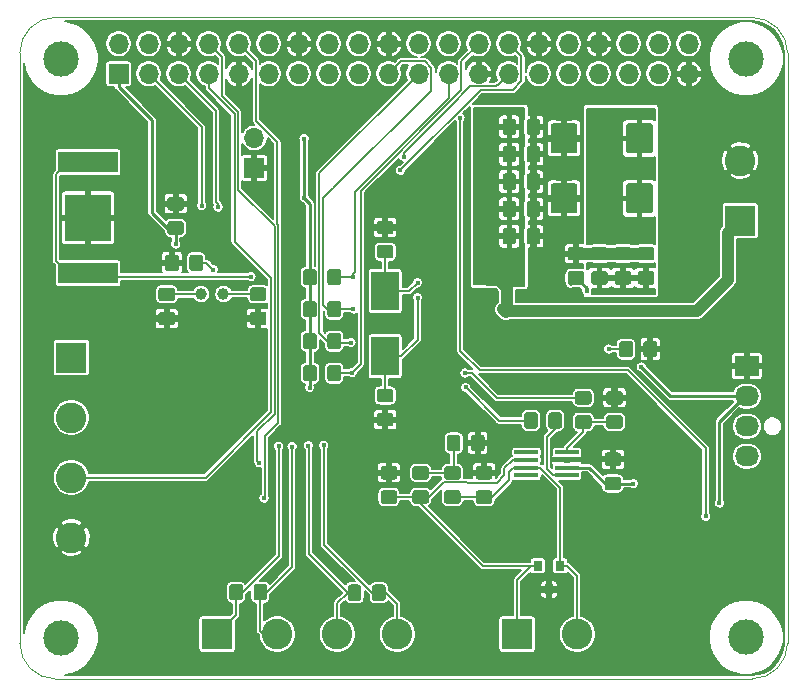
<source format=gbr>
G04 #@! TF.GenerationSoftware,KiCad,Pcbnew,(5.1.5-0-10_14)*
G04 #@! TF.CreationDate,2020-08-14T15:05:08-04:00*
G04 #@! TF.ProjectId,Raspberry-Pi-Hat,52617370-6265-4727-9279-2d50692d4861,rev?*
G04 #@! TF.SameCoordinates,Original*
G04 #@! TF.FileFunction,Copper,L2,Bot*
G04 #@! TF.FilePolarity,Positive*
%FSLAX46Y46*%
G04 Gerber Fmt 4.6, Leading zero omitted, Abs format (unit mm)*
G04 Created by KiCad (PCBNEW (5.1.5-0-10_14)) date 2020-08-14 15:05:08*
%MOMM*%
%LPD*%
G04 APERTURE LIST*
%ADD10C,0.100000*%
%ADD11C,2.600000*%
%ADD12R,2.600000X2.600000*%
%ADD13C,1.000000*%
%ADD14R,0.800000X0.900000*%
%ADD15R,2.400000X3.325000*%
%ADD16O,2.030000X1.730000*%
%ADD17R,2.030000X1.730000*%
%ADD18R,3.960000X3.960000*%
%ADD19R,5.080000X1.780000*%
%ADD20R,2.000000X0.400000*%
%ADD21O,1.700000X1.700000*%
%ADD22R,1.700000X1.700000*%
%ADD23C,3.000000*%
%ADD24C,0.400000*%
%ADD25C,1.000000*%
%ADD26C,0.250000*%
%ADD27C,0.150000*%
%ADD28C,0.200000*%
G04 APERTURE END LIST*
D10*
X78546356Y-63817611D02*
X78546356Y-113817611D01*
X78546356Y-63817611D02*
G75*
G02X81546356Y-60817611I3000000J0D01*
G01*
X140546356Y-60817611D02*
X81546356Y-60817611D01*
X140546356Y-60817611D02*
G75*
G02X143546356Y-63817611I0J-3000000D01*
G01*
X143546351Y-113822847D02*
X143546356Y-63817611D01*
X81546356Y-116817611D02*
G75*
G02X78546356Y-113817611I0J3000000D01*
G01*
X81546356Y-116817611D02*
X140546356Y-116817611D01*
X143546351Y-113822847D02*
G75*
G02X140546356Y-116817611I-2999995J5236D01*
G01*
D11*
X82905600Y-104851200D03*
X82905600Y-99771200D03*
X82905600Y-94691200D03*
D12*
X82905600Y-89611200D03*
D11*
X139532360Y-72943720D03*
D12*
X139532360Y-78023720D03*
D11*
X125730000Y-113030000D03*
D12*
X120650000Y-113030000D03*
D11*
X110490000Y-113030000D03*
X105410000Y-113030000D03*
X100330000Y-113030000D03*
D12*
X95250000Y-113030000D03*
D13*
X93883400Y-84251800D03*
X95783400Y-84251800D03*
D14*
X123350000Y-109250000D03*
X124300000Y-107250000D03*
X122400000Y-107250000D03*
G04 #@! TA.AperFunction,SMDPad,CuDef*
D10*
G36*
X103464505Y-84814537D02*
G01*
X103488773Y-84818137D01*
X103512572Y-84824098D01*
X103535671Y-84832363D01*
X103557850Y-84842853D01*
X103578893Y-84855465D01*
X103598599Y-84870080D01*
X103616777Y-84886556D01*
X103633253Y-84904734D01*
X103647868Y-84924440D01*
X103660480Y-84945483D01*
X103670970Y-84967662D01*
X103679235Y-84990761D01*
X103685196Y-85014560D01*
X103688796Y-85038828D01*
X103690000Y-85063332D01*
X103690000Y-85963334D01*
X103688796Y-85987838D01*
X103685196Y-86012106D01*
X103679235Y-86035905D01*
X103670970Y-86059004D01*
X103660480Y-86081183D01*
X103647868Y-86102226D01*
X103633253Y-86121932D01*
X103616777Y-86140110D01*
X103598599Y-86156586D01*
X103578893Y-86171201D01*
X103557850Y-86183813D01*
X103535671Y-86194303D01*
X103512572Y-86202568D01*
X103488773Y-86208529D01*
X103464505Y-86212129D01*
X103440001Y-86213333D01*
X102789999Y-86213333D01*
X102765495Y-86212129D01*
X102741227Y-86208529D01*
X102717428Y-86202568D01*
X102694329Y-86194303D01*
X102672150Y-86183813D01*
X102651107Y-86171201D01*
X102631401Y-86156586D01*
X102613223Y-86140110D01*
X102596747Y-86121932D01*
X102582132Y-86102226D01*
X102569520Y-86081183D01*
X102559030Y-86059004D01*
X102550765Y-86035905D01*
X102544804Y-86012106D01*
X102541204Y-85987838D01*
X102540000Y-85963334D01*
X102540000Y-85063332D01*
X102541204Y-85038828D01*
X102544804Y-85014560D01*
X102550765Y-84990761D01*
X102559030Y-84967662D01*
X102569520Y-84945483D01*
X102582132Y-84924440D01*
X102596747Y-84904734D01*
X102613223Y-84886556D01*
X102631401Y-84870080D01*
X102651107Y-84855465D01*
X102672150Y-84842853D01*
X102694329Y-84832363D01*
X102717428Y-84824098D01*
X102741227Y-84818137D01*
X102765495Y-84814537D01*
X102789999Y-84813333D01*
X103440001Y-84813333D01*
X103464505Y-84814537D01*
G37*
G04 #@! TD.AperFunction*
G04 #@! TA.AperFunction,SMDPad,CuDef*
G36*
X105514505Y-84814537D02*
G01*
X105538773Y-84818137D01*
X105562572Y-84824098D01*
X105585671Y-84832363D01*
X105607850Y-84842853D01*
X105628893Y-84855465D01*
X105648599Y-84870080D01*
X105666777Y-84886556D01*
X105683253Y-84904734D01*
X105697868Y-84924440D01*
X105710480Y-84945483D01*
X105720970Y-84967662D01*
X105729235Y-84990761D01*
X105735196Y-85014560D01*
X105738796Y-85038828D01*
X105740000Y-85063332D01*
X105740000Y-85963334D01*
X105738796Y-85987838D01*
X105735196Y-86012106D01*
X105729235Y-86035905D01*
X105720970Y-86059004D01*
X105710480Y-86081183D01*
X105697868Y-86102226D01*
X105683253Y-86121932D01*
X105666777Y-86140110D01*
X105648599Y-86156586D01*
X105628893Y-86171201D01*
X105607850Y-86183813D01*
X105585671Y-86194303D01*
X105562572Y-86202568D01*
X105538773Y-86208529D01*
X105514505Y-86212129D01*
X105490001Y-86213333D01*
X104839999Y-86213333D01*
X104815495Y-86212129D01*
X104791227Y-86208529D01*
X104767428Y-86202568D01*
X104744329Y-86194303D01*
X104722150Y-86183813D01*
X104701107Y-86171201D01*
X104681401Y-86156586D01*
X104663223Y-86140110D01*
X104646747Y-86121932D01*
X104632132Y-86102226D01*
X104619520Y-86081183D01*
X104609030Y-86059004D01*
X104600765Y-86035905D01*
X104594804Y-86012106D01*
X104591204Y-85987838D01*
X104590000Y-85963334D01*
X104590000Y-85063332D01*
X104591204Y-85038828D01*
X104594804Y-85014560D01*
X104600765Y-84990761D01*
X104609030Y-84967662D01*
X104619520Y-84945483D01*
X104632132Y-84924440D01*
X104646747Y-84904734D01*
X104663223Y-84886556D01*
X104681401Y-84870080D01*
X104701107Y-84855465D01*
X104722150Y-84842853D01*
X104744329Y-84832363D01*
X104767428Y-84824098D01*
X104791227Y-84818137D01*
X104815495Y-84814537D01*
X104839999Y-84813333D01*
X105490001Y-84813333D01*
X105514505Y-84814537D01*
G37*
G04 #@! TD.AperFunction*
G04 #@! TA.AperFunction,SMDPad,CuDef*
G36*
X103464505Y-87523870D02*
G01*
X103488773Y-87527470D01*
X103512572Y-87533431D01*
X103535671Y-87541696D01*
X103557850Y-87552186D01*
X103578893Y-87564798D01*
X103598599Y-87579413D01*
X103616777Y-87595889D01*
X103633253Y-87614067D01*
X103647868Y-87633773D01*
X103660480Y-87654816D01*
X103670970Y-87676995D01*
X103679235Y-87700094D01*
X103685196Y-87723893D01*
X103688796Y-87748161D01*
X103690000Y-87772665D01*
X103690000Y-88672667D01*
X103688796Y-88697171D01*
X103685196Y-88721439D01*
X103679235Y-88745238D01*
X103670970Y-88768337D01*
X103660480Y-88790516D01*
X103647868Y-88811559D01*
X103633253Y-88831265D01*
X103616777Y-88849443D01*
X103598599Y-88865919D01*
X103578893Y-88880534D01*
X103557850Y-88893146D01*
X103535671Y-88903636D01*
X103512572Y-88911901D01*
X103488773Y-88917862D01*
X103464505Y-88921462D01*
X103440001Y-88922666D01*
X102789999Y-88922666D01*
X102765495Y-88921462D01*
X102741227Y-88917862D01*
X102717428Y-88911901D01*
X102694329Y-88903636D01*
X102672150Y-88893146D01*
X102651107Y-88880534D01*
X102631401Y-88865919D01*
X102613223Y-88849443D01*
X102596747Y-88831265D01*
X102582132Y-88811559D01*
X102569520Y-88790516D01*
X102559030Y-88768337D01*
X102550765Y-88745238D01*
X102544804Y-88721439D01*
X102541204Y-88697171D01*
X102540000Y-88672667D01*
X102540000Y-87772665D01*
X102541204Y-87748161D01*
X102544804Y-87723893D01*
X102550765Y-87700094D01*
X102559030Y-87676995D01*
X102569520Y-87654816D01*
X102582132Y-87633773D01*
X102596747Y-87614067D01*
X102613223Y-87595889D01*
X102631401Y-87579413D01*
X102651107Y-87564798D01*
X102672150Y-87552186D01*
X102694329Y-87541696D01*
X102717428Y-87533431D01*
X102741227Y-87527470D01*
X102765495Y-87523870D01*
X102789999Y-87522666D01*
X103440001Y-87522666D01*
X103464505Y-87523870D01*
G37*
G04 #@! TD.AperFunction*
G04 #@! TA.AperFunction,SMDPad,CuDef*
G36*
X105514505Y-87523870D02*
G01*
X105538773Y-87527470D01*
X105562572Y-87533431D01*
X105585671Y-87541696D01*
X105607850Y-87552186D01*
X105628893Y-87564798D01*
X105648599Y-87579413D01*
X105666777Y-87595889D01*
X105683253Y-87614067D01*
X105697868Y-87633773D01*
X105710480Y-87654816D01*
X105720970Y-87676995D01*
X105729235Y-87700094D01*
X105735196Y-87723893D01*
X105738796Y-87748161D01*
X105740000Y-87772665D01*
X105740000Y-88672667D01*
X105738796Y-88697171D01*
X105735196Y-88721439D01*
X105729235Y-88745238D01*
X105720970Y-88768337D01*
X105710480Y-88790516D01*
X105697868Y-88811559D01*
X105683253Y-88831265D01*
X105666777Y-88849443D01*
X105648599Y-88865919D01*
X105628893Y-88880534D01*
X105607850Y-88893146D01*
X105585671Y-88903636D01*
X105562572Y-88911901D01*
X105538773Y-88917862D01*
X105514505Y-88921462D01*
X105490001Y-88922666D01*
X104839999Y-88922666D01*
X104815495Y-88921462D01*
X104791227Y-88917862D01*
X104767428Y-88911901D01*
X104744329Y-88903636D01*
X104722150Y-88893146D01*
X104701107Y-88880534D01*
X104681401Y-88865919D01*
X104663223Y-88849443D01*
X104646747Y-88831265D01*
X104632132Y-88811559D01*
X104619520Y-88790516D01*
X104609030Y-88768337D01*
X104600765Y-88745238D01*
X104594804Y-88721439D01*
X104591204Y-88697171D01*
X104590000Y-88672667D01*
X104590000Y-87772665D01*
X104591204Y-87748161D01*
X104594804Y-87723893D01*
X104600765Y-87700094D01*
X104609030Y-87676995D01*
X104619520Y-87654816D01*
X104632132Y-87633773D01*
X104646747Y-87614067D01*
X104663223Y-87595889D01*
X104681401Y-87579413D01*
X104701107Y-87564798D01*
X104722150Y-87552186D01*
X104744329Y-87541696D01*
X104767428Y-87533431D01*
X104791227Y-87527470D01*
X104815495Y-87523870D01*
X104839999Y-87522666D01*
X105490001Y-87522666D01*
X105514505Y-87523870D01*
G37*
G04 #@! TD.AperFunction*
G04 #@! TA.AperFunction,SMDPad,CuDef*
G36*
X103464505Y-90233204D02*
G01*
X103488773Y-90236804D01*
X103512572Y-90242765D01*
X103535671Y-90251030D01*
X103557850Y-90261520D01*
X103578893Y-90274132D01*
X103598599Y-90288747D01*
X103616777Y-90305223D01*
X103633253Y-90323401D01*
X103647868Y-90343107D01*
X103660480Y-90364150D01*
X103670970Y-90386329D01*
X103679235Y-90409428D01*
X103685196Y-90433227D01*
X103688796Y-90457495D01*
X103690000Y-90481999D01*
X103690000Y-91382001D01*
X103688796Y-91406505D01*
X103685196Y-91430773D01*
X103679235Y-91454572D01*
X103670970Y-91477671D01*
X103660480Y-91499850D01*
X103647868Y-91520893D01*
X103633253Y-91540599D01*
X103616777Y-91558777D01*
X103598599Y-91575253D01*
X103578893Y-91589868D01*
X103557850Y-91602480D01*
X103535671Y-91612970D01*
X103512572Y-91621235D01*
X103488773Y-91627196D01*
X103464505Y-91630796D01*
X103440001Y-91632000D01*
X102789999Y-91632000D01*
X102765495Y-91630796D01*
X102741227Y-91627196D01*
X102717428Y-91621235D01*
X102694329Y-91612970D01*
X102672150Y-91602480D01*
X102651107Y-91589868D01*
X102631401Y-91575253D01*
X102613223Y-91558777D01*
X102596747Y-91540599D01*
X102582132Y-91520893D01*
X102569520Y-91499850D01*
X102559030Y-91477671D01*
X102550765Y-91454572D01*
X102544804Y-91430773D01*
X102541204Y-91406505D01*
X102540000Y-91382001D01*
X102540000Y-90481999D01*
X102541204Y-90457495D01*
X102544804Y-90433227D01*
X102550765Y-90409428D01*
X102559030Y-90386329D01*
X102569520Y-90364150D01*
X102582132Y-90343107D01*
X102596747Y-90323401D01*
X102613223Y-90305223D01*
X102631401Y-90288747D01*
X102651107Y-90274132D01*
X102672150Y-90261520D01*
X102694329Y-90251030D01*
X102717428Y-90242765D01*
X102741227Y-90236804D01*
X102765495Y-90233204D01*
X102789999Y-90232000D01*
X103440001Y-90232000D01*
X103464505Y-90233204D01*
G37*
G04 #@! TD.AperFunction*
G04 #@! TA.AperFunction,SMDPad,CuDef*
G36*
X105514505Y-90233204D02*
G01*
X105538773Y-90236804D01*
X105562572Y-90242765D01*
X105585671Y-90251030D01*
X105607850Y-90261520D01*
X105628893Y-90274132D01*
X105648599Y-90288747D01*
X105666777Y-90305223D01*
X105683253Y-90323401D01*
X105697868Y-90343107D01*
X105710480Y-90364150D01*
X105720970Y-90386329D01*
X105729235Y-90409428D01*
X105735196Y-90433227D01*
X105738796Y-90457495D01*
X105740000Y-90481999D01*
X105740000Y-91382001D01*
X105738796Y-91406505D01*
X105735196Y-91430773D01*
X105729235Y-91454572D01*
X105720970Y-91477671D01*
X105710480Y-91499850D01*
X105697868Y-91520893D01*
X105683253Y-91540599D01*
X105666777Y-91558777D01*
X105648599Y-91575253D01*
X105628893Y-91589868D01*
X105607850Y-91602480D01*
X105585671Y-91612970D01*
X105562572Y-91621235D01*
X105538773Y-91627196D01*
X105514505Y-91630796D01*
X105490001Y-91632000D01*
X104839999Y-91632000D01*
X104815495Y-91630796D01*
X104791227Y-91627196D01*
X104767428Y-91621235D01*
X104744329Y-91612970D01*
X104722150Y-91602480D01*
X104701107Y-91589868D01*
X104681401Y-91575253D01*
X104663223Y-91558777D01*
X104646747Y-91540599D01*
X104632132Y-91520893D01*
X104619520Y-91499850D01*
X104609030Y-91477671D01*
X104600765Y-91454572D01*
X104594804Y-91430773D01*
X104591204Y-91406505D01*
X104590000Y-91382001D01*
X104590000Y-90481999D01*
X104591204Y-90457495D01*
X104594804Y-90433227D01*
X104600765Y-90409428D01*
X104609030Y-90386329D01*
X104619520Y-90364150D01*
X104632132Y-90343107D01*
X104646747Y-90323401D01*
X104663223Y-90305223D01*
X104681401Y-90288747D01*
X104701107Y-90274132D01*
X104722150Y-90261520D01*
X104744329Y-90251030D01*
X104767428Y-90242765D01*
X104791227Y-90236804D01*
X104815495Y-90233204D01*
X104839999Y-90232000D01*
X105490001Y-90232000D01*
X105514505Y-90233204D01*
G37*
G04 #@! TD.AperFunction*
G04 #@! TA.AperFunction,SMDPad,CuDef*
G36*
X132274505Y-88201204D02*
G01*
X132298773Y-88204804D01*
X132322572Y-88210765D01*
X132345671Y-88219030D01*
X132367850Y-88229520D01*
X132388893Y-88242132D01*
X132408599Y-88256747D01*
X132426777Y-88273223D01*
X132443253Y-88291401D01*
X132457868Y-88311107D01*
X132470480Y-88332150D01*
X132480970Y-88354329D01*
X132489235Y-88377428D01*
X132495196Y-88401227D01*
X132498796Y-88425495D01*
X132500000Y-88449999D01*
X132500000Y-89350001D01*
X132498796Y-89374505D01*
X132495196Y-89398773D01*
X132489235Y-89422572D01*
X132480970Y-89445671D01*
X132470480Y-89467850D01*
X132457868Y-89488893D01*
X132443253Y-89508599D01*
X132426777Y-89526777D01*
X132408599Y-89543253D01*
X132388893Y-89557868D01*
X132367850Y-89570480D01*
X132345671Y-89580970D01*
X132322572Y-89589235D01*
X132298773Y-89595196D01*
X132274505Y-89598796D01*
X132250001Y-89600000D01*
X131599999Y-89600000D01*
X131575495Y-89598796D01*
X131551227Y-89595196D01*
X131527428Y-89589235D01*
X131504329Y-89580970D01*
X131482150Y-89570480D01*
X131461107Y-89557868D01*
X131441401Y-89543253D01*
X131423223Y-89526777D01*
X131406747Y-89508599D01*
X131392132Y-89488893D01*
X131379520Y-89467850D01*
X131369030Y-89445671D01*
X131360765Y-89422572D01*
X131354804Y-89398773D01*
X131351204Y-89374505D01*
X131350000Y-89350001D01*
X131350000Y-88449999D01*
X131351204Y-88425495D01*
X131354804Y-88401227D01*
X131360765Y-88377428D01*
X131369030Y-88354329D01*
X131379520Y-88332150D01*
X131392132Y-88311107D01*
X131406747Y-88291401D01*
X131423223Y-88273223D01*
X131441401Y-88256747D01*
X131461107Y-88242132D01*
X131482150Y-88229520D01*
X131504329Y-88219030D01*
X131527428Y-88210765D01*
X131551227Y-88204804D01*
X131575495Y-88201204D01*
X131599999Y-88200000D01*
X132250001Y-88200000D01*
X132274505Y-88201204D01*
G37*
G04 #@! TD.AperFunction*
G04 #@! TA.AperFunction,SMDPad,CuDef*
G36*
X130224505Y-88201204D02*
G01*
X130248773Y-88204804D01*
X130272572Y-88210765D01*
X130295671Y-88219030D01*
X130317850Y-88229520D01*
X130338893Y-88242132D01*
X130358599Y-88256747D01*
X130376777Y-88273223D01*
X130393253Y-88291401D01*
X130407868Y-88311107D01*
X130420480Y-88332150D01*
X130430970Y-88354329D01*
X130439235Y-88377428D01*
X130445196Y-88401227D01*
X130448796Y-88425495D01*
X130450000Y-88449999D01*
X130450000Y-89350001D01*
X130448796Y-89374505D01*
X130445196Y-89398773D01*
X130439235Y-89422572D01*
X130430970Y-89445671D01*
X130420480Y-89467850D01*
X130407868Y-89488893D01*
X130393253Y-89508599D01*
X130376777Y-89526777D01*
X130358599Y-89543253D01*
X130338893Y-89557868D01*
X130317850Y-89570480D01*
X130295671Y-89580970D01*
X130272572Y-89589235D01*
X130248773Y-89595196D01*
X130224505Y-89598796D01*
X130200001Y-89600000D01*
X129549999Y-89600000D01*
X129525495Y-89598796D01*
X129501227Y-89595196D01*
X129477428Y-89589235D01*
X129454329Y-89580970D01*
X129432150Y-89570480D01*
X129411107Y-89557868D01*
X129391401Y-89543253D01*
X129373223Y-89526777D01*
X129356747Y-89508599D01*
X129342132Y-89488893D01*
X129329520Y-89467850D01*
X129319030Y-89445671D01*
X129310765Y-89422572D01*
X129304804Y-89398773D01*
X129301204Y-89374505D01*
X129300000Y-89350001D01*
X129300000Y-88449999D01*
X129301204Y-88425495D01*
X129304804Y-88401227D01*
X129310765Y-88377428D01*
X129319030Y-88354329D01*
X129329520Y-88332150D01*
X129342132Y-88311107D01*
X129356747Y-88291401D01*
X129373223Y-88273223D01*
X129391401Y-88256747D01*
X129411107Y-88242132D01*
X129432150Y-88229520D01*
X129454329Y-88219030D01*
X129477428Y-88210765D01*
X129501227Y-88204804D01*
X129525495Y-88201204D01*
X129549999Y-88200000D01*
X130200001Y-88200000D01*
X130224505Y-88201204D01*
G37*
G04 #@! TD.AperFunction*
G04 #@! TA.AperFunction,SMDPad,CuDef*
G36*
X115641171Y-100851204D02*
G01*
X115665439Y-100854804D01*
X115689238Y-100860765D01*
X115712337Y-100869030D01*
X115734516Y-100879520D01*
X115755559Y-100892132D01*
X115775265Y-100906747D01*
X115793443Y-100923223D01*
X115809919Y-100941401D01*
X115824534Y-100961107D01*
X115837146Y-100982150D01*
X115847636Y-101004329D01*
X115855901Y-101027428D01*
X115861862Y-101051227D01*
X115865462Y-101075495D01*
X115866666Y-101099999D01*
X115866666Y-101750001D01*
X115865462Y-101774505D01*
X115861862Y-101798773D01*
X115855901Y-101822572D01*
X115847636Y-101845671D01*
X115837146Y-101867850D01*
X115824534Y-101888893D01*
X115809919Y-101908599D01*
X115793443Y-101926777D01*
X115775265Y-101943253D01*
X115755559Y-101957868D01*
X115734516Y-101970480D01*
X115712337Y-101980970D01*
X115689238Y-101989235D01*
X115665439Y-101995196D01*
X115641171Y-101998796D01*
X115616667Y-102000000D01*
X114716665Y-102000000D01*
X114692161Y-101998796D01*
X114667893Y-101995196D01*
X114644094Y-101989235D01*
X114620995Y-101980970D01*
X114598816Y-101970480D01*
X114577773Y-101957868D01*
X114558067Y-101943253D01*
X114539889Y-101926777D01*
X114523413Y-101908599D01*
X114508798Y-101888893D01*
X114496186Y-101867850D01*
X114485696Y-101845671D01*
X114477431Y-101822572D01*
X114471470Y-101798773D01*
X114467870Y-101774505D01*
X114466666Y-101750001D01*
X114466666Y-101099999D01*
X114467870Y-101075495D01*
X114471470Y-101051227D01*
X114477431Y-101027428D01*
X114485696Y-101004329D01*
X114496186Y-100982150D01*
X114508798Y-100961107D01*
X114523413Y-100941401D01*
X114539889Y-100923223D01*
X114558067Y-100906747D01*
X114577773Y-100892132D01*
X114598816Y-100879520D01*
X114620995Y-100869030D01*
X114644094Y-100860765D01*
X114667893Y-100854804D01*
X114692161Y-100851204D01*
X114716665Y-100850000D01*
X115616667Y-100850000D01*
X115641171Y-100851204D01*
G37*
G04 #@! TD.AperFunction*
G04 #@! TA.AperFunction,SMDPad,CuDef*
G36*
X115641171Y-98801204D02*
G01*
X115665439Y-98804804D01*
X115689238Y-98810765D01*
X115712337Y-98819030D01*
X115734516Y-98829520D01*
X115755559Y-98842132D01*
X115775265Y-98856747D01*
X115793443Y-98873223D01*
X115809919Y-98891401D01*
X115824534Y-98911107D01*
X115837146Y-98932150D01*
X115847636Y-98954329D01*
X115855901Y-98977428D01*
X115861862Y-99001227D01*
X115865462Y-99025495D01*
X115866666Y-99049999D01*
X115866666Y-99700001D01*
X115865462Y-99724505D01*
X115861862Y-99748773D01*
X115855901Y-99772572D01*
X115847636Y-99795671D01*
X115837146Y-99817850D01*
X115824534Y-99838893D01*
X115809919Y-99858599D01*
X115793443Y-99876777D01*
X115775265Y-99893253D01*
X115755559Y-99907868D01*
X115734516Y-99920480D01*
X115712337Y-99930970D01*
X115689238Y-99939235D01*
X115665439Y-99945196D01*
X115641171Y-99948796D01*
X115616667Y-99950000D01*
X114716665Y-99950000D01*
X114692161Y-99948796D01*
X114667893Y-99945196D01*
X114644094Y-99939235D01*
X114620995Y-99930970D01*
X114598816Y-99920480D01*
X114577773Y-99907868D01*
X114558067Y-99893253D01*
X114539889Y-99876777D01*
X114523413Y-99858599D01*
X114508798Y-99838893D01*
X114496186Y-99817850D01*
X114485696Y-99795671D01*
X114477431Y-99772572D01*
X114471470Y-99748773D01*
X114467870Y-99724505D01*
X114466666Y-99700001D01*
X114466666Y-99049999D01*
X114467870Y-99025495D01*
X114471470Y-99001227D01*
X114477431Y-98977428D01*
X114485696Y-98954329D01*
X114496186Y-98932150D01*
X114508798Y-98911107D01*
X114523413Y-98891401D01*
X114539889Y-98873223D01*
X114558067Y-98856747D01*
X114577773Y-98842132D01*
X114598816Y-98829520D01*
X114620995Y-98819030D01*
X114644094Y-98810765D01*
X114667893Y-98804804D01*
X114692161Y-98801204D01*
X114716665Y-98800000D01*
X115616667Y-98800000D01*
X115641171Y-98801204D01*
G37*
G04 #@! TD.AperFunction*
G04 #@! TA.AperFunction,SMDPad,CuDef*
G36*
X112957838Y-100851204D02*
G01*
X112982106Y-100854804D01*
X113005905Y-100860765D01*
X113029004Y-100869030D01*
X113051183Y-100879520D01*
X113072226Y-100892132D01*
X113091932Y-100906747D01*
X113110110Y-100923223D01*
X113126586Y-100941401D01*
X113141201Y-100961107D01*
X113153813Y-100982150D01*
X113164303Y-101004329D01*
X113172568Y-101027428D01*
X113178529Y-101051227D01*
X113182129Y-101075495D01*
X113183333Y-101099999D01*
X113183333Y-101750001D01*
X113182129Y-101774505D01*
X113178529Y-101798773D01*
X113172568Y-101822572D01*
X113164303Y-101845671D01*
X113153813Y-101867850D01*
X113141201Y-101888893D01*
X113126586Y-101908599D01*
X113110110Y-101926777D01*
X113091932Y-101943253D01*
X113072226Y-101957868D01*
X113051183Y-101970480D01*
X113029004Y-101980970D01*
X113005905Y-101989235D01*
X112982106Y-101995196D01*
X112957838Y-101998796D01*
X112933334Y-102000000D01*
X112033332Y-102000000D01*
X112008828Y-101998796D01*
X111984560Y-101995196D01*
X111960761Y-101989235D01*
X111937662Y-101980970D01*
X111915483Y-101970480D01*
X111894440Y-101957868D01*
X111874734Y-101943253D01*
X111856556Y-101926777D01*
X111840080Y-101908599D01*
X111825465Y-101888893D01*
X111812853Y-101867850D01*
X111802363Y-101845671D01*
X111794098Y-101822572D01*
X111788137Y-101798773D01*
X111784537Y-101774505D01*
X111783333Y-101750001D01*
X111783333Y-101099999D01*
X111784537Y-101075495D01*
X111788137Y-101051227D01*
X111794098Y-101027428D01*
X111802363Y-101004329D01*
X111812853Y-100982150D01*
X111825465Y-100961107D01*
X111840080Y-100941401D01*
X111856556Y-100923223D01*
X111874734Y-100906747D01*
X111894440Y-100892132D01*
X111915483Y-100879520D01*
X111937662Y-100869030D01*
X111960761Y-100860765D01*
X111984560Y-100854804D01*
X112008828Y-100851204D01*
X112033332Y-100850000D01*
X112933334Y-100850000D01*
X112957838Y-100851204D01*
G37*
G04 #@! TD.AperFunction*
G04 #@! TA.AperFunction,SMDPad,CuDef*
G36*
X112957838Y-98801204D02*
G01*
X112982106Y-98804804D01*
X113005905Y-98810765D01*
X113029004Y-98819030D01*
X113051183Y-98829520D01*
X113072226Y-98842132D01*
X113091932Y-98856747D01*
X113110110Y-98873223D01*
X113126586Y-98891401D01*
X113141201Y-98911107D01*
X113153813Y-98932150D01*
X113164303Y-98954329D01*
X113172568Y-98977428D01*
X113178529Y-99001227D01*
X113182129Y-99025495D01*
X113183333Y-99049999D01*
X113183333Y-99700001D01*
X113182129Y-99724505D01*
X113178529Y-99748773D01*
X113172568Y-99772572D01*
X113164303Y-99795671D01*
X113153813Y-99817850D01*
X113141201Y-99838893D01*
X113126586Y-99858599D01*
X113110110Y-99876777D01*
X113091932Y-99893253D01*
X113072226Y-99907868D01*
X113051183Y-99920480D01*
X113029004Y-99930970D01*
X113005905Y-99939235D01*
X112982106Y-99945196D01*
X112957838Y-99948796D01*
X112933334Y-99950000D01*
X112033332Y-99950000D01*
X112008828Y-99948796D01*
X111984560Y-99945196D01*
X111960761Y-99939235D01*
X111937662Y-99930970D01*
X111915483Y-99920480D01*
X111894440Y-99907868D01*
X111874734Y-99893253D01*
X111856556Y-99876777D01*
X111840080Y-99858599D01*
X111825465Y-99838893D01*
X111812853Y-99817850D01*
X111802363Y-99795671D01*
X111794098Y-99772572D01*
X111788137Y-99748773D01*
X111784537Y-99724505D01*
X111783333Y-99700001D01*
X111783333Y-99049999D01*
X111784537Y-99025495D01*
X111788137Y-99001227D01*
X111794098Y-98977428D01*
X111802363Y-98954329D01*
X111812853Y-98932150D01*
X111825465Y-98911107D01*
X111840080Y-98891401D01*
X111856556Y-98873223D01*
X111874734Y-98856747D01*
X111894440Y-98842132D01*
X111915483Y-98829520D01*
X111937662Y-98819030D01*
X111960761Y-98810765D01*
X111984560Y-98804804D01*
X112008828Y-98801204D01*
X112033332Y-98800000D01*
X112933334Y-98800000D01*
X112957838Y-98801204D01*
G37*
G04 #@! TD.AperFunction*
G04 #@! TA.AperFunction,SMDPad,CuDef*
G36*
X109284805Y-108831084D02*
G01*
X109309073Y-108834684D01*
X109332872Y-108840645D01*
X109355971Y-108848910D01*
X109378150Y-108859400D01*
X109399193Y-108872012D01*
X109418899Y-108886627D01*
X109437077Y-108903103D01*
X109453553Y-108921281D01*
X109468168Y-108940987D01*
X109480780Y-108962030D01*
X109491270Y-108984209D01*
X109499535Y-109007308D01*
X109505496Y-109031107D01*
X109509096Y-109055375D01*
X109510300Y-109079879D01*
X109510300Y-109979881D01*
X109509096Y-110004385D01*
X109505496Y-110028653D01*
X109499535Y-110052452D01*
X109491270Y-110075551D01*
X109480780Y-110097730D01*
X109468168Y-110118773D01*
X109453553Y-110138479D01*
X109437077Y-110156657D01*
X109418899Y-110173133D01*
X109399193Y-110187748D01*
X109378150Y-110200360D01*
X109355971Y-110210850D01*
X109332872Y-110219115D01*
X109309073Y-110225076D01*
X109284805Y-110228676D01*
X109260301Y-110229880D01*
X108610299Y-110229880D01*
X108585795Y-110228676D01*
X108561527Y-110225076D01*
X108537728Y-110219115D01*
X108514629Y-110210850D01*
X108492450Y-110200360D01*
X108471407Y-110187748D01*
X108451701Y-110173133D01*
X108433523Y-110156657D01*
X108417047Y-110138479D01*
X108402432Y-110118773D01*
X108389820Y-110097730D01*
X108379330Y-110075551D01*
X108371065Y-110052452D01*
X108365104Y-110028653D01*
X108361504Y-110004385D01*
X108360300Y-109979881D01*
X108360300Y-109079879D01*
X108361504Y-109055375D01*
X108365104Y-109031107D01*
X108371065Y-109007308D01*
X108379330Y-108984209D01*
X108389820Y-108962030D01*
X108402432Y-108940987D01*
X108417047Y-108921281D01*
X108433523Y-108903103D01*
X108451701Y-108886627D01*
X108471407Y-108872012D01*
X108492450Y-108859400D01*
X108514629Y-108848910D01*
X108537728Y-108840645D01*
X108561527Y-108834684D01*
X108585795Y-108831084D01*
X108610299Y-108829880D01*
X109260301Y-108829880D01*
X109284805Y-108831084D01*
G37*
G04 #@! TD.AperFunction*
G04 #@! TA.AperFunction,SMDPad,CuDef*
G36*
X107234805Y-108831084D02*
G01*
X107259073Y-108834684D01*
X107282872Y-108840645D01*
X107305971Y-108848910D01*
X107328150Y-108859400D01*
X107349193Y-108872012D01*
X107368899Y-108886627D01*
X107387077Y-108903103D01*
X107403553Y-108921281D01*
X107418168Y-108940987D01*
X107430780Y-108962030D01*
X107441270Y-108984209D01*
X107449535Y-109007308D01*
X107455496Y-109031107D01*
X107459096Y-109055375D01*
X107460300Y-109079879D01*
X107460300Y-109979881D01*
X107459096Y-110004385D01*
X107455496Y-110028653D01*
X107449535Y-110052452D01*
X107441270Y-110075551D01*
X107430780Y-110097730D01*
X107418168Y-110118773D01*
X107403553Y-110138479D01*
X107387077Y-110156657D01*
X107368899Y-110173133D01*
X107349193Y-110187748D01*
X107328150Y-110200360D01*
X107305971Y-110210850D01*
X107282872Y-110219115D01*
X107259073Y-110225076D01*
X107234805Y-110228676D01*
X107210301Y-110229880D01*
X106560299Y-110229880D01*
X106535795Y-110228676D01*
X106511527Y-110225076D01*
X106487728Y-110219115D01*
X106464629Y-110210850D01*
X106442450Y-110200360D01*
X106421407Y-110187748D01*
X106401701Y-110173133D01*
X106383523Y-110156657D01*
X106367047Y-110138479D01*
X106352432Y-110118773D01*
X106339820Y-110097730D01*
X106329330Y-110075551D01*
X106321065Y-110052452D01*
X106315104Y-110028653D01*
X106311504Y-110004385D01*
X106310300Y-109979881D01*
X106310300Y-109079879D01*
X106311504Y-109055375D01*
X106315104Y-109031107D01*
X106321065Y-109007308D01*
X106329330Y-108984209D01*
X106339820Y-108962030D01*
X106352432Y-108940987D01*
X106367047Y-108921281D01*
X106383523Y-108903103D01*
X106401701Y-108886627D01*
X106421407Y-108872012D01*
X106442450Y-108859400D01*
X106464629Y-108848910D01*
X106487728Y-108840645D01*
X106511527Y-108834684D01*
X106535795Y-108831084D01*
X106560299Y-108829880D01*
X107210301Y-108829880D01*
X107234805Y-108831084D01*
G37*
G04 #@! TD.AperFunction*
G04 #@! TA.AperFunction,SMDPad,CuDef*
G36*
X103464505Y-82105204D02*
G01*
X103488773Y-82108804D01*
X103512572Y-82114765D01*
X103535671Y-82123030D01*
X103557850Y-82133520D01*
X103578893Y-82146132D01*
X103598599Y-82160747D01*
X103616777Y-82177223D01*
X103633253Y-82195401D01*
X103647868Y-82215107D01*
X103660480Y-82236150D01*
X103670970Y-82258329D01*
X103679235Y-82281428D01*
X103685196Y-82305227D01*
X103688796Y-82329495D01*
X103690000Y-82353999D01*
X103690000Y-83254001D01*
X103688796Y-83278505D01*
X103685196Y-83302773D01*
X103679235Y-83326572D01*
X103670970Y-83349671D01*
X103660480Y-83371850D01*
X103647868Y-83392893D01*
X103633253Y-83412599D01*
X103616777Y-83430777D01*
X103598599Y-83447253D01*
X103578893Y-83461868D01*
X103557850Y-83474480D01*
X103535671Y-83484970D01*
X103512572Y-83493235D01*
X103488773Y-83499196D01*
X103464505Y-83502796D01*
X103440001Y-83504000D01*
X102789999Y-83504000D01*
X102765495Y-83502796D01*
X102741227Y-83499196D01*
X102717428Y-83493235D01*
X102694329Y-83484970D01*
X102672150Y-83474480D01*
X102651107Y-83461868D01*
X102631401Y-83447253D01*
X102613223Y-83430777D01*
X102596747Y-83412599D01*
X102582132Y-83392893D01*
X102569520Y-83371850D01*
X102559030Y-83349671D01*
X102550765Y-83326572D01*
X102544804Y-83302773D01*
X102541204Y-83278505D01*
X102540000Y-83254001D01*
X102540000Y-82353999D01*
X102541204Y-82329495D01*
X102544804Y-82305227D01*
X102550765Y-82281428D01*
X102559030Y-82258329D01*
X102569520Y-82236150D01*
X102582132Y-82215107D01*
X102596747Y-82195401D01*
X102613223Y-82177223D01*
X102631401Y-82160747D01*
X102651107Y-82146132D01*
X102672150Y-82133520D01*
X102694329Y-82123030D01*
X102717428Y-82114765D01*
X102741227Y-82108804D01*
X102765495Y-82105204D01*
X102789999Y-82104000D01*
X103440001Y-82104000D01*
X103464505Y-82105204D01*
G37*
G04 #@! TD.AperFunction*
G04 #@! TA.AperFunction,SMDPad,CuDef*
G36*
X105514505Y-82105204D02*
G01*
X105538773Y-82108804D01*
X105562572Y-82114765D01*
X105585671Y-82123030D01*
X105607850Y-82133520D01*
X105628893Y-82146132D01*
X105648599Y-82160747D01*
X105666777Y-82177223D01*
X105683253Y-82195401D01*
X105697868Y-82215107D01*
X105710480Y-82236150D01*
X105720970Y-82258329D01*
X105729235Y-82281428D01*
X105735196Y-82305227D01*
X105738796Y-82329495D01*
X105740000Y-82353999D01*
X105740000Y-83254001D01*
X105738796Y-83278505D01*
X105735196Y-83302773D01*
X105729235Y-83326572D01*
X105720970Y-83349671D01*
X105710480Y-83371850D01*
X105697868Y-83392893D01*
X105683253Y-83412599D01*
X105666777Y-83430777D01*
X105648599Y-83447253D01*
X105628893Y-83461868D01*
X105607850Y-83474480D01*
X105585671Y-83484970D01*
X105562572Y-83493235D01*
X105538773Y-83499196D01*
X105514505Y-83502796D01*
X105490001Y-83504000D01*
X104839999Y-83504000D01*
X104815495Y-83502796D01*
X104791227Y-83499196D01*
X104767428Y-83493235D01*
X104744329Y-83484970D01*
X104722150Y-83474480D01*
X104701107Y-83461868D01*
X104681401Y-83447253D01*
X104663223Y-83430777D01*
X104646747Y-83412599D01*
X104632132Y-83392893D01*
X104619520Y-83371850D01*
X104609030Y-83349671D01*
X104600765Y-83326572D01*
X104594804Y-83302773D01*
X104591204Y-83278505D01*
X104590000Y-83254001D01*
X104590000Y-82353999D01*
X104591204Y-82329495D01*
X104594804Y-82305227D01*
X104600765Y-82281428D01*
X104609030Y-82258329D01*
X104619520Y-82236150D01*
X104632132Y-82215107D01*
X104646747Y-82195401D01*
X104663223Y-82177223D01*
X104681401Y-82160747D01*
X104701107Y-82146132D01*
X104722150Y-82133520D01*
X104744329Y-82123030D01*
X104767428Y-82114765D01*
X104791227Y-82108804D01*
X104815495Y-82105204D01*
X104839999Y-82104000D01*
X105490001Y-82104000D01*
X105514505Y-82105204D01*
G37*
G04 #@! TD.AperFunction*
G04 #@! TA.AperFunction,SMDPad,CuDef*
G36*
X99256885Y-108780284D02*
G01*
X99281153Y-108783884D01*
X99304952Y-108789845D01*
X99328051Y-108798110D01*
X99350230Y-108808600D01*
X99371273Y-108821212D01*
X99390979Y-108835827D01*
X99409157Y-108852303D01*
X99425633Y-108870481D01*
X99440248Y-108890187D01*
X99452860Y-108911230D01*
X99463350Y-108933409D01*
X99471615Y-108956508D01*
X99477576Y-108980307D01*
X99481176Y-109004575D01*
X99482380Y-109029079D01*
X99482380Y-109929081D01*
X99481176Y-109953585D01*
X99477576Y-109977853D01*
X99471615Y-110001652D01*
X99463350Y-110024751D01*
X99452860Y-110046930D01*
X99440248Y-110067973D01*
X99425633Y-110087679D01*
X99409157Y-110105857D01*
X99390979Y-110122333D01*
X99371273Y-110136948D01*
X99350230Y-110149560D01*
X99328051Y-110160050D01*
X99304952Y-110168315D01*
X99281153Y-110174276D01*
X99256885Y-110177876D01*
X99232381Y-110179080D01*
X98582379Y-110179080D01*
X98557875Y-110177876D01*
X98533607Y-110174276D01*
X98509808Y-110168315D01*
X98486709Y-110160050D01*
X98464530Y-110149560D01*
X98443487Y-110136948D01*
X98423781Y-110122333D01*
X98405603Y-110105857D01*
X98389127Y-110087679D01*
X98374512Y-110067973D01*
X98361900Y-110046930D01*
X98351410Y-110024751D01*
X98343145Y-110001652D01*
X98337184Y-109977853D01*
X98333584Y-109953585D01*
X98332380Y-109929081D01*
X98332380Y-109029079D01*
X98333584Y-109004575D01*
X98337184Y-108980307D01*
X98343145Y-108956508D01*
X98351410Y-108933409D01*
X98361900Y-108911230D01*
X98374512Y-108890187D01*
X98389127Y-108870481D01*
X98405603Y-108852303D01*
X98423781Y-108835827D01*
X98443487Y-108821212D01*
X98464530Y-108808600D01*
X98486709Y-108798110D01*
X98509808Y-108789845D01*
X98533607Y-108783884D01*
X98557875Y-108780284D01*
X98582379Y-108779080D01*
X99232381Y-108779080D01*
X99256885Y-108780284D01*
G37*
G04 #@! TD.AperFunction*
G04 #@! TA.AperFunction,SMDPad,CuDef*
G36*
X97206885Y-108780284D02*
G01*
X97231153Y-108783884D01*
X97254952Y-108789845D01*
X97278051Y-108798110D01*
X97300230Y-108808600D01*
X97321273Y-108821212D01*
X97340979Y-108835827D01*
X97359157Y-108852303D01*
X97375633Y-108870481D01*
X97390248Y-108890187D01*
X97402860Y-108911230D01*
X97413350Y-108933409D01*
X97421615Y-108956508D01*
X97427576Y-108980307D01*
X97431176Y-109004575D01*
X97432380Y-109029079D01*
X97432380Y-109929081D01*
X97431176Y-109953585D01*
X97427576Y-109977853D01*
X97421615Y-110001652D01*
X97413350Y-110024751D01*
X97402860Y-110046930D01*
X97390248Y-110067973D01*
X97375633Y-110087679D01*
X97359157Y-110105857D01*
X97340979Y-110122333D01*
X97321273Y-110136948D01*
X97300230Y-110149560D01*
X97278051Y-110160050D01*
X97254952Y-110168315D01*
X97231153Y-110174276D01*
X97206885Y-110177876D01*
X97182381Y-110179080D01*
X96532379Y-110179080D01*
X96507875Y-110177876D01*
X96483607Y-110174276D01*
X96459808Y-110168315D01*
X96436709Y-110160050D01*
X96414530Y-110149560D01*
X96393487Y-110136948D01*
X96373781Y-110122333D01*
X96355603Y-110105857D01*
X96339127Y-110087679D01*
X96324512Y-110067973D01*
X96311900Y-110046930D01*
X96301410Y-110024751D01*
X96293145Y-110001652D01*
X96287184Y-109977853D01*
X96283584Y-109953585D01*
X96282380Y-109929081D01*
X96282380Y-109029079D01*
X96283584Y-109004575D01*
X96287184Y-108980307D01*
X96293145Y-108956508D01*
X96301410Y-108933409D01*
X96311900Y-108911230D01*
X96324512Y-108890187D01*
X96339127Y-108870481D01*
X96355603Y-108852303D01*
X96373781Y-108835827D01*
X96393487Y-108821212D01*
X96414530Y-108808600D01*
X96436709Y-108798110D01*
X96459808Y-108789845D01*
X96483607Y-108783884D01*
X96507875Y-108780284D01*
X96532379Y-108779080D01*
X97182381Y-108779080D01*
X97206885Y-108780284D01*
G37*
G04 #@! TD.AperFunction*
G04 #@! TA.AperFunction,SMDPad,CuDef*
G36*
X122174505Y-94251204D02*
G01*
X122198773Y-94254804D01*
X122222572Y-94260765D01*
X122245671Y-94269030D01*
X122267850Y-94279520D01*
X122288893Y-94292132D01*
X122308599Y-94306747D01*
X122326777Y-94323223D01*
X122343253Y-94341401D01*
X122357868Y-94361107D01*
X122370480Y-94382150D01*
X122380970Y-94404329D01*
X122389235Y-94427428D01*
X122395196Y-94451227D01*
X122398796Y-94475495D01*
X122400000Y-94499999D01*
X122400000Y-95400001D01*
X122398796Y-95424505D01*
X122395196Y-95448773D01*
X122389235Y-95472572D01*
X122380970Y-95495671D01*
X122370480Y-95517850D01*
X122357868Y-95538893D01*
X122343253Y-95558599D01*
X122326777Y-95576777D01*
X122308599Y-95593253D01*
X122288893Y-95607868D01*
X122267850Y-95620480D01*
X122245671Y-95630970D01*
X122222572Y-95639235D01*
X122198773Y-95645196D01*
X122174505Y-95648796D01*
X122150001Y-95650000D01*
X121499999Y-95650000D01*
X121475495Y-95648796D01*
X121451227Y-95645196D01*
X121427428Y-95639235D01*
X121404329Y-95630970D01*
X121382150Y-95620480D01*
X121361107Y-95607868D01*
X121341401Y-95593253D01*
X121323223Y-95576777D01*
X121306747Y-95558599D01*
X121292132Y-95538893D01*
X121279520Y-95517850D01*
X121269030Y-95495671D01*
X121260765Y-95472572D01*
X121254804Y-95448773D01*
X121251204Y-95424505D01*
X121250000Y-95400001D01*
X121250000Y-94499999D01*
X121251204Y-94475495D01*
X121254804Y-94451227D01*
X121260765Y-94427428D01*
X121269030Y-94404329D01*
X121279520Y-94382150D01*
X121292132Y-94361107D01*
X121306747Y-94341401D01*
X121323223Y-94323223D01*
X121341401Y-94306747D01*
X121361107Y-94292132D01*
X121382150Y-94279520D01*
X121404329Y-94269030D01*
X121427428Y-94260765D01*
X121451227Y-94254804D01*
X121475495Y-94251204D01*
X121499999Y-94250000D01*
X122150001Y-94250000D01*
X122174505Y-94251204D01*
G37*
G04 #@! TD.AperFunction*
G04 #@! TA.AperFunction,SMDPad,CuDef*
G36*
X124224505Y-94251204D02*
G01*
X124248773Y-94254804D01*
X124272572Y-94260765D01*
X124295671Y-94269030D01*
X124317850Y-94279520D01*
X124338893Y-94292132D01*
X124358599Y-94306747D01*
X124376777Y-94323223D01*
X124393253Y-94341401D01*
X124407868Y-94361107D01*
X124420480Y-94382150D01*
X124430970Y-94404329D01*
X124439235Y-94427428D01*
X124445196Y-94451227D01*
X124448796Y-94475495D01*
X124450000Y-94499999D01*
X124450000Y-95400001D01*
X124448796Y-95424505D01*
X124445196Y-95448773D01*
X124439235Y-95472572D01*
X124430970Y-95495671D01*
X124420480Y-95517850D01*
X124407868Y-95538893D01*
X124393253Y-95558599D01*
X124376777Y-95576777D01*
X124358599Y-95593253D01*
X124338893Y-95607868D01*
X124317850Y-95620480D01*
X124295671Y-95630970D01*
X124272572Y-95639235D01*
X124248773Y-95645196D01*
X124224505Y-95648796D01*
X124200001Y-95650000D01*
X123549999Y-95650000D01*
X123525495Y-95648796D01*
X123501227Y-95645196D01*
X123477428Y-95639235D01*
X123454329Y-95630970D01*
X123432150Y-95620480D01*
X123411107Y-95607868D01*
X123391401Y-95593253D01*
X123373223Y-95576777D01*
X123356747Y-95558599D01*
X123342132Y-95538893D01*
X123329520Y-95517850D01*
X123319030Y-95495671D01*
X123310765Y-95472572D01*
X123304804Y-95448773D01*
X123301204Y-95424505D01*
X123300000Y-95400001D01*
X123300000Y-94499999D01*
X123301204Y-94475495D01*
X123304804Y-94451227D01*
X123310765Y-94427428D01*
X123319030Y-94404329D01*
X123329520Y-94382150D01*
X123342132Y-94361107D01*
X123356747Y-94341401D01*
X123373223Y-94323223D01*
X123391401Y-94306747D01*
X123411107Y-94292132D01*
X123432150Y-94279520D01*
X123454329Y-94269030D01*
X123477428Y-94260765D01*
X123501227Y-94254804D01*
X123525495Y-94251204D01*
X123549999Y-94250000D01*
X124200001Y-94250000D01*
X124224505Y-94251204D01*
G37*
G04 #@! TD.AperFunction*
G04 #@! TA.AperFunction,SMDPad,CuDef*
G36*
X126724505Y-92451204D02*
G01*
X126748773Y-92454804D01*
X126772572Y-92460765D01*
X126795671Y-92469030D01*
X126817850Y-92479520D01*
X126838893Y-92492132D01*
X126858599Y-92506747D01*
X126876777Y-92523223D01*
X126893253Y-92541401D01*
X126907868Y-92561107D01*
X126920480Y-92582150D01*
X126930970Y-92604329D01*
X126939235Y-92627428D01*
X126945196Y-92651227D01*
X126948796Y-92675495D01*
X126950000Y-92699999D01*
X126950000Y-93350001D01*
X126948796Y-93374505D01*
X126945196Y-93398773D01*
X126939235Y-93422572D01*
X126930970Y-93445671D01*
X126920480Y-93467850D01*
X126907868Y-93488893D01*
X126893253Y-93508599D01*
X126876777Y-93526777D01*
X126858599Y-93543253D01*
X126838893Y-93557868D01*
X126817850Y-93570480D01*
X126795671Y-93580970D01*
X126772572Y-93589235D01*
X126748773Y-93595196D01*
X126724505Y-93598796D01*
X126700001Y-93600000D01*
X125799999Y-93600000D01*
X125775495Y-93598796D01*
X125751227Y-93595196D01*
X125727428Y-93589235D01*
X125704329Y-93580970D01*
X125682150Y-93570480D01*
X125661107Y-93557868D01*
X125641401Y-93543253D01*
X125623223Y-93526777D01*
X125606747Y-93508599D01*
X125592132Y-93488893D01*
X125579520Y-93467850D01*
X125569030Y-93445671D01*
X125560765Y-93422572D01*
X125554804Y-93398773D01*
X125551204Y-93374505D01*
X125550000Y-93350001D01*
X125550000Y-92699999D01*
X125551204Y-92675495D01*
X125554804Y-92651227D01*
X125560765Y-92627428D01*
X125569030Y-92604329D01*
X125579520Y-92582150D01*
X125592132Y-92561107D01*
X125606747Y-92541401D01*
X125623223Y-92523223D01*
X125641401Y-92506747D01*
X125661107Y-92492132D01*
X125682150Y-92479520D01*
X125704329Y-92469030D01*
X125727428Y-92460765D01*
X125751227Y-92454804D01*
X125775495Y-92451204D01*
X125799999Y-92450000D01*
X126700001Y-92450000D01*
X126724505Y-92451204D01*
G37*
G04 #@! TD.AperFunction*
G04 #@! TA.AperFunction,SMDPad,CuDef*
G36*
X126724505Y-94501204D02*
G01*
X126748773Y-94504804D01*
X126772572Y-94510765D01*
X126795671Y-94519030D01*
X126817850Y-94529520D01*
X126838893Y-94542132D01*
X126858599Y-94556747D01*
X126876777Y-94573223D01*
X126893253Y-94591401D01*
X126907868Y-94611107D01*
X126920480Y-94632150D01*
X126930970Y-94654329D01*
X126939235Y-94677428D01*
X126945196Y-94701227D01*
X126948796Y-94725495D01*
X126950000Y-94749999D01*
X126950000Y-95400001D01*
X126948796Y-95424505D01*
X126945196Y-95448773D01*
X126939235Y-95472572D01*
X126930970Y-95495671D01*
X126920480Y-95517850D01*
X126907868Y-95538893D01*
X126893253Y-95558599D01*
X126876777Y-95576777D01*
X126858599Y-95593253D01*
X126838893Y-95607868D01*
X126817850Y-95620480D01*
X126795671Y-95630970D01*
X126772572Y-95639235D01*
X126748773Y-95645196D01*
X126724505Y-95648796D01*
X126700001Y-95650000D01*
X125799999Y-95650000D01*
X125775495Y-95648796D01*
X125751227Y-95645196D01*
X125727428Y-95639235D01*
X125704329Y-95630970D01*
X125682150Y-95620480D01*
X125661107Y-95607868D01*
X125641401Y-95593253D01*
X125623223Y-95576777D01*
X125606747Y-95558599D01*
X125592132Y-95538893D01*
X125579520Y-95517850D01*
X125569030Y-95495671D01*
X125560765Y-95472572D01*
X125554804Y-95448773D01*
X125551204Y-95424505D01*
X125550000Y-95400001D01*
X125550000Y-94749999D01*
X125551204Y-94725495D01*
X125554804Y-94701227D01*
X125560765Y-94677428D01*
X125569030Y-94654329D01*
X125579520Y-94632150D01*
X125592132Y-94611107D01*
X125606747Y-94591401D01*
X125623223Y-94573223D01*
X125641401Y-94556747D01*
X125661107Y-94542132D01*
X125682150Y-94529520D01*
X125704329Y-94519030D01*
X125727428Y-94510765D01*
X125751227Y-94504804D01*
X125775495Y-94501204D01*
X125799999Y-94500000D01*
X126700001Y-94500000D01*
X126724505Y-94501204D01*
G37*
G04 #@! TD.AperFunction*
G04 #@! TA.AperFunction,SMDPad,CuDef*
G36*
X109948505Y-78030204D02*
G01*
X109972773Y-78033804D01*
X109996572Y-78039765D01*
X110019671Y-78048030D01*
X110041850Y-78058520D01*
X110062893Y-78071132D01*
X110082599Y-78085747D01*
X110100777Y-78102223D01*
X110117253Y-78120401D01*
X110131868Y-78140107D01*
X110144480Y-78161150D01*
X110154970Y-78183329D01*
X110163235Y-78206428D01*
X110169196Y-78230227D01*
X110172796Y-78254495D01*
X110174000Y-78278999D01*
X110174000Y-78929001D01*
X110172796Y-78953505D01*
X110169196Y-78977773D01*
X110163235Y-79001572D01*
X110154970Y-79024671D01*
X110144480Y-79046850D01*
X110131868Y-79067893D01*
X110117253Y-79087599D01*
X110100777Y-79105777D01*
X110082599Y-79122253D01*
X110062893Y-79136868D01*
X110041850Y-79149480D01*
X110019671Y-79159970D01*
X109996572Y-79168235D01*
X109972773Y-79174196D01*
X109948505Y-79177796D01*
X109924001Y-79179000D01*
X109023999Y-79179000D01*
X108999495Y-79177796D01*
X108975227Y-79174196D01*
X108951428Y-79168235D01*
X108928329Y-79159970D01*
X108906150Y-79149480D01*
X108885107Y-79136868D01*
X108865401Y-79122253D01*
X108847223Y-79105777D01*
X108830747Y-79087599D01*
X108816132Y-79067893D01*
X108803520Y-79046850D01*
X108793030Y-79024671D01*
X108784765Y-79001572D01*
X108778804Y-78977773D01*
X108775204Y-78953505D01*
X108774000Y-78929001D01*
X108774000Y-78278999D01*
X108775204Y-78254495D01*
X108778804Y-78230227D01*
X108784765Y-78206428D01*
X108793030Y-78183329D01*
X108803520Y-78161150D01*
X108816132Y-78140107D01*
X108830747Y-78120401D01*
X108847223Y-78102223D01*
X108865401Y-78085747D01*
X108885107Y-78071132D01*
X108906150Y-78058520D01*
X108928329Y-78048030D01*
X108951428Y-78039765D01*
X108975227Y-78033804D01*
X108999495Y-78030204D01*
X109023999Y-78029000D01*
X109924001Y-78029000D01*
X109948505Y-78030204D01*
G37*
G04 #@! TD.AperFunction*
G04 #@! TA.AperFunction,SMDPad,CuDef*
G36*
X109948505Y-80080204D02*
G01*
X109972773Y-80083804D01*
X109996572Y-80089765D01*
X110019671Y-80098030D01*
X110041850Y-80108520D01*
X110062893Y-80121132D01*
X110082599Y-80135747D01*
X110100777Y-80152223D01*
X110117253Y-80170401D01*
X110131868Y-80190107D01*
X110144480Y-80211150D01*
X110154970Y-80233329D01*
X110163235Y-80256428D01*
X110169196Y-80280227D01*
X110172796Y-80304495D01*
X110174000Y-80328999D01*
X110174000Y-80979001D01*
X110172796Y-81003505D01*
X110169196Y-81027773D01*
X110163235Y-81051572D01*
X110154970Y-81074671D01*
X110144480Y-81096850D01*
X110131868Y-81117893D01*
X110117253Y-81137599D01*
X110100777Y-81155777D01*
X110082599Y-81172253D01*
X110062893Y-81186868D01*
X110041850Y-81199480D01*
X110019671Y-81209970D01*
X109996572Y-81218235D01*
X109972773Y-81224196D01*
X109948505Y-81227796D01*
X109924001Y-81229000D01*
X109023999Y-81229000D01*
X108999495Y-81227796D01*
X108975227Y-81224196D01*
X108951428Y-81218235D01*
X108928329Y-81209970D01*
X108906150Y-81199480D01*
X108885107Y-81186868D01*
X108865401Y-81172253D01*
X108847223Y-81155777D01*
X108830747Y-81137599D01*
X108816132Y-81117893D01*
X108803520Y-81096850D01*
X108793030Y-81074671D01*
X108784765Y-81051572D01*
X108778804Y-81027773D01*
X108775204Y-81003505D01*
X108774000Y-80979001D01*
X108774000Y-80328999D01*
X108775204Y-80304495D01*
X108778804Y-80280227D01*
X108784765Y-80256428D01*
X108793030Y-80233329D01*
X108803520Y-80211150D01*
X108816132Y-80190107D01*
X108830747Y-80170401D01*
X108847223Y-80152223D01*
X108865401Y-80135747D01*
X108885107Y-80121132D01*
X108906150Y-80108520D01*
X108928329Y-80098030D01*
X108951428Y-80089765D01*
X108975227Y-80083804D01*
X108999495Y-80080204D01*
X109023999Y-80079000D01*
X109924001Y-80079000D01*
X109948505Y-80080204D01*
G37*
G04 #@! TD.AperFunction*
G04 #@! TA.AperFunction,SMDPad,CuDef*
G36*
X109948505Y-94304204D02*
G01*
X109972773Y-94307804D01*
X109996572Y-94313765D01*
X110019671Y-94322030D01*
X110041850Y-94332520D01*
X110062893Y-94345132D01*
X110082599Y-94359747D01*
X110100777Y-94376223D01*
X110117253Y-94394401D01*
X110131868Y-94414107D01*
X110144480Y-94435150D01*
X110154970Y-94457329D01*
X110163235Y-94480428D01*
X110169196Y-94504227D01*
X110172796Y-94528495D01*
X110174000Y-94552999D01*
X110174000Y-95203001D01*
X110172796Y-95227505D01*
X110169196Y-95251773D01*
X110163235Y-95275572D01*
X110154970Y-95298671D01*
X110144480Y-95320850D01*
X110131868Y-95341893D01*
X110117253Y-95361599D01*
X110100777Y-95379777D01*
X110082599Y-95396253D01*
X110062893Y-95410868D01*
X110041850Y-95423480D01*
X110019671Y-95433970D01*
X109996572Y-95442235D01*
X109972773Y-95448196D01*
X109948505Y-95451796D01*
X109924001Y-95453000D01*
X109023999Y-95453000D01*
X108999495Y-95451796D01*
X108975227Y-95448196D01*
X108951428Y-95442235D01*
X108928329Y-95433970D01*
X108906150Y-95423480D01*
X108885107Y-95410868D01*
X108865401Y-95396253D01*
X108847223Y-95379777D01*
X108830747Y-95361599D01*
X108816132Y-95341893D01*
X108803520Y-95320850D01*
X108793030Y-95298671D01*
X108784765Y-95275572D01*
X108778804Y-95251773D01*
X108775204Y-95227505D01*
X108774000Y-95203001D01*
X108774000Y-94552999D01*
X108775204Y-94528495D01*
X108778804Y-94504227D01*
X108784765Y-94480428D01*
X108793030Y-94457329D01*
X108803520Y-94435150D01*
X108816132Y-94414107D01*
X108830747Y-94394401D01*
X108847223Y-94376223D01*
X108865401Y-94359747D01*
X108885107Y-94345132D01*
X108906150Y-94332520D01*
X108928329Y-94322030D01*
X108951428Y-94313765D01*
X108975227Y-94307804D01*
X108999495Y-94304204D01*
X109023999Y-94303000D01*
X109924001Y-94303000D01*
X109948505Y-94304204D01*
G37*
G04 #@! TD.AperFunction*
G04 #@! TA.AperFunction,SMDPad,CuDef*
G36*
X109948505Y-92254204D02*
G01*
X109972773Y-92257804D01*
X109996572Y-92263765D01*
X110019671Y-92272030D01*
X110041850Y-92282520D01*
X110062893Y-92295132D01*
X110082599Y-92309747D01*
X110100777Y-92326223D01*
X110117253Y-92344401D01*
X110131868Y-92364107D01*
X110144480Y-92385150D01*
X110154970Y-92407329D01*
X110163235Y-92430428D01*
X110169196Y-92454227D01*
X110172796Y-92478495D01*
X110174000Y-92502999D01*
X110174000Y-93153001D01*
X110172796Y-93177505D01*
X110169196Y-93201773D01*
X110163235Y-93225572D01*
X110154970Y-93248671D01*
X110144480Y-93270850D01*
X110131868Y-93291893D01*
X110117253Y-93311599D01*
X110100777Y-93329777D01*
X110082599Y-93346253D01*
X110062893Y-93360868D01*
X110041850Y-93373480D01*
X110019671Y-93383970D01*
X109996572Y-93392235D01*
X109972773Y-93398196D01*
X109948505Y-93401796D01*
X109924001Y-93403000D01*
X109023999Y-93403000D01*
X108999495Y-93401796D01*
X108975227Y-93398196D01*
X108951428Y-93392235D01*
X108928329Y-93383970D01*
X108906150Y-93373480D01*
X108885107Y-93360868D01*
X108865401Y-93346253D01*
X108847223Y-93329777D01*
X108830747Y-93311599D01*
X108816132Y-93291893D01*
X108803520Y-93270850D01*
X108793030Y-93248671D01*
X108784765Y-93225572D01*
X108778804Y-93201773D01*
X108775204Y-93177505D01*
X108774000Y-93153001D01*
X108774000Y-92502999D01*
X108775204Y-92478495D01*
X108778804Y-92454227D01*
X108784765Y-92430428D01*
X108793030Y-92407329D01*
X108803520Y-92385150D01*
X108816132Y-92364107D01*
X108830747Y-92344401D01*
X108847223Y-92326223D01*
X108865401Y-92309747D01*
X108885107Y-92295132D01*
X108906150Y-92282520D01*
X108928329Y-92272030D01*
X108951428Y-92263765D01*
X108975227Y-92257804D01*
X108999495Y-92254204D01*
X109023999Y-92253000D01*
X109924001Y-92253000D01*
X109948505Y-92254204D01*
G37*
G04 #@! TD.AperFunction*
G04 #@! TA.AperFunction,SMDPad,CuDef*
G36*
X91457305Y-83694404D02*
G01*
X91481573Y-83698004D01*
X91505372Y-83703965D01*
X91528471Y-83712230D01*
X91550650Y-83722720D01*
X91571693Y-83735332D01*
X91591399Y-83749947D01*
X91609577Y-83766423D01*
X91626053Y-83784601D01*
X91640668Y-83804307D01*
X91653280Y-83825350D01*
X91663770Y-83847529D01*
X91672035Y-83870628D01*
X91677996Y-83894427D01*
X91681596Y-83918695D01*
X91682800Y-83943199D01*
X91682800Y-84593201D01*
X91681596Y-84617705D01*
X91677996Y-84641973D01*
X91672035Y-84665772D01*
X91663770Y-84688871D01*
X91653280Y-84711050D01*
X91640668Y-84732093D01*
X91626053Y-84751799D01*
X91609577Y-84769977D01*
X91591399Y-84786453D01*
X91571693Y-84801068D01*
X91550650Y-84813680D01*
X91528471Y-84824170D01*
X91505372Y-84832435D01*
X91481573Y-84838396D01*
X91457305Y-84841996D01*
X91432801Y-84843200D01*
X90532799Y-84843200D01*
X90508295Y-84841996D01*
X90484027Y-84838396D01*
X90460228Y-84832435D01*
X90437129Y-84824170D01*
X90414950Y-84813680D01*
X90393907Y-84801068D01*
X90374201Y-84786453D01*
X90356023Y-84769977D01*
X90339547Y-84751799D01*
X90324932Y-84732093D01*
X90312320Y-84711050D01*
X90301830Y-84688871D01*
X90293565Y-84665772D01*
X90287604Y-84641973D01*
X90284004Y-84617705D01*
X90282800Y-84593201D01*
X90282800Y-83943199D01*
X90284004Y-83918695D01*
X90287604Y-83894427D01*
X90293565Y-83870628D01*
X90301830Y-83847529D01*
X90312320Y-83825350D01*
X90324932Y-83804307D01*
X90339547Y-83784601D01*
X90356023Y-83766423D01*
X90374201Y-83749947D01*
X90393907Y-83735332D01*
X90414950Y-83722720D01*
X90437129Y-83712230D01*
X90460228Y-83703965D01*
X90484027Y-83698004D01*
X90508295Y-83694404D01*
X90532799Y-83693200D01*
X91432801Y-83693200D01*
X91457305Y-83694404D01*
G37*
G04 #@! TD.AperFunction*
G04 #@! TA.AperFunction,SMDPad,CuDef*
G36*
X91457305Y-85744404D02*
G01*
X91481573Y-85748004D01*
X91505372Y-85753965D01*
X91528471Y-85762230D01*
X91550650Y-85772720D01*
X91571693Y-85785332D01*
X91591399Y-85799947D01*
X91609577Y-85816423D01*
X91626053Y-85834601D01*
X91640668Y-85854307D01*
X91653280Y-85875350D01*
X91663770Y-85897529D01*
X91672035Y-85920628D01*
X91677996Y-85944427D01*
X91681596Y-85968695D01*
X91682800Y-85993199D01*
X91682800Y-86643201D01*
X91681596Y-86667705D01*
X91677996Y-86691973D01*
X91672035Y-86715772D01*
X91663770Y-86738871D01*
X91653280Y-86761050D01*
X91640668Y-86782093D01*
X91626053Y-86801799D01*
X91609577Y-86819977D01*
X91591399Y-86836453D01*
X91571693Y-86851068D01*
X91550650Y-86863680D01*
X91528471Y-86874170D01*
X91505372Y-86882435D01*
X91481573Y-86888396D01*
X91457305Y-86891996D01*
X91432801Y-86893200D01*
X90532799Y-86893200D01*
X90508295Y-86891996D01*
X90484027Y-86888396D01*
X90460228Y-86882435D01*
X90437129Y-86874170D01*
X90414950Y-86863680D01*
X90393907Y-86851068D01*
X90374201Y-86836453D01*
X90356023Y-86819977D01*
X90339547Y-86801799D01*
X90324932Y-86782093D01*
X90312320Y-86761050D01*
X90301830Y-86738871D01*
X90293565Y-86715772D01*
X90287604Y-86691973D01*
X90284004Y-86667705D01*
X90282800Y-86643201D01*
X90282800Y-85993199D01*
X90284004Y-85968695D01*
X90287604Y-85944427D01*
X90293565Y-85920628D01*
X90301830Y-85897529D01*
X90312320Y-85875350D01*
X90324932Y-85854307D01*
X90339547Y-85834601D01*
X90356023Y-85816423D01*
X90374201Y-85799947D01*
X90393907Y-85785332D01*
X90414950Y-85772720D01*
X90437129Y-85762230D01*
X90460228Y-85753965D01*
X90484027Y-85748004D01*
X90508295Y-85744404D01*
X90532799Y-85743200D01*
X91432801Y-85743200D01*
X91457305Y-85744404D01*
G37*
G04 #@! TD.AperFunction*
G04 #@! TA.AperFunction,SMDPad,CuDef*
G36*
X99204305Y-83678004D02*
G01*
X99228573Y-83681604D01*
X99252372Y-83687565D01*
X99275471Y-83695830D01*
X99297650Y-83706320D01*
X99318693Y-83718932D01*
X99338399Y-83733547D01*
X99356577Y-83750023D01*
X99373053Y-83768201D01*
X99387668Y-83787907D01*
X99400280Y-83808950D01*
X99410770Y-83831129D01*
X99419035Y-83854228D01*
X99424996Y-83878027D01*
X99428596Y-83902295D01*
X99429800Y-83926799D01*
X99429800Y-84576801D01*
X99428596Y-84601305D01*
X99424996Y-84625573D01*
X99419035Y-84649372D01*
X99410770Y-84672471D01*
X99400280Y-84694650D01*
X99387668Y-84715693D01*
X99373053Y-84735399D01*
X99356577Y-84753577D01*
X99338399Y-84770053D01*
X99318693Y-84784668D01*
X99297650Y-84797280D01*
X99275471Y-84807770D01*
X99252372Y-84816035D01*
X99228573Y-84821996D01*
X99204305Y-84825596D01*
X99179801Y-84826800D01*
X98279799Y-84826800D01*
X98255295Y-84825596D01*
X98231027Y-84821996D01*
X98207228Y-84816035D01*
X98184129Y-84807770D01*
X98161950Y-84797280D01*
X98140907Y-84784668D01*
X98121201Y-84770053D01*
X98103023Y-84753577D01*
X98086547Y-84735399D01*
X98071932Y-84715693D01*
X98059320Y-84694650D01*
X98048830Y-84672471D01*
X98040565Y-84649372D01*
X98034604Y-84625573D01*
X98031004Y-84601305D01*
X98029800Y-84576801D01*
X98029800Y-83926799D01*
X98031004Y-83902295D01*
X98034604Y-83878027D01*
X98040565Y-83854228D01*
X98048830Y-83831129D01*
X98059320Y-83808950D01*
X98071932Y-83787907D01*
X98086547Y-83768201D01*
X98103023Y-83750023D01*
X98121201Y-83733547D01*
X98140907Y-83718932D01*
X98161950Y-83706320D01*
X98184129Y-83695830D01*
X98207228Y-83687565D01*
X98231027Y-83681604D01*
X98255295Y-83678004D01*
X98279799Y-83676800D01*
X99179801Y-83676800D01*
X99204305Y-83678004D01*
G37*
G04 #@! TD.AperFunction*
G04 #@! TA.AperFunction,SMDPad,CuDef*
G36*
X99204305Y-85728004D02*
G01*
X99228573Y-85731604D01*
X99252372Y-85737565D01*
X99275471Y-85745830D01*
X99297650Y-85756320D01*
X99318693Y-85768932D01*
X99338399Y-85783547D01*
X99356577Y-85800023D01*
X99373053Y-85818201D01*
X99387668Y-85837907D01*
X99400280Y-85858950D01*
X99410770Y-85881129D01*
X99419035Y-85904228D01*
X99424996Y-85928027D01*
X99428596Y-85952295D01*
X99429800Y-85976799D01*
X99429800Y-86626801D01*
X99428596Y-86651305D01*
X99424996Y-86675573D01*
X99419035Y-86699372D01*
X99410770Y-86722471D01*
X99400280Y-86744650D01*
X99387668Y-86765693D01*
X99373053Y-86785399D01*
X99356577Y-86803577D01*
X99338399Y-86820053D01*
X99318693Y-86834668D01*
X99297650Y-86847280D01*
X99275471Y-86857770D01*
X99252372Y-86866035D01*
X99228573Y-86871996D01*
X99204305Y-86875596D01*
X99179801Y-86876800D01*
X98279799Y-86876800D01*
X98255295Y-86875596D01*
X98231027Y-86871996D01*
X98207228Y-86866035D01*
X98184129Y-86857770D01*
X98161950Y-86847280D01*
X98140907Y-86834668D01*
X98121201Y-86820053D01*
X98103023Y-86803577D01*
X98086547Y-86785399D01*
X98071932Y-86765693D01*
X98059320Y-86744650D01*
X98048830Y-86722471D01*
X98040565Y-86699372D01*
X98034604Y-86675573D01*
X98031004Y-86651305D01*
X98029800Y-86626801D01*
X98029800Y-85976799D01*
X98031004Y-85952295D01*
X98034604Y-85928027D01*
X98040565Y-85904228D01*
X98048830Y-85881129D01*
X98059320Y-85858950D01*
X98071932Y-85837907D01*
X98086547Y-85818201D01*
X98103023Y-85800023D01*
X98121201Y-85783547D01*
X98140907Y-85768932D01*
X98161950Y-85756320D01*
X98184129Y-85745830D01*
X98207228Y-85737565D01*
X98231027Y-85731604D01*
X98255295Y-85728004D01*
X98279799Y-85726800D01*
X99179801Y-85726800D01*
X99204305Y-85728004D01*
G37*
G04 #@! TD.AperFunction*
G04 #@! TA.AperFunction,SMDPad,CuDef*
G36*
X92219305Y-78073604D02*
G01*
X92243573Y-78077204D01*
X92267372Y-78083165D01*
X92290471Y-78091430D01*
X92312650Y-78101920D01*
X92333693Y-78114532D01*
X92353399Y-78129147D01*
X92371577Y-78145623D01*
X92388053Y-78163801D01*
X92402668Y-78183507D01*
X92415280Y-78204550D01*
X92425770Y-78226729D01*
X92434035Y-78249828D01*
X92439996Y-78273627D01*
X92443596Y-78297895D01*
X92444800Y-78322399D01*
X92444800Y-78972401D01*
X92443596Y-78996905D01*
X92439996Y-79021173D01*
X92434035Y-79044972D01*
X92425770Y-79068071D01*
X92415280Y-79090250D01*
X92402668Y-79111293D01*
X92388053Y-79130999D01*
X92371577Y-79149177D01*
X92353399Y-79165653D01*
X92333693Y-79180268D01*
X92312650Y-79192880D01*
X92290471Y-79203370D01*
X92267372Y-79211635D01*
X92243573Y-79217596D01*
X92219305Y-79221196D01*
X92194801Y-79222400D01*
X91294799Y-79222400D01*
X91270295Y-79221196D01*
X91246027Y-79217596D01*
X91222228Y-79211635D01*
X91199129Y-79203370D01*
X91176950Y-79192880D01*
X91155907Y-79180268D01*
X91136201Y-79165653D01*
X91118023Y-79149177D01*
X91101547Y-79130999D01*
X91086932Y-79111293D01*
X91074320Y-79090250D01*
X91063830Y-79068071D01*
X91055565Y-79044972D01*
X91049604Y-79021173D01*
X91046004Y-78996905D01*
X91044800Y-78972401D01*
X91044800Y-78322399D01*
X91046004Y-78297895D01*
X91049604Y-78273627D01*
X91055565Y-78249828D01*
X91063830Y-78226729D01*
X91074320Y-78204550D01*
X91086932Y-78183507D01*
X91101547Y-78163801D01*
X91118023Y-78145623D01*
X91136201Y-78129147D01*
X91155907Y-78114532D01*
X91176950Y-78101920D01*
X91199129Y-78091430D01*
X91222228Y-78083165D01*
X91246027Y-78077204D01*
X91270295Y-78073604D01*
X91294799Y-78072400D01*
X92194801Y-78072400D01*
X92219305Y-78073604D01*
G37*
G04 #@! TD.AperFunction*
G04 #@! TA.AperFunction,SMDPad,CuDef*
G36*
X92219305Y-76023604D02*
G01*
X92243573Y-76027204D01*
X92267372Y-76033165D01*
X92290471Y-76041430D01*
X92312650Y-76051920D01*
X92333693Y-76064532D01*
X92353399Y-76079147D01*
X92371577Y-76095623D01*
X92388053Y-76113801D01*
X92402668Y-76133507D01*
X92415280Y-76154550D01*
X92425770Y-76176729D01*
X92434035Y-76199828D01*
X92439996Y-76223627D01*
X92443596Y-76247895D01*
X92444800Y-76272399D01*
X92444800Y-76922401D01*
X92443596Y-76946905D01*
X92439996Y-76971173D01*
X92434035Y-76994972D01*
X92425770Y-77018071D01*
X92415280Y-77040250D01*
X92402668Y-77061293D01*
X92388053Y-77080999D01*
X92371577Y-77099177D01*
X92353399Y-77115653D01*
X92333693Y-77130268D01*
X92312650Y-77142880D01*
X92290471Y-77153370D01*
X92267372Y-77161635D01*
X92243573Y-77167596D01*
X92219305Y-77171196D01*
X92194801Y-77172400D01*
X91294799Y-77172400D01*
X91270295Y-77171196D01*
X91246027Y-77167596D01*
X91222228Y-77161635D01*
X91199129Y-77153370D01*
X91176950Y-77142880D01*
X91155907Y-77130268D01*
X91136201Y-77115653D01*
X91118023Y-77099177D01*
X91101547Y-77080999D01*
X91086932Y-77061293D01*
X91074320Y-77040250D01*
X91063830Y-77018071D01*
X91055565Y-76994972D01*
X91049604Y-76971173D01*
X91046004Y-76946905D01*
X91044800Y-76922401D01*
X91044800Y-76272399D01*
X91046004Y-76247895D01*
X91049604Y-76223627D01*
X91055565Y-76199828D01*
X91063830Y-76176729D01*
X91074320Y-76154550D01*
X91086932Y-76133507D01*
X91101547Y-76113801D01*
X91118023Y-76095623D01*
X91136201Y-76079147D01*
X91155907Y-76064532D01*
X91176950Y-76051920D01*
X91199129Y-76041430D01*
X91222228Y-76033165D01*
X91246027Y-76027204D01*
X91270295Y-76023604D01*
X91294799Y-76022400D01*
X92194801Y-76022400D01*
X92219305Y-76023604D01*
G37*
G04 #@! TD.AperFunction*
G04 #@! TA.AperFunction,SMDPad,CuDef*
G36*
X91780505Y-80898704D02*
G01*
X91804773Y-80902304D01*
X91828572Y-80908265D01*
X91851671Y-80916530D01*
X91873850Y-80927020D01*
X91894893Y-80939632D01*
X91914599Y-80954247D01*
X91932777Y-80970723D01*
X91949253Y-80988901D01*
X91963868Y-81008607D01*
X91976480Y-81029650D01*
X91986970Y-81051829D01*
X91995235Y-81074928D01*
X92001196Y-81098727D01*
X92004796Y-81122995D01*
X92006000Y-81147499D01*
X92006000Y-82047501D01*
X92004796Y-82072005D01*
X92001196Y-82096273D01*
X91995235Y-82120072D01*
X91986970Y-82143171D01*
X91976480Y-82165350D01*
X91963868Y-82186393D01*
X91949253Y-82206099D01*
X91932777Y-82224277D01*
X91914599Y-82240753D01*
X91894893Y-82255368D01*
X91873850Y-82267980D01*
X91851671Y-82278470D01*
X91828572Y-82286735D01*
X91804773Y-82292696D01*
X91780505Y-82296296D01*
X91756001Y-82297500D01*
X91105999Y-82297500D01*
X91081495Y-82296296D01*
X91057227Y-82292696D01*
X91033428Y-82286735D01*
X91010329Y-82278470D01*
X90988150Y-82267980D01*
X90967107Y-82255368D01*
X90947401Y-82240753D01*
X90929223Y-82224277D01*
X90912747Y-82206099D01*
X90898132Y-82186393D01*
X90885520Y-82165350D01*
X90875030Y-82143171D01*
X90866765Y-82120072D01*
X90860804Y-82096273D01*
X90857204Y-82072005D01*
X90856000Y-82047501D01*
X90856000Y-81147499D01*
X90857204Y-81122995D01*
X90860804Y-81098727D01*
X90866765Y-81074928D01*
X90875030Y-81051829D01*
X90885520Y-81029650D01*
X90898132Y-81008607D01*
X90912747Y-80988901D01*
X90929223Y-80970723D01*
X90947401Y-80954247D01*
X90967107Y-80939632D01*
X90988150Y-80927020D01*
X91010329Y-80916530D01*
X91033428Y-80908265D01*
X91057227Y-80902304D01*
X91081495Y-80898704D01*
X91105999Y-80897500D01*
X91756001Y-80897500D01*
X91780505Y-80898704D01*
G37*
G04 #@! TD.AperFunction*
G04 #@! TA.AperFunction,SMDPad,CuDef*
G36*
X93830505Y-80898704D02*
G01*
X93854773Y-80902304D01*
X93878572Y-80908265D01*
X93901671Y-80916530D01*
X93923850Y-80927020D01*
X93944893Y-80939632D01*
X93964599Y-80954247D01*
X93982777Y-80970723D01*
X93999253Y-80988901D01*
X94013868Y-81008607D01*
X94026480Y-81029650D01*
X94036970Y-81051829D01*
X94045235Y-81074928D01*
X94051196Y-81098727D01*
X94054796Y-81122995D01*
X94056000Y-81147499D01*
X94056000Y-82047501D01*
X94054796Y-82072005D01*
X94051196Y-82096273D01*
X94045235Y-82120072D01*
X94036970Y-82143171D01*
X94026480Y-82165350D01*
X94013868Y-82186393D01*
X93999253Y-82206099D01*
X93982777Y-82224277D01*
X93964599Y-82240753D01*
X93944893Y-82255368D01*
X93923850Y-82267980D01*
X93901671Y-82278470D01*
X93878572Y-82286735D01*
X93854773Y-82292696D01*
X93830505Y-82296296D01*
X93806001Y-82297500D01*
X93155999Y-82297500D01*
X93131495Y-82296296D01*
X93107227Y-82292696D01*
X93083428Y-82286735D01*
X93060329Y-82278470D01*
X93038150Y-82267980D01*
X93017107Y-82255368D01*
X92997401Y-82240753D01*
X92979223Y-82224277D01*
X92962747Y-82206099D01*
X92948132Y-82186393D01*
X92935520Y-82165350D01*
X92925030Y-82143171D01*
X92916765Y-82120072D01*
X92910804Y-82096273D01*
X92907204Y-82072005D01*
X92906000Y-82047501D01*
X92906000Y-81147499D01*
X92907204Y-81122995D01*
X92910804Y-81098727D01*
X92916765Y-81074928D01*
X92925030Y-81051829D01*
X92935520Y-81029650D01*
X92948132Y-81008607D01*
X92962747Y-80988901D01*
X92979223Y-80970723D01*
X92997401Y-80954247D01*
X93017107Y-80939632D01*
X93038150Y-80927020D01*
X93060329Y-80916530D01*
X93083428Y-80908265D01*
X93107227Y-80902304D01*
X93131495Y-80898704D01*
X93155999Y-80897500D01*
X93806001Y-80897500D01*
X93830505Y-80898704D01*
G37*
G04 #@! TD.AperFunction*
G04 #@! TA.AperFunction,SMDPad,CuDef*
G36*
X128091725Y-80243784D02*
G01*
X128115993Y-80247384D01*
X128139792Y-80253345D01*
X128162891Y-80261610D01*
X128185070Y-80272100D01*
X128206113Y-80284712D01*
X128225819Y-80299327D01*
X128243997Y-80315803D01*
X128260473Y-80333981D01*
X128275088Y-80353687D01*
X128287700Y-80374730D01*
X128298190Y-80396909D01*
X128306455Y-80420008D01*
X128312416Y-80443807D01*
X128316016Y-80468075D01*
X128317220Y-80492579D01*
X128317220Y-81142581D01*
X128316016Y-81167085D01*
X128312416Y-81191353D01*
X128306455Y-81215152D01*
X128298190Y-81238251D01*
X128287700Y-81260430D01*
X128275088Y-81281473D01*
X128260473Y-81301179D01*
X128243997Y-81319357D01*
X128225819Y-81335833D01*
X128206113Y-81350448D01*
X128185070Y-81363060D01*
X128162891Y-81373550D01*
X128139792Y-81381815D01*
X128115993Y-81387776D01*
X128091725Y-81391376D01*
X128067221Y-81392580D01*
X127167219Y-81392580D01*
X127142715Y-81391376D01*
X127118447Y-81387776D01*
X127094648Y-81381815D01*
X127071549Y-81373550D01*
X127049370Y-81363060D01*
X127028327Y-81350448D01*
X127008621Y-81335833D01*
X126990443Y-81319357D01*
X126973967Y-81301179D01*
X126959352Y-81281473D01*
X126946740Y-81260430D01*
X126936250Y-81238251D01*
X126927985Y-81215152D01*
X126922024Y-81191353D01*
X126918424Y-81167085D01*
X126917220Y-81142581D01*
X126917220Y-80492579D01*
X126918424Y-80468075D01*
X126922024Y-80443807D01*
X126927985Y-80420008D01*
X126936250Y-80396909D01*
X126946740Y-80374730D01*
X126959352Y-80353687D01*
X126973967Y-80333981D01*
X126990443Y-80315803D01*
X127008621Y-80299327D01*
X127028327Y-80284712D01*
X127049370Y-80272100D01*
X127071549Y-80261610D01*
X127094648Y-80253345D01*
X127118447Y-80247384D01*
X127142715Y-80243784D01*
X127167219Y-80242580D01*
X128067221Y-80242580D01*
X128091725Y-80243784D01*
G37*
G04 #@! TD.AperFunction*
G04 #@! TA.AperFunction,SMDPad,CuDef*
G36*
X128091725Y-82293784D02*
G01*
X128115993Y-82297384D01*
X128139792Y-82303345D01*
X128162891Y-82311610D01*
X128185070Y-82322100D01*
X128206113Y-82334712D01*
X128225819Y-82349327D01*
X128243997Y-82365803D01*
X128260473Y-82383981D01*
X128275088Y-82403687D01*
X128287700Y-82424730D01*
X128298190Y-82446909D01*
X128306455Y-82470008D01*
X128312416Y-82493807D01*
X128316016Y-82518075D01*
X128317220Y-82542579D01*
X128317220Y-83192581D01*
X128316016Y-83217085D01*
X128312416Y-83241353D01*
X128306455Y-83265152D01*
X128298190Y-83288251D01*
X128287700Y-83310430D01*
X128275088Y-83331473D01*
X128260473Y-83351179D01*
X128243997Y-83369357D01*
X128225819Y-83385833D01*
X128206113Y-83400448D01*
X128185070Y-83413060D01*
X128162891Y-83423550D01*
X128139792Y-83431815D01*
X128115993Y-83437776D01*
X128091725Y-83441376D01*
X128067221Y-83442580D01*
X127167219Y-83442580D01*
X127142715Y-83441376D01*
X127118447Y-83437776D01*
X127094648Y-83431815D01*
X127071549Y-83423550D01*
X127049370Y-83413060D01*
X127028327Y-83400448D01*
X127008621Y-83385833D01*
X126990443Y-83369357D01*
X126973967Y-83351179D01*
X126959352Y-83331473D01*
X126946740Y-83310430D01*
X126936250Y-83288251D01*
X126927985Y-83265152D01*
X126922024Y-83241353D01*
X126918424Y-83217085D01*
X126917220Y-83192581D01*
X126917220Y-82542579D01*
X126918424Y-82518075D01*
X126922024Y-82493807D01*
X126927985Y-82470008D01*
X126936250Y-82446909D01*
X126946740Y-82424730D01*
X126959352Y-82403687D01*
X126973967Y-82383981D01*
X126990443Y-82365803D01*
X127008621Y-82349327D01*
X127028327Y-82334712D01*
X127049370Y-82322100D01*
X127071549Y-82311610D01*
X127094648Y-82303345D01*
X127118447Y-82297384D01*
X127142715Y-82293784D01*
X127167219Y-82292580D01*
X128067221Y-82292580D01*
X128091725Y-82293784D01*
G37*
G04 #@! TD.AperFunction*
G04 #@! TA.AperFunction,SMDPad,CuDef*
G36*
X130072925Y-80243784D02*
G01*
X130097193Y-80247384D01*
X130120992Y-80253345D01*
X130144091Y-80261610D01*
X130166270Y-80272100D01*
X130187313Y-80284712D01*
X130207019Y-80299327D01*
X130225197Y-80315803D01*
X130241673Y-80333981D01*
X130256288Y-80353687D01*
X130268900Y-80374730D01*
X130279390Y-80396909D01*
X130287655Y-80420008D01*
X130293616Y-80443807D01*
X130297216Y-80468075D01*
X130298420Y-80492579D01*
X130298420Y-81142581D01*
X130297216Y-81167085D01*
X130293616Y-81191353D01*
X130287655Y-81215152D01*
X130279390Y-81238251D01*
X130268900Y-81260430D01*
X130256288Y-81281473D01*
X130241673Y-81301179D01*
X130225197Y-81319357D01*
X130207019Y-81335833D01*
X130187313Y-81350448D01*
X130166270Y-81363060D01*
X130144091Y-81373550D01*
X130120992Y-81381815D01*
X130097193Y-81387776D01*
X130072925Y-81391376D01*
X130048421Y-81392580D01*
X129148419Y-81392580D01*
X129123915Y-81391376D01*
X129099647Y-81387776D01*
X129075848Y-81381815D01*
X129052749Y-81373550D01*
X129030570Y-81363060D01*
X129009527Y-81350448D01*
X128989821Y-81335833D01*
X128971643Y-81319357D01*
X128955167Y-81301179D01*
X128940552Y-81281473D01*
X128927940Y-81260430D01*
X128917450Y-81238251D01*
X128909185Y-81215152D01*
X128903224Y-81191353D01*
X128899624Y-81167085D01*
X128898420Y-81142581D01*
X128898420Y-80492579D01*
X128899624Y-80468075D01*
X128903224Y-80443807D01*
X128909185Y-80420008D01*
X128917450Y-80396909D01*
X128927940Y-80374730D01*
X128940552Y-80353687D01*
X128955167Y-80333981D01*
X128971643Y-80315803D01*
X128989821Y-80299327D01*
X129009527Y-80284712D01*
X129030570Y-80272100D01*
X129052749Y-80261610D01*
X129075848Y-80253345D01*
X129099647Y-80247384D01*
X129123915Y-80243784D01*
X129148419Y-80242580D01*
X130048421Y-80242580D01*
X130072925Y-80243784D01*
G37*
G04 #@! TD.AperFunction*
G04 #@! TA.AperFunction,SMDPad,CuDef*
G36*
X130072925Y-82293784D02*
G01*
X130097193Y-82297384D01*
X130120992Y-82303345D01*
X130144091Y-82311610D01*
X130166270Y-82322100D01*
X130187313Y-82334712D01*
X130207019Y-82349327D01*
X130225197Y-82365803D01*
X130241673Y-82383981D01*
X130256288Y-82403687D01*
X130268900Y-82424730D01*
X130279390Y-82446909D01*
X130287655Y-82470008D01*
X130293616Y-82493807D01*
X130297216Y-82518075D01*
X130298420Y-82542579D01*
X130298420Y-83192581D01*
X130297216Y-83217085D01*
X130293616Y-83241353D01*
X130287655Y-83265152D01*
X130279390Y-83288251D01*
X130268900Y-83310430D01*
X130256288Y-83331473D01*
X130241673Y-83351179D01*
X130225197Y-83369357D01*
X130207019Y-83385833D01*
X130187313Y-83400448D01*
X130166270Y-83413060D01*
X130144091Y-83423550D01*
X130120992Y-83431815D01*
X130097193Y-83437776D01*
X130072925Y-83441376D01*
X130048421Y-83442580D01*
X129148419Y-83442580D01*
X129123915Y-83441376D01*
X129099647Y-83437776D01*
X129075848Y-83431815D01*
X129052749Y-83423550D01*
X129030570Y-83413060D01*
X129009527Y-83400448D01*
X128989821Y-83385833D01*
X128971643Y-83369357D01*
X128955167Y-83351179D01*
X128940552Y-83331473D01*
X128927940Y-83310430D01*
X128917450Y-83288251D01*
X128909185Y-83265152D01*
X128903224Y-83241353D01*
X128899624Y-83217085D01*
X128898420Y-83192581D01*
X128898420Y-82542579D01*
X128899624Y-82518075D01*
X128903224Y-82493807D01*
X128909185Y-82470008D01*
X128917450Y-82446909D01*
X128927940Y-82424730D01*
X128940552Y-82403687D01*
X128955167Y-82383981D01*
X128971643Y-82365803D01*
X128989821Y-82349327D01*
X129009527Y-82334712D01*
X129030570Y-82322100D01*
X129052749Y-82311610D01*
X129075848Y-82303345D01*
X129099647Y-82297384D01*
X129123915Y-82293784D01*
X129148419Y-82292580D01*
X130048421Y-82292580D01*
X130072925Y-82293784D01*
G37*
G04 #@! TD.AperFunction*
G04 #@! TA.AperFunction,SMDPad,CuDef*
G36*
X132054125Y-80243784D02*
G01*
X132078393Y-80247384D01*
X132102192Y-80253345D01*
X132125291Y-80261610D01*
X132147470Y-80272100D01*
X132168513Y-80284712D01*
X132188219Y-80299327D01*
X132206397Y-80315803D01*
X132222873Y-80333981D01*
X132237488Y-80353687D01*
X132250100Y-80374730D01*
X132260590Y-80396909D01*
X132268855Y-80420008D01*
X132274816Y-80443807D01*
X132278416Y-80468075D01*
X132279620Y-80492579D01*
X132279620Y-81142581D01*
X132278416Y-81167085D01*
X132274816Y-81191353D01*
X132268855Y-81215152D01*
X132260590Y-81238251D01*
X132250100Y-81260430D01*
X132237488Y-81281473D01*
X132222873Y-81301179D01*
X132206397Y-81319357D01*
X132188219Y-81335833D01*
X132168513Y-81350448D01*
X132147470Y-81363060D01*
X132125291Y-81373550D01*
X132102192Y-81381815D01*
X132078393Y-81387776D01*
X132054125Y-81391376D01*
X132029621Y-81392580D01*
X131129619Y-81392580D01*
X131105115Y-81391376D01*
X131080847Y-81387776D01*
X131057048Y-81381815D01*
X131033949Y-81373550D01*
X131011770Y-81363060D01*
X130990727Y-81350448D01*
X130971021Y-81335833D01*
X130952843Y-81319357D01*
X130936367Y-81301179D01*
X130921752Y-81281473D01*
X130909140Y-81260430D01*
X130898650Y-81238251D01*
X130890385Y-81215152D01*
X130884424Y-81191353D01*
X130880824Y-81167085D01*
X130879620Y-81142581D01*
X130879620Y-80492579D01*
X130880824Y-80468075D01*
X130884424Y-80443807D01*
X130890385Y-80420008D01*
X130898650Y-80396909D01*
X130909140Y-80374730D01*
X130921752Y-80353687D01*
X130936367Y-80333981D01*
X130952843Y-80315803D01*
X130971021Y-80299327D01*
X130990727Y-80284712D01*
X131011770Y-80272100D01*
X131033949Y-80261610D01*
X131057048Y-80253345D01*
X131080847Y-80247384D01*
X131105115Y-80243784D01*
X131129619Y-80242580D01*
X132029621Y-80242580D01*
X132054125Y-80243784D01*
G37*
G04 #@! TD.AperFunction*
G04 #@! TA.AperFunction,SMDPad,CuDef*
G36*
X132054125Y-82293784D02*
G01*
X132078393Y-82297384D01*
X132102192Y-82303345D01*
X132125291Y-82311610D01*
X132147470Y-82322100D01*
X132168513Y-82334712D01*
X132188219Y-82349327D01*
X132206397Y-82365803D01*
X132222873Y-82383981D01*
X132237488Y-82403687D01*
X132250100Y-82424730D01*
X132260590Y-82446909D01*
X132268855Y-82470008D01*
X132274816Y-82493807D01*
X132278416Y-82518075D01*
X132279620Y-82542579D01*
X132279620Y-83192581D01*
X132278416Y-83217085D01*
X132274816Y-83241353D01*
X132268855Y-83265152D01*
X132260590Y-83288251D01*
X132250100Y-83310430D01*
X132237488Y-83331473D01*
X132222873Y-83351179D01*
X132206397Y-83369357D01*
X132188219Y-83385833D01*
X132168513Y-83400448D01*
X132147470Y-83413060D01*
X132125291Y-83423550D01*
X132102192Y-83431815D01*
X132078393Y-83437776D01*
X132054125Y-83441376D01*
X132029621Y-83442580D01*
X131129619Y-83442580D01*
X131105115Y-83441376D01*
X131080847Y-83437776D01*
X131057048Y-83431815D01*
X131033949Y-83423550D01*
X131011770Y-83413060D01*
X130990727Y-83400448D01*
X130971021Y-83385833D01*
X130952843Y-83369357D01*
X130936367Y-83351179D01*
X130921752Y-83331473D01*
X130909140Y-83310430D01*
X130898650Y-83288251D01*
X130890385Y-83265152D01*
X130884424Y-83241353D01*
X130880824Y-83217085D01*
X130879620Y-83192581D01*
X130879620Y-82542579D01*
X130880824Y-82518075D01*
X130884424Y-82493807D01*
X130890385Y-82470008D01*
X130898650Y-82446909D01*
X130909140Y-82424730D01*
X130921752Y-82403687D01*
X130936367Y-82383981D01*
X130952843Y-82365803D01*
X130971021Y-82349327D01*
X130990727Y-82334712D01*
X131011770Y-82322100D01*
X131033949Y-82311610D01*
X131057048Y-82303345D01*
X131080847Y-82297384D01*
X131105115Y-82293784D01*
X131129619Y-82292580D01*
X132029621Y-82292580D01*
X132054125Y-82293784D01*
G37*
G04 #@! TD.AperFunction*
G04 #@! TA.AperFunction,SMDPad,CuDef*
G36*
X115624505Y-96151204D02*
G01*
X115648773Y-96154804D01*
X115672572Y-96160765D01*
X115695671Y-96169030D01*
X115717850Y-96179520D01*
X115738893Y-96192132D01*
X115758599Y-96206747D01*
X115776777Y-96223223D01*
X115793253Y-96241401D01*
X115807868Y-96261107D01*
X115820480Y-96282150D01*
X115830970Y-96304329D01*
X115839235Y-96327428D01*
X115845196Y-96351227D01*
X115848796Y-96375495D01*
X115850000Y-96399999D01*
X115850000Y-97300001D01*
X115848796Y-97324505D01*
X115845196Y-97348773D01*
X115839235Y-97372572D01*
X115830970Y-97395671D01*
X115820480Y-97417850D01*
X115807868Y-97438893D01*
X115793253Y-97458599D01*
X115776777Y-97476777D01*
X115758599Y-97493253D01*
X115738893Y-97507868D01*
X115717850Y-97520480D01*
X115695671Y-97530970D01*
X115672572Y-97539235D01*
X115648773Y-97545196D01*
X115624505Y-97548796D01*
X115600001Y-97550000D01*
X114949999Y-97550000D01*
X114925495Y-97548796D01*
X114901227Y-97545196D01*
X114877428Y-97539235D01*
X114854329Y-97530970D01*
X114832150Y-97520480D01*
X114811107Y-97507868D01*
X114791401Y-97493253D01*
X114773223Y-97476777D01*
X114756747Y-97458599D01*
X114742132Y-97438893D01*
X114729520Y-97417850D01*
X114719030Y-97395671D01*
X114710765Y-97372572D01*
X114704804Y-97348773D01*
X114701204Y-97324505D01*
X114700000Y-97300001D01*
X114700000Y-96399999D01*
X114701204Y-96375495D01*
X114704804Y-96351227D01*
X114710765Y-96327428D01*
X114719030Y-96304329D01*
X114729520Y-96282150D01*
X114742132Y-96261107D01*
X114756747Y-96241401D01*
X114773223Y-96223223D01*
X114791401Y-96206747D01*
X114811107Y-96192132D01*
X114832150Y-96179520D01*
X114854329Y-96169030D01*
X114877428Y-96160765D01*
X114901227Y-96154804D01*
X114925495Y-96151204D01*
X114949999Y-96150000D01*
X115600001Y-96150000D01*
X115624505Y-96151204D01*
G37*
G04 #@! TD.AperFunction*
G04 #@! TA.AperFunction,SMDPad,CuDef*
G36*
X117674505Y-96151204D02*
G01*
X117698773Y-96154804D01*
X117722572Y-96160765D01*
X117745671Y-96169030D01*
X117767850Y-96179520D01*
X117788893Y-96192132D01*
X117808599Y-96206747D01*
X117826777Y-96223223D01*
X117843253Y-96241401D01*
X117857868Y-96261107D01*
X117870480Y-96282150D01*
X117880970Y-96304329D01*
X117889235Y-96327428D01*
X117895196Y-96351227D01*
X117898796Y-96375495D01*
X117900000Y-96399999D01*
X117900000Y-97300001D01*
X117898796Y-97324505D01*
X117895196Y-97348773D01*
X117889235Y-97372572D01*
X117880970Y-97395671D01*
X117870480Y-97417850D01*
X117857868Y-97438893D01*
X117843253Y-97458599D01*
X117826777Y-97476777D01*
X117808599Y-97493253D01*
X117788893Y-97507868D01*
X117767850Y-97520480D01*
X117745671Y-97530970D01*
X117722572Y-97539235D01*
X117698773Y-97545196D01*
X117674505Y-97548796D01*
X117650001Y-97550000D01*
X116999999Y-97550000D01*
X116975495Y-97548796D01*
X116951227Y-97545196D01*
X116927428Y-97539235D01*
X116904329Y-97530970D01*
X116882150Y-97520480D01*
X116861107Y-97507868D01*
X116841401Y-97493253D01*
X116823223Y-97476777D01*
X116806747Y-97458599D01*
X116792132Y-97438893D01*
X116779520Y-97417850D01*
X116769030Y-97395671D01*
X116760765Y-97372572D01*
X116754804Y-97348773D01*
X116751204Y-97324505D01*
X116750000Y-97300001D01*
X116750000Y-96399999D01*
X116751204Y-96375495D01*
X116754804Y-96351227D01*
X116760765Y-96327428D01*
X116769030Y-96304329D01*
X116779520Y-96282150D01*
X116792132Y-96261107D01*
X116806747Y-96241401D01*
X116823223Y-96223223D01*
X116841401Y-96206747D01*
X116861107Y-96192132D01*
X116882150Y-96179520D01*
X116904329Y-96169030D01*
X116927428Y-96160765D01*
X116951227Y-96154804D01*
X116975495Y-96151204D01*
X116999999Y-96150000D01*
X117650001Y-96150000D01*
X117674505Y-96151204D01*
G37*
G04 #@! TD.AperFunction*
G04 #@! TA.AperFunction,SMDPad,CuDef*
G36*
X118324505Y-100851204D02*
G01*
X118348773Y-100854804D01*
X118372572Y-100860765D01*
X118395671Y-100869030D01*
X118417850Y-100879520D01*
X118438893Y-100892132D01*
X118458599Y-100906747D01*
X118476777Y-100923223D01*
X118493253Y-100941401D01*
X118507868Y-100961107D01*
X118520480Y-100982150D01*
X118530970Y-101004329D01*
X118539235Y-101027428D01*
X118545196Y-101051227D01*
X118548796Y-101075495D01*
X118550000Y-101099999D01*
X118550000Y-101750001D01*
X118548796Y-101774505D01*
X118545196Y-101798773D01*
X118539235Y-101822572D01*
X118530970Y-101845671D01*
X118520480Y-101867850D01*
X118507868Y-101888893D01*
X118493253Y-101908599D01*
X118476777Y-101926777D01*
X118458599Y-101943253D01*
X118438893Y-101957868D01*
X118417850Y-101970480D01*
X118395671Y-101980970D01*
X118372572Y-101989235D01*
X118348773Y-101995196D01*
X118324505Y-101998796D01*
X118300001Y-102000000D01*
X117399999Y-102000000D01*
X117375495Y-101998796D01*
X117351227Y-101995196D01*
X117327428Y-101989235D01*
X117304329Y-101980970D01*
X117282150Y-101970480D01*
X117261107Y-101957868D01*
X117241401Y-101943253D01*
X117223223Y-101926777D01*
X117206747Y-101908599D01*
X117192132Y-101888893D01*
X117179520Y-101867850D01*
X117169030Y-101845671D01*
X117160765Y-101822572D01*
X117154804Y-101798773D01*
X117151204Y-101774505D01*
X117150000Y-101750001D01*
X117150000Y-101099999D01*
X117151204Y-101075495D01*
X117154804Y-101051227D01*
X117160765Y-101027428D01*
X117169030Y-101004329D01*
X117179520Y-100982150D01*
X117192132Y-100961107D01*
X117206747Y-100941401D01*
X117223223Y-100923223D01*
X117241401Y-100906747D01*
X117261107Y-100892132D01*
X117282150Y-100879520D01*
X117304329Y-100869030D01*
X117327428Y-100860765D01*
X117351227Y-100854804D01*
X117375495Y-100851204D01*
X117399999Y-100850000D01*
X118300001Y-100850000D01*
X118324505Y-100851204D01*
G37*
G04 #@! TD.AperFunction*
G04 #@! TA.AperFunction,SMDPad,CuDef*
G36*
X118324505Y-98801204D02*
G01*
X118348773Y-98804804D01*
X118372572Y-98810765D01*
X118395671Y-98819030D01*
X118417850Y-98829520D01*
X118438893Y-98842132D01*
X118458599Y-98856747D01*
X118476777Y-98873223D01*
X118493253Y-98891401D01*
X118507868Y-98911107D01*
X118520480Y-98932150D01*
X118530970Y-98954329D01*
X118539235Y-98977428D01*
X118545196Y-99001227D01*
X118548796Y-99025495D01*
X118550000Y-99049999D01*
X118550000Y-99700001D01*
X118548796Y-99724505D01*
X118545196Y-99748773D01*
X118539235Y-99772572D01*
X118530970Y-99795671D01*
X118520480Y-99817850D01*
X118507868Y-99838893D01*
X118493253Y-99858599D01*
X118476777Y-99876777D01*
X118458599Y-99893253D01*
X118438893Y-99907868D01*
X118417850Y-99920480D01*
X118395671Y-99930970D01*
X118372572Y-99939235D01*
X118348773Y-99945196D01*
X118324505Y-99948796D01*
X118300001Y-99950000D01*
X117399999Y-99950000D01*
X117375495Y-99948796D01*
X117351227Y-99945196D01*
X117327428Y-99939235D01*
X117304329Y-99930970D01*
X117282150Y-99920480D01*
X117261107Y-99907868D01*
X117241401Y-99893253D01*
X117223223Y-99876777D01*
X117206747Y-99858599D01*
X117192132Y-99838893D01*
X117179520Y-99817850D01*
X117169030Y-99795671D01*
X117160765Y-99772572D01*
X117154804Y-99748773D01*
X117151204Y-99724505D01*
X117150000Y-99700001D01*
X117150000Y-99049999D01*
X117151204Y-99025495D01*
X117154804Y-99001227D01*
X117160765Y-98977428D01*
X117169030Y-98954329D01*
X117179520Y-98932150D01*
X117192132Y-98911107D01*
X117206747Y-98891401D01*
X117223223Y-98873223D01*
X117241401Y-98856747D01*
X117261107Y-98842132D01*
X117282150Y-98829520D01*
X117304329Y-98819030D01*
X117327428Y-98810765D01*
X117351227Y-98804804D01*
X117375495Y-98801204D01*
X117399999Y-98800000D01*
X118300001Y-98800000D01*
X118324505Y-98801204D01*
G37*
G04 #@! TD.AperFunction*
G04 #@! TA.AperFunction,SMDPad,CuDef*
G36*
X110274505Y-98801204D02*
G01*
X110298773Y-98804804D01*
X110322572Y-98810765D01*
X110345671Y-98819030D01*
X110367850Y-98829520D01*
X110388893Y-98842132D01*
X110408599Y-98856747D01*
X110426777Y-98873223D01*
X110443253Y-98891401D01*
X110457868Y-98911107D01*
X110470480Y-98932150D01*
X110480970Y-98954329D01*
X110489235Y-98977428D01*
X110495196Y-99001227D01*
X110498796Y-99025495D01*
X110500000Y-99049999D01*
X110500000Y-99700001D01*
X110498796Y-99724505D01*
X110495196Y-99748773D01*
X110489235Y-99772572D01*
X110480970Y-99795671D01*
X110470480Y-99817850D01*
X110457868Y-99838893D01*
X110443253Y-99858599D01*
X110426777Y-99876777D01*
X110408599Y-99893253D01*
X110388893Y-99907868D01*
X110367850Y-99920480D01*
X110345671Y-99930970D01*
X110322572Y-99939235D01*
X110298773Y-99945196D01*
X110274505Y-99948796D01*
X110250001Y-99950000D01*
X109349999Y-99950000D01*
X109325495Y-99948796D01*
X109301227Y-99945196D01*
X109277428Y-99939235D01*
X109254329Y-99930970D01*
X109232150Y-99920480D01*
X109211107Y-99907868D01*
X109191401Y-99893253D01*
X109173223Y-99876777D01*
X109156747Y-99858599D01*
X109142132Y-99838893D01*
X109129520Y-99817850D01*
X109119030Y-99795671D01*
X109110765Y-99772572D01*
X109104804Y-99748773D01*
X109101204Y-99724505D01*
X109100000Y-99700001D01*
X109100000Y-99049999D01*
X109101204Y-99025495D01*
X109104804Y-99001227D01*
X109110765Y-98977428D01*
X109119030Y-98954329D01*
X109129520Y-98932150D01*
X109142132Y-98911107D01*
X109156747Y-98891401D01*
X109173223Y-98873223D01*
X109191401Y-98856747D01*
X109211107Y-98842132D01*
X109232150Y-98829520D01*
X109254329Y-98819030D01*
X109277428Y-98810765D01*
X109301227Y-98804804D01*
X109325495Y-98801204D01*
X109349999Y-98800000D01*
X110250001Y-98800000D01*
X110274505Y-98801204D01*
G37*
G04 #@! TD.AperFunction*
G04 #@! TA.AperFunction,SMDPad,CuDef*
G36*
X110274505Y-100851204D02*
G01*
X110298773Y-100854804D01*
X110322572Y-100860765D01*
X110345671Y-100869030D01*
X110367850Y-100879520D01*
X110388893Y-100892132D01*
X110408599Y-100906747D01*
X110426777Y-100923223D01*
X110443253Y-100941401D01*
X110457868Y-100961107D01*
X110470480Y-100982150D01*
X110480970Y-101004329D01*
X110489235Y-101027428D01*
X110495196Y-101051227D01*
X110498796Y-101075495D01*
X110500000Y-101099999D01*
X110500000Y-101750001D01*
X110498796Y-101774505D01*
X110495196Y-101798773D01*
X110489235Y-101822572D01*
X110480970Y-101845671D01*
X110470480Y-101867850D01*
X110457868Y-101888893D01*
X110443253Y-101908599D01*
X110426777Y-101926777D01*
X110408599Y-101943253D01*
X110388893Y-101957868D01*
X110367850Y-101970480D01*
X110345671Y-101980970D01*
X110322572Y-101989235D01*
X110298773Y-101995196D01*
X110274505Y-101998796D01*
X110250001Y-102000000D01*
X109349999Y-102000000D01*
X109325495Y-101998796D01*
X109301227Y-101995196D01*
X109277428Y-101989235D01*
X109254329Y-101980970D01*
X109232150Y-101970480D01*
X109211107Y-101957868D01*
X109191401Y-101943253D01*
X109173223Y-101926777D01*
X109156747Y-101908599D01*
X109142132Y-101888893D01*
X109129520Y-101867850D01*
X109119030Y-101845671D01*
X109110765Y-101822572D01*
X109104804Y-101798773D01*
X109101204Y-101774505D01*
X109100000Y-101750001D01*
X109100000Y-101099999D01*
X109101204Y-101075495D01*
X109104804Y-101051227D01*
X109110765Y-101027428D01*
X109119030Y-101004329D01*
X109129520Y-100982150D01*
X109142132Y-100961107D01*
X109156747Y-100941401D01*
X109173223Y-100923223D01*
X109191401Y-100906747D01*
X109211107Y-100892132D01*
X109232150Y-100879520D01*
X109254329Y-100869030D01*
X109277428Y-100860765D01*
X109301227Y-100854804D01*
X109325495Y-100851204D01*
X109349999Y-100850000D01*
X110250001Y-100850000D01*
X110274505Y-100851204D01*
G37*
G04 #@! TD.AperFunction*
G04 #@! TA.AperFunction,SMDPad,CuDef*
G36*
X126110525Y-80243784D02*
G01*
X126134793Y-80247384D01*
X126158592Y-80253345D01*
X126181691Y-80261610D01*
X126203870Y-80272100D01*
X126224913Y-80284712D01*
X126244619Y-80299327D01*
X126262797Y-80315803D01*
X126279273Y-80333981D01*
X126293888Y-80353687D01*
X126306500Y-80374730D01*
X126316990Y-80396909D01*
X126325255Y-80420008D01*
X126331216Y-80443807D01*
X126334816Y-80468075D01*
X126336020Y-80492579D01*
X126336020Y-81142581D01*
X126334816Y-81167085D01*
X126331216Y-81191353D01*
X126325255Y-81215152D01*
X126316990Y-81238251D01*
X126306500Y-81260430D01*
X126293888Y-81281473D01*
X126279273Y-81301179D01*
X126262797Y-81319357D01*
X126244619Y-81335833D01*
X126224913Y-81350448D01*
X126203870Y-81363060D01*
X126181691Y-81373550D01*
X126158592Y-81381815D01*
X126134793Y-81387776D01*
X126110525Y-81391376D01*
X126086021Y-81392580D01*
X125186019Y-81392580D01*
X125161515Y-81391376D01*
X125137247Y-81387776D01*
X125113448Y-81381815D01*
X125090349Y-81373550D01*
X125068170Y-81363060D01*
X125047127Y-81350448D01*
X125027421Y-81335833D01*
X125009243Y-81319357D01*
X124992767Y-81301179D01*
X124978152Y-81281473D01*
X124965540Y-81260430D01*
X124955050Y-81238251D01*
X124946785Y-81215152D01*
X124940824Y-81191353D01*
X124937224Y-81167085D01*
X124936020Y-81142581D01*
X124936020Y-80492579D01*
X124937224Y-80468075D01*
X124940824Y-80443807D01*
X124946785Y-80420008D01*
X124955050Y-80396909D01*
X124965540Y-80374730D01*
X124978152Y-80353687D01*
X124992767Y-80333981D01*
X125009243Y-80315803D01*
X125027421Y-80299327D01*
X125047127Y-80284712D01*
X125068170Y-80272100D01*
X125090349Y-80261610D01*
X125113448Y-80253345D01*
X125137247Y-80247384D01*
X125161515Y-80243784D01*
X125186019Y-80242580D01*
X126086021Y-80242580D01*
X126110525Y-80243784D01*
G37*
G04 #@! TD.AperFunction*
G04 #@! TA.AperFunction,SMDPad,CuDef*
G36*
X126110525Y-82293784D02*
G01*
X126134793Y-82297384D01*
X126158592Y-82303345D01*
X126181691Y-82311610D01*
X126203870Y-82322100D01*
X126224913Y-82334712D01*
X126244619Y-82349327D01*
X126262797Y-82365803D01*
X126279273Y-82383981D01*
X126293888Y-82403687D01*
X126306500Y-82424730D01*
X126316990Y-82446909D01*
X126325255Y-82470008D01*
X126331216Y-82493807D01*
X126334816Y-82518075D01*
X126336020Y-82542579D01*
X126336020Y-83192581D01*
X126334816Y-83217085D01*
X126331216Y-83241353D01*
X126325255Y-83265152D01*
X126316990Y-83288251D01*
X126306500Y-83310430D01*
X126293888Y-83331473D01*
X126279273Y-83351179D01*
X126262797Y-83369357D01*
X126244619Y-83385833D01*
X126224913Y-83400448D01*
X126203870Y-83413060D01*
X126181691Y-83423550D01*
X126158592Y-83431815D01*
X126134793Y-83437776D01*
X126110525Y-83441376D01*
X126086021Y-83442580D01*
X125186019Y-83442580D01*
X125161515Y-83441376D01*
X125137247Y-83437776D01*
X125113448Y-83431815D01*
X125090349Y-83423550D01*
X125068170Y-83413060D01*
X125047127Y-83400448D01*
X125027421Y-83385833D01*
X125009243Y-83369357D01*
X124992767Y-83351179D01*
X124978152Y-83331473D01*
X124965540Y-83310430D01*
X124955050Y-83288251D01*
X124946785Y-83265152D01*
X124940824Y-83241353D01*
X124937224Y-83217085D01*
X124936020Y-83192581D01*
X124936020Y-82542579D01*
X124937224Y-82518075D01*
X124940824Y-82493807D01*
X124946785Y-82470008D01*
X124955050Y-82446909D01*
X124965540Y-82424730D01*
X124978152Y-82403687D01*
X124992767Y-82383981D01*
X125009243Y-82365803D01*
X125027421Y-82349327D01*
X125047127Y-82334712D01*
X125068170Y-82322100D01*
X125090349Y-82311610D01*
X125113448Y-82303345D01*
X125137247Y-82297384D01*
X125161515Y-82293784D01*
X125186019Y-82292580D01*
X126086021Y-82292580D01*
X126110525Y-82293784D01*
G37*
G04 #@! TD.AperFunction*
G04 #@! TA.AperFunction,SMDPad,CuDef*
G36*
X122391865Y-69387424D02*
G01*
X122416133Y-69391024D01*
X122439932Y-69396985D01*
X122463031Y-69405250D01*
X122485210Y-69415740D01*
X122506253Y-69428352D01*
X122525959Y-69442967D01*
X122544137Y-69459443D01*
X122560613Y-69477621D01*
X122575228Y-69497327D01*
X122587840Y-69518370D01*
X122598330Y-69540549D01*
X122606595Y-69563648D01*
X122612556Y-69587447D01*
X122616156Y-69611715D01*
X122617360Y-69636219D01*
X122617360Y-70536221D01*
X122616156Y-70560725D01*
X122612556Y-70584993D01*
X122606595Y-70608792D01*
X122598330Y-70631891D01*
X122587840Y-70654070D01*
X122575228Y-70675113D01*
X122560613Y-70694819D01*
X122544137Y-70712997D01*
X122525959Y-70729473D01*
X122506253Y-70744088D01*
X122485210Y-70756700D01*
X122463031Y-70767190D01*
X122439932Y-70775455D01*
X122416133Y-70781416D01*
X122391865Y-70785016D01*
X122367361Y-70786220D01*
X121717359Y-70786220D01*
X121692855Y-70785016D01*
X121668587Y-70781416D01*
X121644788Y-70775455D01*
X121621689Y-70767190D01*
X121599510Y-70756700D01*
X121578467Y-70744088D01*
X121558761Y-70729473D01*
X121540583Y-70712997D01*
X121524107Y-70694819D01*
X121509492Y-70675113D01*
X121496880Y-70654070D01*
X121486390Y-70631891D01*
X121478125Y-70608792D01*
X121472164Y-70584993D01*
X121468564Y-70560725D01*
X121467360Y-70536221D01*
X121467360Y-69636219D01*
X121468564Y-69611715D01*
X121472164Y-69587447D01*
X121478125Y-69563648D01*
X121486390Y-69540549D01*
X121496880Y-69518370D01*
X121509492Y-69497327D01*
X121524107Y-69477621D01*
X121540583Y-69459443D01*
X121558761Y-69442967D01*
X121578467Y-69428352D01*
X121599510Y-69415740D01*
X121621689Y-69405250D01*
X121644788Y-69396985D01*
X121668587Y-69391024D01*
X121692855Y-69387424D01*
X121717359Y-69386220D01*
X122367361Y-69386220D01*
X122391865Y-69387424D01*
G37*
G04 #@! TD.AperFunction*
G04 #@! TA.AperFunction,SMDPad,CuDef*
G36*
X120341865Y-69387424D02*
G01*
X120366133Y-69391024D01*
X120389932Y-69396985D01*
X120413031Y-69405250D01*
X120435210Y-69415740D01*
X120456253Y-69428352D01*
X120475959Y-69442967D01*
X120494137Y-69459443D01*
X120510613Y-69477621D01*
X120525228Y-69497327D01*
X120537840Y-69518370D01*
X120548330Y-69540549D01*
X120556595Y-69563648D01*
X120562556Y-69587447D01*
X120566156Y-69611715D01*
X120567360Y-69636219D01*
X120567360Y-70536221D01*
X120566156Y-70560725D01*
X120562556Y-70584993D01*
X120556595Y-70608792D01*
X120548330Y-70631891D01*
X120537840Y-70654070D01*
X120525228Y-70675113D01*
X120510613Y-70694819D01*
X120494137Y-70712997D01*
X120475959Y-70729473D01*
X120456253Y-70744088D01*
X120435210Y-70756700D01*
X120413031Y-70767190D01*
X120389932Y-70775455D01*
X120366133Y-70781416D01*
X120341865Y-70785016D01*
X120317361Y-70786220D01*
X119667359Y-70786220D01*
X119642855Y-70785016D01*
X119618587Y-70781416D01*
X119594788Y-70775455D01*
X119571689Y-70767190D01*
X119549510Y-70756700D01*
X119528467Y-70744088D01*
X119508761Y-70729473D01*
X119490583Y-70712997D01*
X119474107Y-70694819D01*
X119459492Y-70675113D01*
X119446880Y-70654070D01*
X119436390Y-70631891D01*
X119428125Y-70608792D01*
X119422164Y-70584993D01*
X119418564Y-70560725D01*
X119417360Y-70536221D01*
X119417360Y-69636219D01*
X119418564Y-69611715D01*
X119422164Y-69587447D01*
X119428125Y-69563648D01*
X119436390Y-69540549D01*
X119446880Y-69518370D01*
X119459492Y-69497327D01*
X119474107Y-69477621D01*
X119490583Y-69459443D01*
X119508761Y-69442967D01*
X119528467Y-69428352D01*
X119549510Y-69415740D01*
X119571689Y-69405250D01*
X119594788Y-69396985D01*
X119618587Y-69391024D01*
X119642855Y-69387424D01*
X119667359Y-69386220D01*
X120317361Y-69386220D01*
X120341865Y-69387424D01*
G37*
G04 #@! TD.AperFunction*
G04 #@! TA.AperFunction,SMDPad,CuDef*
G36*
X129224505Y-99701204D02*
G01*
X129248773Y-99704804D01*
X129272572Y-99710765D01*
X129295671Y-99719030D01*
X129317850Y-99729520D01*
X129338893Y-99742132D01*
X129358599Y-99756747D01*
X129376777Y-99773223D01*
X129393253Y-99791401D01*
X129407868Y-99811107D01*
X129420480Y-99832150D01*
X129430970Y-99854329D01*
X129439235Y-99877428D01*
X129445196Y-99901227D01*
X129448796Y-99925495D01*
X129450000Y-99949999D01*
X129450000Y-100600001D01*
X129448796Y-100624505D01*
X129445196Y-100648773D01*
X129439235Y-100672572D01*
X129430970Y-100695671D01*
X129420480Y-100717850D01*
X129407868Y-100738893D01*
X129393253Y-100758599D01*
X129376777Y-100776777D01*
X129358599Y-100793253D01*
X129338893Y-100807868D01*
X129317850Y-100820480D01*
X129295671Y-100830970D01*
X129272572Y-100839235D01*
X129248773Y-100845196D01*
X129224505Y-100848796D01*
X129200001Y-100850000D01*
X128299999Y-100850000D01*
X128275495Y-100848796D01*
X128251227Y-100845196D01*
X128227428Y-100839235D01*
X128204329Y-100830970D01*
X128182150Y-100820480D01*
X128161107Y-100807868D01*
X128141401Y-100793253D01*
X128123223Y-100776777D01*
X128106747Y-100758599D01*
X128092132Y-100738893D01*
X128079520Y-100717850D01*
X128069030Y-100695671D01*
X128060765Y-100672572D01*
X128054804Y-100648773D01*
X128051204Y-100624505D01*
X128050000Y-100600001D01*
X128050000Y-99949999D01*
X128051204Y-99925495D01*
X128054804Y-99901227D01*
X128060765Y-99877428D01*
X128069030Y-99854329D01*
X128079520Y-99832150D01*
X128092132Y-99811107D01*
X128106747Y-99791401D01*
X128123223Y-99773223D01*
X128141401Y-99756747D01*
X128161107Y-99742132D01*
X128182150Y-99729520D01*
X128204329Y-99719030D01*
X128227428Y-99710765D01*
X128251227Y-99704804D01*
X128275495Y-99701204D01*
X128299999Y-99700000D01*
X129200001Y-99700000D01*
X129224505Y-99701204D01*
G37*
G04 #@! TD.AperFunction*
G04 #@! TA.AperFunction,SMDPad,CuDef*
G36*
X129224505Y-97651204D02*
G01*
X129248773Y-97654804D01*
X129272572Y-97660765D01*
X129295671Y-97669030D01*
X129317850Y-97679520D01*
X129338893Y-97692132D01*
X129358599Y-97706747D01*
X129376777Y-97723223D01*
X129393253Y-97741401D01*
X129407868Y-97761107D01*
X129420480Y-97782150D01*
X129430970Y-97804329D01*
X129439235Y-97827428D01*
X129445196Y-97851227D01*
X129448796Y-97875495D01*
X129450000Y-97899999D01*
X129450000Y-98550001D01*
X129448796Y-98574505D01*
X129445196Y-98598773D01*
X129439235Y-98622572D01*
X129430970Y-98645671D01*
X129420480Y-98667850D01*
X129407868Y-98688893D01*
X129393253Y-98708599D01*
X129376777Y-98726777D01*
X129358599Y-98743253D01*
X129338893Y-98757868D01*
X129317850Y-98770480D01*
X129295671Y-98780970D01*
X129272572Y-98789235D01*
X129248773Y-98795196D01*
X129224505Y-98798796D01*
X129200001Y-98800000D01*
X128299999Y-98800000D01*
X128275495Y-98798796D01*
X128251227Y-98795196D01*
X128227428Y-98789235D01*
X128204329Y-98780970D01*
X128182150Y-98770480D01*
X128161107Y-98757868D01*
X128141401Y-98743253D01*
X128123223Y-98726777D01*
X128106747Y-98708599D01*
X128092132Y-98688893D01*
X128079520Y-98667850D01*
X128069030Y-98645671D01*
X128060765Y-98622572D01*
X128054804Y-98598773D01*
X128051204Y-98574505D01*
X128050000Y-98550001D01*
X128050000Y-97899999D01*
X128051204Y-97875495D01*
X128054804Y-97851227D01*
X128060765Y-97827428D01*
X128069030Y-97804329D01*
X128079520Y-97782150D01*
X128092132Y-97761107D01*
X128106747Y-97741401D01*
X128123223Y-97723223D01*
X128141401Y-97706747D01*
X128161107Y-97692132D01*
X128182150Y-97679520D01*
X128204329Y-97669030D01*
X128227428Y-97660765D01*
X128251227Y-97654804D01*
X128275495Y-97651204D01*
X128299999Y-97650000D01*
X129200001Y-97650000D01*
X129224505Y-97651204D01*
G37*
G04 #@! TD.AperFunction*
G04 #@! TA.AperFunction,SMDPad,CuDef*
G36*
X122391865Y-71701364D02*
G01*
X122416133Y-71704964D01*
X122439932Y-71710925D01*
X122463031Y-71719190D01*
X122485210Y-71729680D01*
X122506253Y-71742292D01*
X122525959Y-71756907D01*
X122544137Y-71773383D01*
X122560613Y-71791561D01*
X122575228Y-71811267D01*
X122587840Y-71832310D01*
X122598330Y-71854489D01*
X122606595Y-71877588D01*
X122612556Y-71901387D01*
X122616156Y-71925655D01*
X122617360Y-71950159D01*
X122617360Y-72850161D01*
X122616156Y-72874665D01*
X122612556Y-72898933D01*
X122606595Y-72922732D01*
X122598330Y-72945831D01*
X122587840Y-72968010D01*
X122575228Y-72989053D01*
X122560613Y-73008759D01*
X122544137Y-73026937D01*
X122525959Y-73043413D01*
X122506253Y-73058028D01*
X122485210Y-73070640D01*
X122463031Y-73081130D01*
X122439932Y-73089395D01*
X122416133Y-73095356D01*
X122391865Y-73098956D01*
X122367361Y-73100160D01*
X121717359Y-73100160D01*
X121692855Y-73098956D01*
X121668587Y-73095356D01*
X121644788Y-73089395D01*
X121621689Y-73081130D01*
X121599510Y-73070640D01*
X121578467Y-73058028D01*
X121558761Y-73043413D01*
X121540583Y-73026937D01*
X121524107Y-73008759D01*
X121509492Y-72989053D01*
X121496880Y-72968010D01*
X121486390Y-72945831D01*
X121478125Y-72922732D01*
X121472164Y-72898933D01*
X121468564Y-72874665D01*
X121467360Y-72850161D01*
X121467360Y-71950159D01*
X121468564Y-71925655D01*
X121472164Y-71901387D01*
X121478125Y-71877588D01*
X121486390Y-71854489D01*
X121496880Y-71832310D01*
X121509492Y-71811267D01*
X121524107Y-71791561D01*
X121540583Y-71773383D01*
X121558761Y-71756907D01*
X121578467Y-71742292D01*
X121599510Y-71729680D01*
X121621689Y-71719190D01*
X121644788Y-71710925D01*
X121668587Y-71704964D01*
X121692855Y-71701364D01*
X121717359Y-71700160D01*
X122367361Y-71700160D01*
X122391865Y-71701364D01*
G37*
G04 #@! TD.AperFunction*
G04 #@! TA.AperFunction,SMDPad,CuDef*
G36*
X120341865Y-71701364D02*
G01*
X120366133Y-71704964D01*
X120389932Y-71710925D01*
X120413031Y-71719190D01*
X120435210Y-71729680D01*
X120456253Y-71742292D01*
X120475959Y-71756907D01*
X120494137Y-71773383D01*
X120510613Y-71791561D01*
X120525228Y-71811267D01*
X120537840Y-71832310D01*
X120548330Y-71854489D01*
X120556595Y-71877588D01*
X120562556Y-71901387D01*
X120566156Y-71925655D01*
X120567360Y-71950159D01*
X120567360Y-72850161D01*
X120566156Y-72874665D01*
X120562556Y-72898933D01*
X120556595Y-72922732D01*
X120548330Y-72945831D01*
X120537840Y-72968010D01*
X120525228Y-72989053D01*
X120510613Y-73008759D01*
X120494137Y-73026937D01*
X120475959Y-73043413D01*
X120456253Y-73058028D01*
X120435210Y-73070640D01*
X120413031Y-73081130D01*
X120389932Y-73089395D01*
X120366133Y-73095356D01*
X120341865Y-73098956D01*
X120317361Y-73100160D01*
X119667359Y-73100160D01*
X119642855Y-73098956D01*
X119618587Y-73095356D01*
X119594788Y-73089395D01*
X119571689Y-73081130D01*
X119549510Y-73070640D01*
X119528467Y-73058028D01*
X119508761Y-73043413D01*
X119490583Y-73026937D01*
X119474107Y-73008759D01*
X119459492Y-72989053D01*
X119446880Y-72968010D01*
X119436390Y-72945831D01*
X119428125Y-72922732D01*
X119422164Y-72898933D01*
X119418564Y-72874665D01*
X119417360Y-72850161D01*
X119417360Y-71950159D01*
X119418564Y-71925655D01*
X119422164Y-71901387D01*
X119428125Y-71877588D01*
X119436390Y-71854489D01*
X119446880Y-71832310D01*
X119459492Y-71811267D01*
X119474107Y-71791561D01*
X119490583Y-71773383D01*
X119508761Y-71756907D01*
X119528467Y-71742292D01*
X119549510Y-71729680D01*
X119571689Y-71719190D01*
X119594788Y-71710925D01*
X119618587Y-71704964D01*
X119642855Y-71701364D01*
X119667359Y-71700160D01*
X120317361Y-71700160D01*
X120341865Y-71701364D01*
G37*
G04 #@! TD.AperFunction*
G04 #@! TA.AperFunction,SMDPad,CuDef*
G36*
X129374505Y-94501204D02*
G01*
X129398773Y-94504804D01*
X129422572Y-94510765D01*
X129445671Y-94519030D01*
X129467850Y-94529520D01*
X129488893Y-94542132D01*
X129508599Y-94556747D01*
X129526777Y-94573223D01*
X129543253Y-94591401D01*
X129557868Y-94611107D01*
X129570480Y-94632150D01*
X129580970Y-94654329D01*
X129589235Y-94677428D01*
X129595196Y-94701227D01*
X129598796Y-94725495D01*
X129600000Y-94749999D01*
X129600000Y-95400001D01*
X129598796Y-95424505D01*
X129595196Y-95448773D01*
X129589235Y-95472572D01*
X129580970Y-95495671D01*
X129570480Y-95517850D01*
X129557868Y-95538893D01*
X129543253Y-95558599D01*
X129526777Y-95576777D01*
X129508599Y-95593253D01*
X129488893Y-95607868D01*
X129467850Y-95620480D01*
X129445671Y-95630970D01*
X129422572Y-95639235D01*
X129398773Y-95645196D01*
X129374505Y-95648796D01*
X129350001Y-95650000D01*
X128449999Y-95650000D01*
X128425495Y-95648796D01*
X128401227Y-95645196D01*
X128377428Y-95639235D01*
X128354329Y-95630970D01*
X128332150Y-95620480D01*
X128311107Y-95607868D01*
X128291401Y-95593253D01*
X128273223Y-95576777D01*
X128256747Y-95558599D01*
X128242132Y-95538893D01*
X128229520Y-95517850D01*
X128219030Y-95495671D01*
X128210765Y-95472572D01*
X128204804Y-95448773D01*
X128201204Y-95424505D01*
X128200000Y-95400001D01*
X128200000Y-94749999D01*
X128201204Y-94725495D01*
X128204804Y-94701227D01*
X128210765Y-94677428D01*
X128219030Y-94654329D01*
X128229520Y-94632150D01*
X128242132Y-94611107D01*
X128256747Y-94591401D01*
X128273223Y-94573223D01*
X128291401Y-94556747D01*
X128311107Y-94542132D01*
X128332150Y-94529520D01*
X128354329Y-94519030D01*
X128377428Y-94510765D01*
X128401227Y-94504804D01*
X128425495Y-94501204D01*
X128449999Y-94500000D01*
X129350001Y-94500000D01*
X129374505Y-94501204D01*
G37*
G04 #@! TD.AperFunction*
G04 #@! TA.AperFunction,SMDPad,CuDef*
G36*
X129374505Y-92451204D02*
G01*
X129398773Y-92454804D01*
X129422572Y-92460765D01*
X129445671Y-92469030D01*
X129467850Y-92479520D01*
X129488893Y-92492132D01*
X129508599Y-92506747D01*
X129526777Y-92523223D01*
X129543253Y-92541401D01*
X129557868Y-92561107D01*
X129570480Y-92582150D01*
X129580970Y-92604329D01*
X129589235Y-92627428D01*
X129595196Y-92651227D01*
X129598796Y-92675495D01*
X129600000Y-92699999D01*
X129600000Y-93350001D01*
X129598796Y-93374505D01*
X129595196Y-93398773D01*
X129589235Y-93422572D01*
X129580970Y-93445671D01*
X129570480Y-93467850D01*
X129557868Y-93488893D01*
X129543253Y-93508599D01*
X129526777Y-93526777D01*
X129508599Y-93543253D01*
X129488893Y-93557868D01*
X129467850Y-93570480D01*
X129445671Y-93580970D01*
X129422572Y-93589235D01*
X129398773Y-93595196D01*
X129374505Y-93598796D01*
X129350001Y-93600000D01*
X128449999Y-93600000D01*
X128425495Y-93598796D01*
X128401227Y-93595196D01*
X128377428Y-93589235D01*
X128354329Y-93580970D01*
X128332150Y-93570480D01*
X128311107Y-93557868D01*
X128291401Y-93543253D01*
X128273223Y-93526777D01*
X128256747Y-93508599D01*
X128242132Y-93488893D01*
X128229520Y-93467850D01*
X128219030Y-93445671D01*
X128210765Y-93422572D01*
X128204804Y-93398773D01*
X128201204Y-93374505D01*
X128200000Y-93350001D01*
X128200000Y-92699999D01*
X128201204Y-92675495D01*
X128204804Y-92651227D01*
X128210765Y-92627428D01*
X128219030Y-92604329D01*
X128229520Y-92582150D01*
X128242132Y-92561107D01*
X128256747Y-92541401D01*
X128273223Y-92523223D01*
X128291401Y-92506747D01*
X128311107Y-92492132D01*
X128332150Y-92479520D01*
X128354329Y-92469030D01*
X128377428Y-92460765D01*
X128401227Y-92454804D01*
X128425495Y-92451204D01*
X128449999Y-92450000D01*
X129350001Y-92450000D01*
X129374505Y-92451204D01*
G37*
G04 #@! TD.AperFunction*
G04 #@! TA.AperFunction,SMDPad,CuDef*
G36*
X122391865Y-74015304D02*
G01*
X122416133Y-74018904D01*
X122439932Y-74024865D01*
X122463031Y-74033130D01*
X122485210Y-74043620D01*
X122506253Y-74056232D01*
X122525959Y-74070847D01*
X122544137Y-74087323D01*
X122560613Y-74105501D01*
X122575228Y-74125207D01*
X122587840Y-74146250D01*
X122598330Y-74168429D01*
X122606595Y-74191528D01*
X122612556Y-74215327D01*
X122616156Y-74239595D01*
X122617360Y-74264099D01*
X122617360Y-75164101D01*
X122616156Y-75188605D01*
X122612556Y-75212873D01*
X122606595Y-75236672D01*
X122598330Y-75259771D01*
X122587840Y-75281950D01*
X122575228Y-75302993D01*
X122560613Y-75322699D01*
X122544137Y-75340877D01*
X122525959Y-75357353D01*
X122506253Y-75371968D01*
X122485210Y-75384580D01*
X122463031Y-75395070D01*
X122439932Y-75403335D01*
X122416133Y-75409296D01*
X122391865Y-75412896D01*
X122367361Y-75414100D01*
X121717359Y-75414100D01*
X121692855Y-75412896D01*
X121668587Y-75409296D01*
X121644788Y-75403335D01*
X121621689Y-75395070D01*
X121599510Y-75384580D01*
X121578467Y-75371968D01*
X121558761Y-75357353D01*
X121540583Y-75340877D01*
X121524107Y-75322699D01*
X121509492Y-75302993D01*
X121496880Y-75281950D01*
X121486390Y-75259771D01*
X121478125Y-75236672D01*
X121472164Y-75212873D01*
X121468564Y-75188605D01*
X121467360Y-75164101D01*
X121467360Y-74264099D01*
X121468564Y-74239595D01*
X121472164Y-74215327D01*
X121478125Y-74191528D01*
X121486390Y-74168429D01*
X121496880Y-74146250D01*
X121509492Y-74125207D01*
X121524107Y-74105501D01*
X121540583Y-74087323D01*
X121558761Y-74070847D01*
X121578467Y-74056232D01*
X121599510Y-74043620D01*
X121621689Y-74033130D01*
X121644788Y-74024865D01*
X121668587Y-74018904D01*
X121692855Y-74015304D01*
X121717359Y-74014100D01*
X122367361Y-74014100D01*
X122391865Y-74015304D01*
G37*
G04 #@! TD.AperFunction*
G04 #@! TA.AperFunction,SMDPad,CuDef*
G36*
X120341865Y-74015304D02*
G01*
X120366133Y-74018904D01*
X120389932Y-74024865D01*
X120413031Y-74033130D01*
X120435210Y-74043620D01*
X120456253Y-74056232D01*
X120475959Y-74070847D01*
X120494137Y-74087323D01*
X120510613Y-74105501D01*
X120525228Y-74125207D01*
X120537840Y-74146250D01*
X120548330Y-74168429D01*
X120556595Y-74191528D01*
X120562556Y-74215327D01*
X120566156Y-74239595D01*
X120567360Y-74264099D01*
X120567360Y-75164101D01*
X120566156Y-75188605D01*
X120562556Y-75212873D01*
X120556595Y-75236672D01*
X120548330Y-75259771D01*
X120537840Y-75281950D01*
X120525228Y-75302993D01*
X120510613Y-75322699D01*
X120494137Y-75340877D01*
X120475959Y-75357353D01*
X120456253Y-75371968D01*
X120435210Y-75384580D01*
X120413031Y-75395070D01*
X120389932Y-75403335D01*
X120366133Y-75409296D01*
X120341865Y-75412896D01*
X120317361Y-75414100D01*
X119667359Y-75414100D01*
X119642855Y-75412896D01*
X119618587Y-75409296D01*
X119594788Y-75403335D01*
X119571689Y-75395070D01*
X119549510Y-75384580D01*
X119528467Y-75371968D01*
X119508761Y-75357353D01*
X119490583Y-75340877D01*
X119474107Y-75322699D01*
X119459492Y-75302993D01*
X119446880Y-75281950D01*
X119436390Y-75259771D01*
X119428125Y-75236672D01*
X119422164Y-75212873D01*
X119418564Y-75188605D01*
X119417360Y-75164101D01*
X119417360Y-74264099D01*
X119418564Y-74239595D01*
X119422164Y-74215327D01*
X119428125Y-74191528D01*
X119436390Y-74168429D01*
X119446880Y-74146250D01*
X119459492Y-74125207D01*
X119474107Y-74105501D01*
X119490583Y-74087323D01*
X119508761Y-74070847D01*
X119528467Y-74056232D01*
X119549510Y-74043620D01*
X119571689Y-74033130D01*
X119594788Y-74024865D01*
X119618587Y-74018904D01*
X119642855Y-74015304D01*
X119667359Y-74014100D01*
X120317361Y-74014100D01*
X120341865Y-74015304D01*
G37*
G04 #@! TD.AperFunction*
G04 #@! TA.AperFunction,SMDPad,CuDef*
G36*
X122391865Y-76329244D02*
G01*
X122416133Y-76332844D01*
X122439932Y-76338805D01*
X122463031Y-76347070D01*
X122485210Y-76357560D01*
X122506253Y-76370172D01*
X122525959Y-76384787D01*
X122544137Y-76401263D01*
X122560613Y-76419441D01*
X122575228Y-76439147D01*
X122587840Y-76460190D01*
X122598330Y-76482369D01*
X122606595Y-76505468D01*
X122612556Y-76529267D01*
X122616156Y-76553535D01*
X122617360Y-76578039D01*
X122617360Y-77478041D01*
X122616156Y-77502545D01*
X122612556Y-77526813D01*
X122606595Y-77550612D01*
X122598330Y-77573711D01*
X122587840Y-77595890D01*
X122575228Y-77616933D01*
X122560613Y-77636639D01*
X122544137Y-77654817D01*
X122525959Y-77671293D01*
X122506253Y-77685908D01*
X122485210Y-77698520D01*
X122463031Y-77709010D01*
X122439932Y-77717275D01*
X122416133Y-77723236D01*
X122391865Y-77726836D01*
X122367361Y-77728040D01*
X121717359Y-77728040D01*
X121692855Y-77726836D01*
X121668587Y-77723236D01*
X121644788Y-77717275D01*
X121621689Y-77709010D01*
X121599510Y-77698520D01*
X121578467Y-77685908D01*
X121558761Y-77671293D01*
X121540583Y-77654817D01*
X121524107Y-77636639D01*
X121509492Y-77616933D01*
X121496880Y-77595890D01*
X121486390Y-77573711D01*
X121478125Y-77550612D01*
X121472164Y-77526813D01*
X121468564Y-77502545D01*
X121467360Y-77478041D01*
X121467360Y-76578039D01*
X121468564Y-76553535D01*
X121472164Y-76529267D01*
X121478125Y-76505468D01*
X121486390Y-76482369D01*
X121496880Y-76460190D01*
X121509492Y-76439147D01*
X121524107Y-76419441D01*
X121540583Y-76401263D01*
X121558761Y-76384787D01*
X121578467Y-76370172D01*
X121599510Y-76357560D01*
X121621689Y-76347070D01*
X121644788Y-76338805D01*
X121668587Y-76332844D01*
X121692855Y-76329244D01*
X121717359Y-76328040D01*
X122367361Y-76328040D01*
X122391865Y-76329244D01*
G37*
G04 #@! TD.AperFunction*
G04 #@! TA.AperFunction,SMDPad,CuDef*
G36*
X120341865Y-76329244D02*
G01*
X120366133Y-76332844D01*
X120389932Y-76338805D01*
X120413031Y-76347070D01*
X120435210Y-76357560D01*
X120456253Y-76370172D01*
X120475959Y-76384787D01*
X120494137Y-76401263D01*
X120510613Y-76419441D01*
X120525228Y-76439147D01*
X120537840Y-76460190D01*
X120548330Y-76482369D01*
X120556595Y-76505468D01*
X120562556Y-76529267D01*
X120566156Y-76553535D01*
X120567360Y-76578039D01*
X120567360Y-77478041D01*
X120566156Y-77502545D01*
X120562556Y-77526813D01*
X120556595Y-77550612D01*
X120548330Y-77573711D01*
X120537840Y-77595890D01*
X120525228Y-77616933D01*
X120510613Y-77636639D01*
X120494137Y-77654817D01*
X120475959Y-77671293D01*
X120456253Y-77685908D01*
X120435210Y-77698520D01*
X120413031Y-77709010D01*
X120389932Y-77717275D01*
X120366133Y-77723236D01*
X120341865Y-77726836D01*
X120317361Y-77728040D01*
X119667359Y-77728040D01*
X119642855Y-77726836D01*
X119618587Y-77723236D01*
X119594788Y-77717275D01*
X119571689Y-77709010D01*
X119549510Y-77698520D01*
X119528467Y-77685908D01*
X119508761Y-77671293D01*
X119490583Y-77654817D01*
X119474107Y-77636639D01*
X119459492Y-77616933D01*
X119446880Y-77595890D01*
X119436390Y-77573711D01*
X119428125Y-77550612D01*
X119422164Y-77526813D01*
X119418564Y-77502545D01*
X119417360Y-77478041D01*
X119417360Y-76578039D01*
X119418564Y-76553535D01*
X119422164Y-76529267D01*
X119428125Y-76505468D01*
X119436390Y-76482369D01*
X119446880Y-76460190D01*
X119459492Y-76439147D01*
X119474107Y-76419441D01*
X119490583Y-76401263D01*
X119508761Y-76384787D01*
X119528467Y-76370172D01*
X119549510Y-76357560D01*
X119571689Y-76347070D01*
X119594788Y-76338805D01*
X119618587Y-76332844D01*
X119642855Y-76329244D01*
X119667359Y-76328040D01*
X120317361Y-76328040D01*
X120341865Y-76329244D01*
G37*
G04 #@! TD.AperFunction*
G04 #@! TA.AperFunction,SMDPad,CuDef*
G36*
X122391865Y-78643184D02*
G01*
X122416133Y-78646784D01*
X122439932Y-78652745D01*
X122463031Y-78661010D01*
X122485210Y-78671500D01*
X122506253Y-78684112D01*
X122525959Y-78698727D01*
X122544137Y-78715203D01*
X122560613Y-78733381D01*
X122575228Y-78753087D01*
X122587840Y-78774130D01*
X122598330Y-78796309D01*
X122606595Y-78819408D01*
X122612556Y-78843207D01*
X122616156Y-78867475D01*
X122617360Y-78891979D01*
X122617360Y-79791981D01*
X122616156Y-79816485D01*
X122612556Y-79840753D01*
X122606595Y-79864552D01*
X122598330Y-79887651D01*
X122587840Y-79909830D01*
X122575228Y-79930873D01*
X122560613Y-79950579D01*
X122544137Y-79968757D01*
X122525959Y-79985233D01*
X122506253Y-79999848D01*
X122485210Y-80012460D01*
X122463031Y-80022950D01*
X122439932Y-80031215D01*
X122416133Y-80037176D01*
X122391865Y-80040776D01*
X122367361Y-80041980D01*
X121717359Y-80041980D01*
X121692855Y-80040776D01*
X121668587Y-80037176D01*
X121644788Y-80031215D01*
X121621689Y-80022950D01*
X121599510Y-80012460D01*
X121578467Y-79999848D01*
X121558761Y-79985233D01*
X121540583Y-79968757D01*
X121524107Y-79950579D01*
X121509492Y-79930873D01*
X121496880Y-79909830D01*
X121486390Y-79887651D01*
X121478125Y-79864552D01*
X121472164Y-79840753D01*
X121468564Y-79816485D01*
X121467360Y-79791981D01*
X121467360Y-78891979D01*
X121468564Y-78867475D01*
X121472164Y-78843207D01*
X121478125Y-78819408D01*
X121486390Y-78796309D01*
X121496880Y-78774130D01*
X121509492Y-78753087D01*
X121524107Y-78733381D01*
X121540583Y-78715203D01*
X121558761Y-78698727D01*
X121578467Y-78684112D01*
X121599510Y-78671500D01*
X121621689Y-78661010D01*
X121644788Y-78652745D01*
X121668587Y-78646784D01*
X121692855Y-78643184D01*
X121717359Y-78641980D01*
X122367361Y-78641980D01*
X122391865Y-78643184D01*
G37*
G04 #@! TD.AperFunction*
G04 #@! TA.AperFunction,SMDPad,CuDef*
G36*
X120341865Y-78643184D02*
G01*
X120366133Y-78646784D01*
X120389932Y-78652745D01*
X120413031Y-78661010D01*
X120435210Y-78671500D01*
X120456253Y-78684112D01*
X120475959Y-78698727D01*
X120494137Y-78715203D01*
X120510613Y-78733381D01*
X120525228Y-78753087D01*
X120537840Y-78774130D01*
X120548330Y-78796309D01*
X120556595Y-78819408D01*
X120562556Y-78843207D01*
X120566156Y-78867475D01*
X120567360Y-78891979D01*
X120567360Y-79791981D01*
X120566156Y-79816485D01*
X120562556Y-79840753D01*
X120556595Y-79864552D01*
X120548330Y-79887651D01*
X120537840Y-79909830D01*
X120525228Y-79930873D01*
X120510613Y-79950579D01*
X120494137Y-79968757D01*
X120475959Y-79985233D01*
X120456253Y-79999848D01*
X120435210Y-80012460D01*
X120413031Y-80022950D01*
X120389932Y-80031215D01*
X120366133Y-80037176D01*
X120341865Y-80040776D01*
X120317361Y-80041980D01*
X119667359Y-80041980D01*
X119642855Y-80040776D01*
X119618587Y-80037176D01*
X119594788Y-80031215D01*
X119571689Y-80022950D01*
X119549510Y-80012460D01*
X119528467Y-79999848D01*
X119508761Y-79985233D01*
X119490583Y-79968757D01*
X119474107Y-79950579D01*
X119459492Y-79930873D01*
X119446880Y-79909830D01*
X119436390Y-79887651D01*
X119428125Y-79864552D01*
X119422164Y-79840753D01*
X119418564Y-79816485D01*
X119417360Y-79791981D01*
X119417360Y-78891979D01*
X119418564Y-78867475D01*
X119422164Y-78843207D01*
X119428125Y-78819408D01*
X119436390Y-78796309D01*
X119446880Y-78774130D01*
X119459492Y-78753087D01*
X119474107Y-78733381D01*
X119490583Y-78715203D01*
X119508761Y-78698727D01*
X119528467Y-78684112D01*
X119549510Y-78671500D01*
X119571689Y-78661010D01*
X119594788Y-78652745D01*
X119618587Y-78646784D01*
X119642855Y-78643184D01*
X119667359Y-78641980D01*
X120317361Y-78641980D01*
X120341865Y-78643184D01*
G37*
G04 #@! TD.AperFunction*
D15*
X109474000Y-83978500D03*
X109474000Y-89503500D03*
D16*
X140098780Y-97965260D03*
X140098780Y-95425260D03*
X140098780Y-92885260D03*
D17*
X140098780Y-90345260D03*
D18*
X84328000Y-77774800D03*
D19*
X84328000Y-82474800D03*
X84328000Y-73074800D03*
D20*
X121440000Y-97630000D03*
X121440000Y-98270000D03*
X121440000Y-98930000D03*
X121440000Y-99570000D03*
X124860000Y-99570000D03*
X124860000Y-98930000D03*
X124860000Y-98270000D03*
X124860000Y-97630000D03*
G04 #@! TA.AperFunction,SMDPad,CuDef*
D10*
G36*
X125519925Y-69787784D02*
G01*
X125544193Y-69791384D01*
X125567992Y-69797345D01*
X125591091Y-69805610D01*
X125613270Y-69816100D01*
X125634313Y-69828712D01*
X125654019Y-69843327D01*
X125672197Y-69859803D01*
X125688673Y-69877981D01*
X125703288Y-69897687D01*
X125715900Y-69918730D01*
X125726390Y-69940909D01*
X125734655Y-69964008D01*
X125740616Y-69987807D01*
X125744216Y-70012075D01*
X125745420Y-70036579D01*
X125745420Y-72086581D01*
X125744216Y-72111085D01*
X125740616Y-72135353D01*
X125734655Y-72159152D01*
X125726390Y-72182251D01*
X125715900Y-72204430D01*
X125703288Y-72225473D01*
X125688673Y-72245179D01*
X125672197Y-72263357D01*
X125654019Y-72279833D01*
X125634313Y-72294448D01*
X125613270Y-72307060D01*
X125591091Y-72317550D01*
X125567992Y-72325815D01*
X125544193Y-72331776D01*
X125519925Y-72335376D01*
X125495421Y-72336580D01*
X123745419Y-72336580D01*
X123720915Y-72335376D01*
X123696647Y-72331776D01*
X123672848Y-72325815D01*
X123649749Y-72317550D01*
X123627570Y-72307060D01*
X123606527Y-72294448D01*
X123586821Y-72279833D01*
X123568643Y-72263357D01*
X123552167Y-72245179D01*
X123537552Y-72225473D01*
X123524940Y-72204430D01*
X123514450Y-72182251D01*
X123506185Y-72159152D01*
X123500224Y-72135353D01*
X123496624Y-72111085D01*
X123495420Y-72086581D01*
X123495420Y-70036579D01*
X123496624Y-70012075D01*
X123500224Y-69987807D01*
X123506185Y-69964008D01*
X123514450Y-69940909D01*
X123524940Y-69918730D01*
X123537552Y-69897687D01*
X123552167Y-69877981D01*
X123568643Y-69859803D01*
X123586821Y-69843327D01*
X123606527Y-69828712D01*
X123627570Y-69816100D01*
X123649749Y-69805610D01*
X123672848Y-69797345D01*
X123696647Y-69791384D01*
X123720915Y-69787784D01*
X123745419Y-69786580D01*
X125495421Y-69786580D01*
X125519925Y-69787784D01*
G37*
G04 #@! TD.AperFunction*
G04 #@! TA.AperFunction,SMDPad,CuDef*
G36*
X131919925Y-69787784D02*
G01*
X131944193Y-69791384D01*
X131967992Y-69797345D01*
X131991091Y-69805610D01*
X132013270Y-69816100D01*
X132034313Y-69828712D01*
X132054019Y-69843327D01*
X132072197Y-69859803D01*
X132088673Y-69877981D01*
X132103288Y-69897687D01*
X132115900Y-69918730D01*
X132126390Y-69940909D01*
X132134655Y-69964008D01*
X132140616Y-69987807D01*
X132144216Y-70012075D01*
X132145420Y-70036579D01*
X132145420Y-72086581D01*
X132144216Y-72111085D01*
X132140616Y-72135353D01*
X132134655Y-72159152D01*
X132126390Y-72182251D01*
X132115900Y-72204430D01*
X132103288Y-72225473D01*
X132088673Y-72245179D01*
X132072197Y-72263357D01*
X132054019Y-72279833D01*
X132034313Y-72294448D01*
X132013270Y-72307060D01*
X131991091Y-72317550D01*
X131967992Y-72325815D01*
X131944193Y-72331776D01*
X131919925Y-72335376D01*
X131895421Y-72336580D01*
X130145419Y-72336580D01*
X130120915Y-72335376D01*
X130096647Y-72331776D01*
X130072848Y-72325815D01*
X130049749Y-72317550D01*
X130027570Y-72307060D01*
X130006527Y-72294448D01*
X129986821Y-72279833D01*
X129968643Y-72263357D01*
X129952167Y-72245179D01*
X129937552Y-72225473D01*
X129924940Y-72204430D01*
X129914450Y-72182251D01*
X129906185Y-72159152D01*
X129900224Y-72135353D01*
X129896624Y-72111085D01*
X129895420Y-72086581D01*
X129895420Y-70036579D01*
X129896624Y-70012075D01*
X129900224Y-69987807D01*
X129906185Y-69964008D01*
X129914450Y-69940909D01*
X129924940Y-69918730D01*
X129937552Y-69897687D01*
X129952167Y-69877981D01*
X129968643Y-69859803D01*
X129986821Y-69843327D01*
X130006527Y-69828712D01*
X130027570Y-69816100D01*
X130049749Y-69805610D01*
X130072848Y-69797345D01*
X130096647Y-69791384D01*
X130120915Y-69787784D01*
X130145419Y-69786580D01*
X131895421Y-69786580D01*
X131919925Y-69787784D01*
G37*
G04 #@! TD.AperFunction*
G04 #@! TA.AperFunction,SMDPad,CuDef*
G36*
X125519925Y-74867784D02*
G01*
X125544193Y-74871384D01*
X125567992Y-74877345D01*
X125591091Y-74885610D01*
X125613270Y-74896100D01*
X125634313Y-74908712D01*
X125654019Y-74923327D01*
X125672197Y-74939803D01*
X125688673Y-74957981D01*
X125703288Y-74977687D01*
X125715900Y-74998730D01*
X125726390Y-75020909D01*
X125734655Y-75044008D01*
X125740616Y-75067807D01*
X125744216Y-75092075D01*
X125745420Y-75116579D01*
X125745420Y-77166581D01*
X125744216Y-77191085D01*
X125740616Y-77215353D01*
X125734655Y-77239152D01*
X125726390Y-77262251D01*
X125715900Y-77284430D01*
X125703288Y-77305473D01*
X125688673Y-77325179D01*
X125672197Y-77343357D01*
X125654019Y-77359833D01*
X125634313Y-77374448D01*
X125613270Y-77387060D01*
X125591091Y-77397550D01*
X125567992Y-77405815D01*
X125544193Y-77411776D01*
X125519925Y-77415376D01*
X125495421Y-77416580D01*
X123745419Y-77416580D01*
X123720915Y-77415376D01*
X123696647Y-77411776D01*
X123672848Y-77405815D01*
X123649749Y-77397550D01*
X123627570Y-77387060D01*
X123606527Y-77374448D01*
X123586821Y-77359833D01*
X123568643Y-77343357D01*
X123552167Y-77325179D01*
X123537552Y-77305473D01*
X123524940Y-77284430D01*
X123514450Y-77262251D01*
X123506185Y-77239152D01*
X123500224Y-77215353D01*
X123496624Y-77191085D01*
X123495420Y-77166581D01*
X123495420Y-75116579D01*
X123496624Y-75092075D01*
X123500224Y-75067807D01*
X123506185Y-75044008D01*
X123514450Y-75020909D01*
X123524940Y-74998730D01*
X123537552Y-74977687D01*
X123552167Y-74957981D01*
X123568643Y-74939803D01*
X123586821Y-74923327D01*
X123606527Y-74908712D01*
X123627570Y-74896100D01*
X123649749Y-74885610D01*
X123672848Y-74877345D01*
X123696647Y-74871384D01*
X123720915Y-74867784D01*
X123745419Y-74866580D01*
X125495421Y-74866580D01*
X125519925Y-74867784D01*
G37*
G04 #@! TD.AperFunction*
G04 #@! TA.AperFunction,SMDPad,CuDef*
G36*
X131919925Y-74867784D02*
G01*
X131944193Y-74871384D01*
X131967992Y-74877345D01*
X131991091Y-74885610D01*
X132013270Y-74896100D01*
X132034313Y-74908712D01*
X132054019Y-74923327D01*
X132072197Y-74939803D01*
X132088673Y-74957981D01*
X132103288Y-74977687D01*
X132115900Y-74998730D01*
X132126390Y-75020909D01*
X132134655Y-75044008D01*
X132140616Y-75067807D01*
X132144216Y-75092075D01*
X132145420Y-75116579D01*
X132145420Y-77166581D01*
X132144216Y-77191085D01*
X132140616Y-77215353D01*
X132134655Y-77239152D01*
X132126390Y-77262251D01*
X132115900Y-77284430D01*
X132103288Y-77305473D01*
X132088673Y-77325179D01*
X132072197Y-77343357D01*
X132054019Y-77359833D01*
X132034313Y-77374448D01*
X132013270Y-77387060D01*
X131991091Y-77397550D01*
X131967992Y-77405815D01*
X131944193Y-77411776D01*
X131919925Y-77415376D01*
X131895421Y-77416580D01*
X130145419Y-77416580D01*
X130120915Y-77415376D01*
X130096647Y-77411776D01*
X130072848Y-77405815D01*
X130049749Y-77397550D01*
X130027570Y-77387060D01*
X130006527Y-77374448D01*
X129986821Y-77359833D01*
X129968643Y-77343357D01*
X129952167Y-77325179D01*
X129937552Y-77305473D01*
X129924940Y-77284430D01*
X129914450Y-77262251D01*
X129906185Y-77239152D01*
X129900224Y-77215353D01*
X129896624Y-77191085D01*
X129895420Y-77166581D01*
X129895420Y-75116579D01*
X129896624Y-75092075D01*
X129900224Y-75067807D01*
X129906185Y-75044008D01*
X129914450Y-75020909D01*
X129924940Y-74998730D01*
X129937552Y-74977687D01*
X129952167Y-74957981D01*
X129968643Y-74939803D01*
X129986821Y-74923327D01*
X130006527Y-74908712D01*
X130027570Y-74896100D01*
X130049749Y-74885610D01*
X130072848Y-74877345D01*
X130096647Y-74871384D01*
X130120915Y-74867784D01*
X130145419Y-74866580D01*
X131895421Y-74866580D01*
X131919925Y-74867784D01*
G37*
G04 #@! TD.AperFunction*
D21*
X135180000Y-63050000D03*
X135180000Y-65590000D03*
X132640000Y-63050000D03*
X132640000Y-65590000D03*
X130100000Y-63050000D03*
X130100000Y-65590000D03*
X127560000Y-63050000D03*
X127560000Y-65590000D03*
X125020000Y-63050000D03*
X125020000Y-65590000D03*
X122480000Y-63050000D03*
X122480000Y-65590000D03*
X119940000Y-63050000D03*
X119940000Y-65590000D03*
X117400000Y-63050000D03*
X117400000Y-65590000D03*
X114860000Y-63050000D03*
X114860000Y-65590000D03*
X112320000Y-63050000D03*
X112320000Y-65590000D03*
X109780000Y-63050000D03*
X109780000Y-65590000D03*
X107240000Y-63050000D03*
X107240000Y-65590000D03*
X104700000Y-63050000D03*
X104700000Y-65590000D03*
X102160000Y-63050000D03*
X102160000Y-65590000D03*
X99620000Y-63050000D03*
X99620000Y-65590000D03*
X97080000Y-63050000D03*
X97080000Y-65590000D03*
X94540000Y-63050000D03*
X94540000Y-65590000D03*
X92000000Y-63050000D03*
X92000000Y-65590000D03*
X89460000Y-63050000D03*
X89460000Y-65590000D03*
X86920000Y-63050000D03*
D22*
X86920000Y-65590000D03*
D21*
X98399600Y-71018400D03*
D22*
X98399600Y-73558400D03*
D23*
X82040000Y-64310000D03*
X140040000Y-64330000D03*
X82040000Y-113320000D03*
X140030000Y-113310000D03*
D24*
X124650000Y-73600000D03*
X123650000Y-74150000D03*
X125550000Y-74150000D03*
X125550000Y-73050000D03*
X123650000Y-73050000D03*
X123600000Y-79550000D03*
X125550000Y-79500000D03*
X125500000Y-78300000D03*
X123600000Y-78300000D03*
X124500000Y-78900000D03*
X111048800Y-72593200D03*
X110769400Y-73761600D03*
X118295420Y-70807580D03*
X118295420Y-71569580D03*
X118295420Y-72331580D03*
X118295420Y-73093580D03*
X118295420Y-73855580D03*
X118295420Y-74744580D03*
X118295420Y-75506580D03*
X118295420Y-76268580D03*
X118295420Y-77030580D03*
X118295420Y-77792580D03*
X118295420Y-79189580D03*
X118295420Y-79951580D03*
X118295420Y-80713580D03*
X118295420Y-81602580D03*
X118370720Y-82289280D03*
X118213977Y-70306601D03*
X91744800Y-80010000D03*
X103073200Y-92151200D03*
X102625627Y-76093493D03*
X102616000Y-71094600D03*
X130500000Y-100300000D03*
X126527560Y-83957160D03*
X131640580Y-68950840D03*
X131640580Y-73167240D03*
X131640580Y-74267060D03*
X131640580Y-73705720D03*
X131600000Y-83900000D03*
X131640580Y-78409800D03*
X131640580Y-79441040D03*
X137782300Y-101930200D03*
X131162500Y-90412500D03*
X104272080Y-97048320D03*
X102971600Y-97083880D03*
X101600000Y-97160080D03*
X100472240Y-97114360D03*
X116230400Y-90932000D03*
X116300000Y-92150000D03*
X99227640Y-101508560D03*
X98795840Y-98529140D03*
X128400000Y-88900000D03*
X98120200Y-82753200D03*
X94919800Y-82169000D03*
X112217200Y-84531200D03*
X112217200Y-83261200D03*
X93933787Y-76765579D03*
X95332573Y-76868514D03*
X106781600Y-85496400D03*
X106578400Y-88341200D03*
X106781600Y-82804000D03*
X106680000Y-90881200D03*
X115811018Y-69321038D03*
X136608820Y-103055420D03*
D25*
X131579620Y-80817580D02*
X129598420Y-80817580D01*
X127617220Y-80817580D02*
X129598420Y-80817580D01*
X127617220Y-80817580D02*
X125636020Y-80817580D01*
D26*
X119940000Y-66060000D02*
X119940000Y-65590000D01*
D27*
X118864999Y-66665001D02*
X119090001Y-66439999D01*
X114953011Y-68406989D02*
X116694999Y-66665001D01*
X119090001Y-66439999D02*
X119940000Y-65590000D01*
X116694999Y-66665001D02*
X118864999Y-66665001D01*
X111048800Y-72310358D02*
X114952169Y-68406989D01*
X114952169Y-68406989D02*
X114953011Y-68406989D01*
X111048800Y-72593200D02*
X111048800Y-72310358D01*
X117565988Y-66965012D02*
X120283788Y-66965012D01*
X110769400Y-73761600D02*
X117565988Y-66965012D01*
X120789999Y-63899999D02*
X119940000Y-63050000D01*
X121015001Y-64125001D02*
X120789999Y-63899999D01*
X121015001Y-66233799D02*
X121015001Y-64125001D01*
X120283788Y-66965012D02*
X121015001Y-66233799D01*
D25*
X118370720Y-70463344D02*
X118213977Y-70306601D01*
X118370720Y-82289280D02*
X118370720Y-70463344D01*
X119700040Y-85750400D02*
X119489220Y-85539580D01*
X135900000Y-85650000D02*
X119800000Y-85650000D01*
X138492360Y-83057640D02*
X135900000Y-85650000D01*
X138492360Y-79063720D02*
X138492360Y-83057640D01*
X139532360Y-78023720D02*
X138492360Y-79063720D01*
X119800000Y-83718560D02*
X118370720Y-82289280D01*
X119800000Y-85650000D02*
X119800000Y-83718560D01*
D27*
X124860000Y-97280000D02*
X124860000Y-97630000D01*
X126250000Y-95890000D02*
X126250000Y-95075000D01*
X124860000Y-97280000D02*
X126250000Y-95890000D01*
X128900000Y-95075000D02*
X126250000Y-95075000D01*
D26*
X91744800Y-80010000D02*
X91744800Y-78647400D01*
X103073200Y-90973800D02*
X103115000Y-90932000D01*
X103073200Y-92151200D02*
X103073200Y-90973800D01*
X103115000Y-90932000D02*
X103115000Y-88222666D01*
X103115000Y-88222666D02*
X103115000Y-85513333D01*
X103115000Y-85513333D02*
X103115000Y-82804000D01*
X103115000Y-76582866D02*
X102625627Y-76093493D01*
X103115000Y-82804000D02*
X103115000Y-76582866D01*
X102625627Y-71104227D02*
X102616000Y-71094600D01*
X102625627Y-76093493D02*
X102625627Y-71104227D01*
X86920000Y-66690000D02*
X89748360Y-69518360D01*
X86920000Y-65590000D02*
X86920000Y-66690000D01*
X91044800Y-78647400D02*
X91744800Y-78647400D01*
X89748360Y-77350960D02*
X91044800Y-78647400D01*
X89748360Y-69518360D02*
X89748360Y-77350960D01*
X126110000Y-98930000D02*
X124860000Y-98930000D01*
X128050000Y-100275000D02*
X126705000Y-98930000D01*
X126705000Y-98930000D02*
X126110000Y-98930000D01*
X128750000Y-100275000D02*
X128050000Y-100275000D01*
X128775000Y-100300000D02*
X128750000Y-100275000D01*
X130500000Y-100300000D02*
X128775000Y-100300000D01*
X125123020Y-83380580D02*
X125636020Y-82867580D01*
X126527560Y-83759120D02*
X125636020Y-82867580D01*
X126527560Y-83957160D02*
X126527560Y-83759120D01*
D27*
X121850000Y-107250000D02*
X122400000Y-107250000D01*
X120650000Y-108450000D02*
X121850000Y-107250000D01*
X120650000Y-113030000D02*
X120650000Y-108450000D01*
X113183333Y-101425000D02*
X114433323Y-100175010D01*
X112483333Y-101425000D02*
X113183333Y-101425000D01*
X120290000Y-98270000D02*
X121440000Y-98270000D01*
X119580000Y-98980000D02*
X119580000Y-99570000D01*
X119580000Y-98980000D02*
X120290000Y-98270000D01*
X118950000Y-100200000D02*
X118400000Y-100200000D01*
X119580000Y-99570000D02*
X118950000Y-100200000D01*
X114433323Y-100175010D02*
X118400000Y-100200000D01*
X112483333Y-101425000D02*
X109800000Y-101425000D01*
X117733333Y-107250000D02*
X122400000Y-107250000D01*
X112483333Y-102000000D02*
X117733333Y-107250000D01*
X112483333Y-101425000D02*
X112483333Y-102000000D01*
X124850000Y-107250000D02*
X124300000Y-107250000D01*
X125730000Y-108130000D02*
X124850000Y-107250000D01*
X125730000Y-113030000D02*
X125730000Y-108130000D01*
X120544279Y-98930000D02*
X121440000Y-98930000D01*
X118550000Y-101425000D02*
X119950000Y-100025000D01*
X117850000Y-101425000D02*
X118550000Y-101425000D01*
X120290000Y-98930000D02*
X121440000Y-98930000D01*
X119950000Y-99270000D02*
X120290000Y-98930000D01*
X119950000Y-100025000D02*
X119950000Y-99270000D01*
X115166666Y-101425000D02*
X117850000Y-101425000D01*
X124300000Y-100640000D02*
X122590000Y-98930000D01*
X122590000Y-98930000D02*
X121440000Y-98930000D01*
X124300000Y-107250000D02*
X124300000Y-100640000D01*
X113183333Y-99375000D02*
X115166666Y-99375000D01*
X112483333Y-99375000D02*
X113183333Y-99375000D01*
X115275000Y-99266666D02*
X115166666Y-99375000D01*
X115275000Y-96850000D02*
X115275000Y-99266666D01*
D26*
X139948780Y-92885260D02*
X137782300Y-95051740D01*
X140098780Y-92885260D02*
X139948780Y-92885260D01*
X137782300Y-95051740D02*
X137782300Y-101930200D01*
X133635260Y-92885260D02*
X131162500Y-90412500D01*
X140098780Y-92885260D02*
X133635260Y-92885260D01*
D27*
X110490000Y-111080000D02*
X110490000Y-113030000D01*
X110490000Y-110509580D02*
X110490000Y-111080000D01*
X109510300Y-109529880D02*
X110490000Y-110509580D01*
X108935300Y-109529880D02*
X109510300Y-109529880D01*
X108360300Y-109529880D02*
X104292400Y-105461980D01*
X108935300Y-109529880D02*
X108360300Y-109529880D01*
X104292400Y-97068640D02*
X104272080Y-97048320D01*
X104292400Y-105461980D02*
X104292400Y-97068640D01*
X105410000Y-110430180D02*
X106310300Y-109529880D01*
X105410000Y-113030000D02*
X105410000Y-110430180D01*
X106885300Y-109529880D02*
X106310300Y-109529880D01*
X106310300Y-109529880D02*
X103022400Y-106241980D01*
X103022400Y-97134680D02*
X102971600Y-97083880D01*
X103022400Y-106241980D02*
X103022400Y-97134680D01*
X98907380Y-112797380D02*
X98907380Y-110179080D01*
X98907380Y-110179080D02*
X98907380Y-109479080D01*
X99140000Y-113030000D02*
X98907380Y-112797380D01*
X100330000Y-113030000D02*
X99140000Y-113030000D01*
X99482380Y-109479080D02*
X101600000Y-107361460D01*
X98907380Y-109479080D02*
X99482380Y-109479080D01*
X101600000Y-99546042D02*
X101600000Y-99263200D01*
X101600000Y-107361460D02*
X101600000Y-97160080D01*
X96857380Y-111422620D02*
X96857380Y-109479080D01*
X95250000Y-113030000D02*
X96857380Y-111422620D01*
X96857380Y-109479080D02*
X97432380Y-109479080D01*
X97432380Y-109479080D02*
X100482400Y-106429060D01*
X100482400Y-97124520D02*
X100472240Y-97114360D01*
X100482400Y-106429060D02*
X100482400Y-97124520D01*
X116230400Y-90932000D02*
X116832000Y-90932000D01*
X118925000Y-93025000D02*
X116832000Y-90932000D01*
X126250000Y-93025000D02*
X118925000Y-93025000D01*
X119100000Y-94950000D02*
X116300000Y-92150000D01*
X121825000Y-94950000D02*
X119100000Y-94950000D01*
X123710000Y-99570000D02*
X123150000Y-99010000D01*
X124860000Y-99570000D02*
X123710000Y-99570000D01*
X123875000Y-95650000D02*
X123200000Y-96325000D01*
X123875000Y-94950000D02*
X123875000Y-95650000D01*
X123200000Y-96325000D02*
X123200000Y-96550000D01*
X123150000Y-99010000D02*
X123200000Y-96550000D01*
X100355400Y-71383198D02*
X100355400Y-78315721D01*
X98544999Y-64514999D02*
X98544999Y-69572797D01*
X100355400Y-78315721D02*
X100416942Y-78377263D01*
X100416942Y-78377263D02*
X100416942Y-94482536D01*
X97080000Y-63050000D02*
X98544999Y-64514999D01*
X98544999Y-69572797D02*
X100355400Y-71383198D01*
X100416942Y-94482536D02*
X100416942Y-95135118D01*
X100416942Y-95135118D02*
X99293680Y-96258380D01*
X99293680Y-101442520D02*
X99227640Y-101508560D01*
X99293680Y-96258380D02*
X99293680Y-101442520D01*
X100116931Y-78501531D02*
X97033371Y-75417971D01*
X97033371Y-68861173D02*
X95651611Y-67479413D01*
X98602800Y-95872398D02*
X100116931Y-94358268D01*
X100116931Y-94358268D02*
X100116931Y-78501531D01*
X95389999Y-63899999D02*
X94540000Y-63050000D01*
X97033371Y-75417971D02*
X97033371Y-68861173D01*
X95651611Y-67479413D02*
X95651611Y-64161611D01*
X95651611Y-64161611D02*
X95389999Y-63899999D01*
X98602800Y-98336100D02*
X98795840Y-98529140D01*
X98602800Y-95872398D02*
X98602800Y-98336100D01*
X129875000Y-88900000D02*
X128400000Y-88900000D01*
X84606400Y-82753200D02*
X84328000Y-82474800D01*
X98120200Y-82753200D02*
X84606400Y-82753200D01*
X81638000Y-74114800D02*
X82678000Y-73074800D01*
X81638000Y-81434800D02*
X81638000Y-74114800D01*
X82678000Y-82474800D02*
X81638000Y-81434800D01*
X82678000Y-73074800D02*
X84328000Y-73074800D01*
X84328000Y-82474800D02*
X82678000Y-82474800D01*
X94348300Y-81597500D02*
X94919800Y-82169000D01*
X93481000Y-81597500D02*
X94348300Y-81597500D01*
X98729800Y-84251800D02*
X95783400Y-84251800D01*
X93867000Y-84268200D02*
X93883400Y-84251800D01*
X90982800Y-84268200D02*
X93867000Y-84268200D01*
X109474000Y-92828000D02*
X109474000Y-89503500D01*
X112217200Y-88110300D02*
X112217200Y-84531200D01*
X110824000Y-89503500D02*
X112217200Y-88110300D01*
X109474000Y-89503500D02*
X110824000Y-89503500D01*
X111499900Y-83978500D02*
X112217200Y-83261200D01*
X109474000Y-83978500D02*
X111499900Y-83978500D01*
X109474000Y-80654000D02*
X109474000Y-83978500D01*
X89460000Y-65590000D02*
X93933787Y-70063787D01*
X93933787Y-76482737D02*
X93933787Y-76765579D01*
X93933787Y-70063787D02*
X93933787Y-76482737D01*
X95151601Y-76404700D02*
X95332573Y-76585672D01*
X95148109Y-71884348D02*
X95151601Y-71887840D01*
X95332573Y-76585672D02*
X95332573Y-76868514D01*
X95151601Y-71887840D02*
X95151601Y-76404700D01*
X92000000Y-65590000D02*
X95148109Y-68738109D01*
X95148109Y-68738109D02*
X95148109Y-71884348D01*
X105181933Y-85496400D02*
X105165000Y-85513333D01*
X106781600Y-85496400D02*
X105181933Y-85496400D01*
X112836001Y-64514999D02*
X113395001Y-65073999D01*
X110855001Y-64514999D02*
X112836001Y-64514999D01*
X113395001Y-65073999D02*
X113395001Y-67046599D01*
X109780000Y-65590000D02*
X110855001Y-64514999D01*
X105165000Y-85513333D02*
X104590000Y-85513333D01*
X104590000Y-85513333D02*
X104244140Y-85167473D01*
X104244140Y-76113640D02*
X105067100Y-75290680D01*
X104244140Y-85167473D02*
X104244140Y-76113640D01*
X113395001Y-67046599D02*
X105067100Y-75290680D01*
X105283534Y-88341200D02*
X105165000Y-88222666D01*
X106578400Y-88341200D02*
X105283534Y-88341200D01*
X103916189Y-87548855D02*
X104590000Y-88222666D01*
X103916189Y-73993811D02*
X103916189Y-87548855D01*
X104590000Y-88222666D02*
X105165000Y-88222666D01*
X112320000Y-65590000D02*
X103916189Y-73993811D01*
X106781600Y-82804000D02*
X105165000Y-82804000D01*
X106781600Y-82521158D02*
X106781600Y-82804000D01*
X114860000Y-65590000D02*
X114860000Y-67606079D01*
X106903811Y-75562268D02*
X106903811Y-82398947D01*
X106903811Y-82398947D02*
X106781600Y-82521158D01*
X114860000Y-67606079D02*
X106903811Y-75562268D01*
X105215800Y-90881200D02*
X105165000Y-90932000D01*
X106680000Y-90881200D02*
X105215800Y-90881200D01*
X115935001Y-66970399D02*
X107416600Y-75488800D01*
X107416600Y-90144600D02*
X106680000Y-90881200D01*
X107416600Y-75488800D02*
X107416600Y-90144600D01*
X115935001Y-64514999D02*
X117400000Y-63050000D01*
X115935001Y-66970399D02*
X115935001Y-64514999D01*
X115811018Y-69603880D02*
X115811018Y-69321038D01*
X117471600Y-90700000D02*
X115811018Y-89039418D01*
X136608820Y-97258820D02*
X130050000Y-90700000D01*
X130050000Y-90700000D02*
X117471600Y-90700000D01*
X115811018Y-89039418D02*
X115811018Y-69603880D01*
X136608820Y-103055420D02*
X136608820Y-97258820D01*
X99816920Y-82918300D02*
X99816920Y-94234000D01*
X94279720Y-99771200D02*
X82905600Y-99771200D01*
X99816920Y-94234000D02*
X94279720Y-99771200D01*
X96733360Y-68985441D02*
X96733360Y-79834740D01*
X94540000Y-66792081D02*
X96733360Y-68985441D01*
X96733360Y-79834740D02*
X99816920Y-82918300D01*
X94540000Y-65590000D02*
X94540000Y-66792081D01*
G36*
X141065631Y-61195085D02*
G01*
X141565126Y-61345892D01*
X142025815Y-61590844D01*
X142430153Y-61920613D01*
X142762740Y-62322642D01*
X143010904Y-62781612D01*
X143165193Y-63280038D01*
X143221342Y-63814268D01*
X143221357Y-63818457D01*
X143221351Y-113806668D01*
X143167972Y-114341462D01*
X143016293Y-114840694D01*
X142770537Y-115300954D01*
X142440061Y-115704715D01*
X142037453Y-116036601D01*
X141578054Y-116283962D01*
X141079352Y-116437383D01*
X140544914Y-116492611D01*
X82364720Y-116492611D01*
X82966113Y-116372986D01*
X83543926Y-116133648D01*
X84063944Y-115786183D01*
X84506183Y-115343944D01*
X84853648Y-114823926D01*
X85092986Y-114246113D01*
X85215000Y-113632710D01*
X85215000Y-113007290D01*
X85092986Y-112393887D01*
X84853648Y-111816074D01*
X84796136Y-111730000D01*
X93673670Y-111730000D01*
X93673670Y-114330000D01*
X93678980Y-114383909D01*
X93694704Y-114435747D01*
X93720240Y-114483521D01*
X93754605Y-114525395D01*
X93796479Y-114559760D01*
X93844253Y-114585296D01*
X93896091Y-114601020D01*
X93950000Y-114606330D01*
X96550000Y-114606330D01*
X96603909Y-114601020D01*
X96655747Y-114585296D01*
X96703521Y-114559760D01*
X96745395Y-114525395D01*
X96779760Y-114483521D01*
X96805296Y-114435747D01*
X96821020Y-114383909D01*
X96826330Y-114330000D01*
X96826330Y-111948645D01*
X97092715Y-111682260D01*
X97106064Y-111671305D01*
X97149802Y-111618010D01*
X97182302Y-111557207D01*
X97202315Y-111491232D01*
X97207380Y-111439809D01*
X97207380Y-111439808D01*
X97209073Y-111422620D01*
X97207380Y-111405431D01*
X97207380Y-110452948D01*
X97285063Y-110445297D01*
X97383798Y-110415346D01*
X97474794Y-110366708D01*
X97554552Y-110301252D01*
X97620008Y-110221494D01*
X97668646Y-110130498D01*
X97698597Y-110031763D01*
X97708710Y-109929081D01*
X97708710Y-109697723D01*
X98056050Y-109350383D01*
X98056050Y-109929081D01*
X98066163Y-110031763D01*
X98096114Y-110130498D01*
X98144752Y-110221494D01*
X98210208Y-110301252D01*
X98289966Y-110366708D01*
X98380962Y-110415346D01*
X98479697Y-110445297D01*
X98557381Y-110452948D01*
X98557380Y-112780192D01*
X98555687Y-112797380D01*
X98557380Y-112814568D01*
X98562445Y-112865991D01*
X98582458Y-112931966D01*
X98614958Y-112992769D01*
X98658695Y-113046064D01*
X98672056Y-113057029D01*
X98755000Y-113139973D01*
X98755000Y-113185124D01*
X98815526Y-113489411D01*
X98934253Y-113776042D01*
X99106617Y-114034004D01*
X99325996Y-114253383D01*
X99583958Y-114425747D01*
X99870589Y-114544474D01*
X100174876Y-114605000D01*
X100485124Y-114605000D01*
X100789411Y-114544474D01*
X101076042Y-114425747D01*
X101334004Y-114253383D01*
X101553383Y-114034004D01*
X101725747Y-113776042D01*
X101844474Y-113489411D01*
X101905000Y-113185124D01*
X101905000Y-112874876D01*
X101844474Y-112570589D01*
X101725747Y-112283958D01*
X101553383Y-112025996D01*
X101334004Y-111806617D01*
X101076042Y-111634253D01*
X100789411Y-111515526D01*
X100485124Y-111455000D01*
X100174876Y-111455000D01*
X99870589Y-111515526D01*
X99583958Y-111634253D01*
X99325996Y-111806617D01*
X99257380Y-111875233D01*
X99257380Y-110452948D01*
X99335063Y-110445297D01*
X99433798Y-110415346D01*
X99524794Y-110366708D01*
X99604552Y-110301252D01*
X99670008Y-110221494D01*
X99718646Y-110130498D01*
X99748597Y-110031763D01*
X99758710Y-109929081D01*
X99758710Y-109697723D01*
X101835330Y-107621104D01*
X101848684Y-107610145D01*
X101892422Y-107556850D01*
X101924922Y-107496047D01*
X101944935Y-107430072D01*
X101950000Y-107378649D01*
X101950000Y-107378648D01*
X101951693Y-107361460D01*
X101950000Y-107344271D01*
X101950000Y-97481831D01*
X101968956Y-97462875D01*
X102020939Y-97385077D01*
X102056746Y-97298632D01*
X102075000Y-97206863D01*
X102075000Y-97113297D01*
X102059843Y-97037097D01*
X102496600Y-97037097D01*
X102496600Y-97130663D01*
X102514854Y-97222432D01*
X102550661Y-97308877D01*
X102602644Y-97386675D01*
X102668805Y-97452836D01*
X102672401Y-97455239D01*
X102672400Y-106224792D01*
X102670707Y-106241980D01*
X102672400Y-106259168D01*
X102677465Y-106310591D01*
X102697478Y-106376566D01*
X102729978Y-106437369D01*
X102773715Y-106490664D01*
X102787076Y-106501629D01*
X105815326Y-109529880D01*
X105174676Y-110170531D01*
X105161316Y-110181495D01*
X105117579Y-110234790D01*
X105110683Y-110247692D01*
X105085079Y-110295593D01*
X105065065Y-110361569D01*
X105058307Y-110430180D01*
X105060001Y-110447378D01*
X105060001Y-111493763D01*
X104950589Y-111515526D01*
X104663958Y-111634253D01*
X104405996Y-111806617D01*
X104186617Y-112025996D01*
X104014253Y-112283958D01*
X103895526Y-112570589D01*
X103835000Y-112874876D01*
X103835000Y-113185124D01*
X103895526Y-113489411D01*
X104014253Y-113776042D01*
X104186617Y-114034004D01*
X104405996Y-114253383D01*
X104663958Y-114425747D01*
X104950589Y-114544474D01*
X105254876Y-114605000D01*
X105565124Y-114605000D01*
X105869411Y-114544474D01*
X106156042Y-114425747D01*
X106414004Y-114253383D01*
X106633383Y-114034004D01*
X106805747Y-113776042D01*
X106924474Y-113489411D01*
X106985000Y-113185124D01*
X106985000Y-112874876D01*
X106924474Y-112570589D01*
X106805747Y-112283958D01*
X106633383Y-112025996D01*
X106414004Y-111806617D01*
X106156042Y-111634253D01*
X105869411Y-111515526D01*
X105760000Y-111493763D01*
X105760000Y-110575153D01*
X106101838Y-110233316D01*
X106122672Y-110272294D01*
X106188128Y-110352052D01*
X106267886Y-110417508D01*
X106358882Y-110466146D01*
X106457617Y-110496097D01*
X106560299Y-110506210D01*
X107210301Y-110506210D01*
X107312983Y-110496097D01*
X107411718Y-110466146D01*
X107502714Y-110417508D01*
X107582472Y-110352052D01*
X107647928Y-110272294D01*
X107696566Y-110181298D01*
X107726517Y-110082563D01*
X107736630Y-109979881D01*
X107736630Y-109401185D01*
X108083970Y-109748525D01*
X108083970Y-109979881D01*
X108094083Y-110082563D01*
X108124034Y-110181298D01*
X108172672Y-110272294D01*
X108238128Y-110352052D01*
X108317886Y-110417508D01*
X108408882Y-110466146D01*
X108507617Y-110496097D01*
X108610299Y-110506210D01*
X109260301Y-110506210D01*
X109362983Y-110496097D01*
X109461718Y-110466146D01*
X109552714Y-110417508D01*
X109632472Y-110352052D01*
X109697928Y-110272294D01*
X109718762Y-110233316D01*
X110140000Y-110654554D01*
X110140001Y-111062802D01*
X110140000Y-111062812D01*
X110140000Y-111493763D01*
X110030589Y-111515526D01*
X109743958Y-111634253D01*
X109485996Y-111806617D01*
X109266617Y-112025996D01*
X109094253Y-112283958D01*
X108975526Y-112570589D01*
X108915000Y-112874876D01*
X108915000Y-113185124D01*
X108975526Y-113489411D01*
X109094253Y-113776042D01*
X109266617Y-114034004D01*
X109485996Y-114253383D01*
X109743958Y-114425747D01*
X110030589Y-114544474D01*
X110334876Y-114605000D01*
X110645124Y-114605000D01*
X110949411Y-114544474D01*
X111236042Y-114425747D01*
X111494004Y-114253383D01*
X111713383Y-114034004D01*
X111885747Y-113776042D01*
X112004474Y-113489411D01*
X112065000Y-113185124D01*
X112065000Y-112874876D01*
X112004474Y-112570589D01*
X111885747Y-112283958D01*
X111713383Y-112025996D01*
X111494004Y-111806617D01*
X111236042Y-111634253D01*
X110949411Y-111515526D01*
X110840000Y-111493763D01*
X110840000Y-110526768D01*
X110841693Y-110509579D01*
X110834935Y-110440967D01*
X110814922Y-110374994D01*
X110814922Y-110374993D01*
X110782422Y-110314190D01*
X110738684Y-110260895D01*
X110725329Y-110249935D01*
X109786630Y-109311237D01*
X109786630Y-109079879D01*
X109776517Y-108977197D01*
X109746566Y-108878462D01*
X109697928Y-108787466D01*
X109632472Y-108707708D01*
X109552714Y-108642252D01*
X109461718Y-108593614D01*
X109362983Y-108563663D01*
X109260301Y-108553550D01*
X108610299Y-108553550D01*
X108507617Y-108563663D01*
X108408882Y-108593614D01*
X108317886Y-108642252D01*
X108238128Y-108707708D01*
X108172672Y-108787466D01*
X108151838Y-108826443D01*
X104642400Y-105317007D01*
X104642400Y-101099999D01*
X108823670Y-101099999D01*
X108823670Y-101750001D01*
X108833783Y-101852683D01*
X108863734Y-101951418D01*
X108912372Y-102042414D01*
X108977828Y-102122172D01*
X109057586Y-102187628D01*
X109148582Y-102236266D01*
X109247317Y-102266217D01*
X109349999Y-102276330D01*
X110250001Y-102276330D01*
X110352683Y-102266217D01*
X110451418Y-102236266D01*
X110542414Y-102187628D01*
X110622172Y-102122172D01*
X110687628Y-102042414D01*
X110736266Y-101951418D01*
X110766217Y-101852683D01*
X110773868Y-101775000D01*
X111509465Y-101775000D01*
X111517116Y-101852683D01*
X111547067Y-101951418D01*
X111595705Y-102042414D01*
X111661161Y-102122172D01*
X111740919Y-102187628D01*
X111831915Y-102236266D01*
X111930650Y-102266217D01*
X112033332Y-102276330D01*
X112264690Y-102276330D01*
X117473689Y-107485331D01*
X117484648Y-107498685D01*
X117537943Y-107542422D01*
X117598746Y-107574922D01*
X117644707Y-107588864D01*
X117664720Y-107594935D01*
X117733332Y-107601693D01*
X117750521Y-107600000D01*
X121005026Y-107600000D01*
X120414676Y-108190351D01*
X120401316Y-108201315D01*
X120357579Y-108254610D01*
X120325079Y-108315413D01*
X120305065Y-108381389D01*
X120298307Y-108450000D01*
X120300001Y-108467198D01*
X120300000Y-111453670D01*
X119350000Y-111453670D01*
X119296091Y-111458980D01*
X119244253Y-111474704D01*
X119196479Y-111500240D01*
X119154605Y-111534605D01*
X119120240Y-111576479D01*
X119094704Y-111624253D01*
X119078980Y-111676091D01*
X119073670Y-111730000D01*
X119073670Y-114330000D01*
X119078980Y-114383909D01*
X119094704Y-114435747D01*
X119120240Y-114483521D01*
X119154605Y-114525395D01*
X119196479Y-114559760D01*
X119244253Y-114585296D01*
X119296091Y-114601020D01*
X119350000Y-114606330D01*
X121950000Y-114606330D01*
X122003909Y-114601020D01*
X122055747Y-114585296D01*
X122103521Y-114559760D01*
X122145395Y-114525395D01*
X122179760Y-114483521D01*
X122205296Y-114435747D01*
X122221020Y-114383909D01*
X122226330Y-114330000D01*
X122226330Y-111730000D01*
X122221020Y-111676091D01*
X122205296Y-111624253D01*
X122179760Y-111576479D01*
X122145395Y-111534605D01*
X122103521Y-111500240D01*
X122055747Y-111474704D01*
X122003909Y-111458980D01*
X121950000Y-111453670D01*
X121000000Y-111453670D01*
X121000000Y-109700000D01*
X122623427Y-109700000D01*
X122629702Y-109763711D01*
X122648286Y-109824974D01*
X122678464Y-109881434D01*
X122719078Y-109930922D01*
X122768566Y-109971536D01*
X122825026Y-110001714D01*
X122886289Y-110020298D01*
X122950000Y-110026573D01*
X123089750Y-110025000D01*
X123171000Y-109943750D01*
X123171000Y-109429000D01*
X123529000Y-109429000D01*
X123529000Y-109943750D01*
X123610250Y-110025000D01*
X123750000Y-110026573D01*
X123813711Y-110020298D01*
X123874974Y-110001714D01*
X123931434Y-109971536D01*
X123980922Y-109930922D01*
X124021536Y-109881434D01*
X124051714Y-109824974D01*
X124070298Y-109763711D01*
X124076573Y-109700000D01*
X124075000Y-109510250D01*
X123993750Y-109429000D01*
X123529000Y-109429000D01*
X123171000Y-109429000D01*
X122706250Y-109429000D01*
X122625000Y-109510250D01*
X122623427Y-109700000D01*
X121000000Y-109700000D01*
X121000000Y-108800000D01*
X122623427Y-108800000D01*
X122625000Y-108989750D01*
X122706250Y-109071000D01*
X123171000Y-109071000D01*
X123171000Y-108556250D01*
X123529000Y-108556250D01*
X123529000Y-109071000D01*
X123993750Y-109071000D01*
X124075000Y-108989750D01*
X124076573Y-108800000D01*
X124070298Y-108736289D01*
X124051714Y-108675026D01*
X124021536Y-108618566D01*
X123980922Y-108569078D01*
X123931434Y-108528464D01*
X123874974Y-108498286D01*
X123813711Y-108479702D01*
X123750000Y-108473427D01*
X123610250Y-108475000D01*
X123529000Y-108556250D01*
X123171000Y-108556250D01*
X123089750Y-108475000D01*
X122950000Y-108473427D01*
X122886289Y-108479702D01*
X122825026Y-108498286D01*
X122768566Y-108528464D01*
X122719078Y-108569078D01*
X122678464Y-108618566D01*
X122648286Y-108675026D01*
X122629702Y-108736289D01*
X122623427Y-108800000D01*
X121000000Y-108800000D01*
X121000000Y-108594973D01*
X121760213Y-107834762D01*
X121770240Y-107853521D01*
X121804605Y-107895395D01*
X121846479Y-107929760D01*
X121894253Y-107955296D01*
X121946091Y-107971020D01*
X122000000Y-107976330D01*
X122800000Y-107976330D01*
X122853909Y-107971020D01*
X122905747Y-107955296D01*
X122953521Y-107929760D01*
X122995395Y-107895395D01*
X123029760Y-107853521D01*
X123055296Y-107805747D01*
X123071020Y-107753909D01*
X123076330Y-107700000D01*
X123076330Y-106800000D01*
X123071020Y-106746091D01*
X123055296Y-106694253D01*
X123029760Y-106646479D01*
X122995395Y-106604605D01*
X122953521Y-106570240D01*
X122905747Y-106544704D01*
X122853909Y-106528980D01*
X122800000Y-106523670D01*
X122000000Y-106523670D01*
X121946091Y-106528980D01*
X121894253Y-106544704D01*
X121846479Y-106570240D01*
X121804605Y-106604605D01*
X121770240Y-106646479D01*
X121744704Y-106694253D01*
X121728980Y-106746091D01*
X121723670Y-106800000D01*
X121723670Y-106900000D01*
X117878308Y-106900000D01*
X113186768Y-102208462D01*
X113225747Y-102187628D01*
X113305505Y-102122172D01*
X113370961Y-102042414D01*
X113419599Y-101951418D01*
X113449550Y-101852683D01*
X113459663Y-101750001D01*
X113459663Y-101643643D01*
X114259882Y-100843425D01*
X114230400Y-100898582D01*
X114200449Y-100997317D01*
X114190336Y-101099999D01*
X114190336Y-101750001D01*
X114200449Y-101852683D01*
X114230400Y-101951418D01*
X114279038Y-102042414D01*
X114344494Y-102122172D01*
X114424252Y-102187628D01*
X114515248Y-102236266D01*
X114613983Y-102266217D01*
X114716665Y-102276330D01*
X115616667Y-102276330D01*
X115719349Y-102266217D01*
X115818084Y-102236266D01*
X115909080Y-102187628D01*
X115988838Y-102122172D01*
X116054294Y-102042414D01*
X116102932Y-101951418D01*
X116132883Y-101852683D01*
X116140534Y-101775000D01*
X116876132Y-101775000D01*
X116883783Y-101852683D01*
X116913734Y-101951418D01*
X116962372Y-102042414D01*
X117027828Y-102122172D01*
X117107586Y-102187628D01*
X117198582Y-102236266D01*
X117297317Y-102266217D01*
X117399999Y-102276330D01*
X118300001Y-102276330D01*
X118402683Y-102266217D01*
X118501418Y-102236266D01*
X118592414Y-102187628D01*
X118672172Y-102122172D01*
X118737628Y-102042414D01*
X118786266Y-101951418D01*
X118816217Y-101852683D01*
X118826330Y-101750001D01*
X118826330Y-101643643D01*
X120185329Y-100284644D01*
X120198684Y-100273685D01*
X120242422Y-100220390D01*
X120274922Y-100159587D01*
X120294935Y-100093612D01*
X120300000Y-100042189D01*
X120300000Y-100042188D01*
X120301693Y-100025000D01*
X120300000Y-100007812D01*
X120300000Y-100006987D01*
X120334253Y-100025296D01*
X120386091Y-100041020D01*
X120440000Y-100046330D01*
X122440000Y-100046330D01*
X122493909Y-100041020D01*
X122545747Y-100025296D01*
X122593521Y-99999760D01*
X122635395Y-99965395D01*
X122669760Y-99923521D01*
X122695296Y-99875747D01*
X122711020Y-99823909D01*
X122716330Y-99770000D01*
X122716330Y-99551303D01*
X123950001Y-100784976D01*
X123950000Y-106523670D01*
X123900000Y-106523670D01*
X123846091Y-106528980D01*
X123794253Y-106544704D01*
X123746479Y-106570240D01*
X123704605Y-106604605D01*
X123670240Y-106646479D01*
X123644704Y-106694253D01*
X123628980Y-106746091D01*
X123623670Y-106800000D01*
X123623670Y-107700000D01*
X123628980Y-107753909D01*
X123644704Y-107805747D01*
X123670240Y-107853521D01*
X123704605Y-107895395D01*
X123746479Y-107929760D01*
X123794253Y-107955296D01*
X123846091Y-107971020D01*
X123900000Y-107976330D01*
X124700000Y-107976330D01*
X124753909Y-107971020D01*
X124805747Y-107955296D01*
X124853521Y-107929760D01*
X124895395Y-107895395D01*
X124929760Y-107853521D01*
X124939788Y-107834761D01*
X125380001Y-108274975D01*
X125380000Y-111493763D01*
X125270589Y-111515526D01*
X124983958Y-111634253D01*
X124725996Y-111806617D01*
X124506617Y-112025996D01*
X124334253Y-112283958D01*
X124215526Y-112570589D01*
X124155000Y-112874876D01*
X124155000Y-113185124D01*
X124215526Y-113489411D01*
X124334253Y-113776042D01*
X124506617Y-114034004D01*
X124725996Y-114253383D01*
X124983958Y-114425747D01*
X125270589Y-114544474D01*
X125574876Y-114605000D01*
X125885124Y-114605000D01*
X126189411Y-114544474D01*
X126476042Y-114425747D01*
X126734004Y-114253383D01*
X126953383Y-114034004D01*
X127125747Y-113776042D01*
X127244474Y-113489411D01*
X127305000Y-113185124D01*
X127305000Y-112997290D01*
X136855000Y-112997290D01*
X136855000Y-113622710D01*
X136977014Y-114236113D01*
X137216352Y-114813926D01*
X137563817Y-115333944D01*
X138006056Y-115776183D01*
X138526074Y-116123648D01*
X139103887Y-116362986D01*
X139717290Y-116485000D01*
X140342710Y-116485000D01*
X140956113Y-116362986D01*
X141533926Y-116123648D01*
X142053944Y-115776183D01*
X142496183Y-115333944D01*
X142843648Y-114813926D01*
X143082986Y-114236113D01*
X143205000Y-113622710D01*
X143205000Y-112997290D01*
X143082986Y-112383887D01*
X142843648Y-111806074D01*
X142496183Y-111286056D01*
X142053944Y-110843817D01*
X141533926Y-110496352D01*
X140956113Y-110257014D01*
X140342710Y-110135000D01*
X139717290Y-110135000D01*
X139103887Y-110257014D01*
X138526074Y-110496352D01*
X138006056Y-110843817D01*
X137563817Y-111286056D01*
X137216352Y-111806074D01*
X136977014Y-112383887D01*
X136855000Y-112997290D01*
X127305000Y-112997290D01*
X127305000Y-112874876D01*
X127244474Y-112570589D01*
X127125747Y-112283958D01*
X126953383Y-112025996D01*
X126734004Y-111806617D01*
X126476042Y-111634253D01*
X126189411Y-111515526D01*
X126080000Y-111493763D01*
X126080000Y-108147189D01*
X126081693Y-108130000D01*
X126074935Y-108061388D01*
X126054922Y-107995413D01*
X126022422Y-107934610D01*
X125978685Y-107881315D01*
X125965325Y-107870351D01*
X125109653Y-107014680D01*
X125098685Y-107001315D01*
X125045390Y-106957578D01*
X124984587Y-106925078D01*
X124976330Y-106922573D01*
X124976330Y-106800000D01*
X124971020Y-106746091D01*
X124955296Y-106694253D01*
X124929760Y-106646479D01*
X124895395Y-106604605D01*
X124853521Y-106570240D01*
X124805747Y-106544704D01*
X124753909Y-106528980D01*
X124700000Y-106523670D01*
X124650000Y-106523670D01*
X124650000Y-100657188D01*
X124651693Y-100639999D01*
X124644935Y-100571387D01*
X124631095Y-100525763D01*
X124624922Y-100505413D01*
X124592422Y-100444610D01*
X124548685Y-100391315D01*
X124535330Y-100380355D01*
X124201305Y-100046330D01*
X125860000Y-100046330D01*
X125913909Y-100041020D01*
X125965747Y-100025296D01*
X126013521Y-99999760D01*
X126055395Y-99965395D01*
X126089760Y-99923521D01*
X126115296Y-99875747D01*
X126131020Y-99823909D01*
X126136330Y-99770000D01*
X126136330Y-99370000D01*
X126132390Y-99330000D01*
X126539315Y-99330000D01*
X127753267Y-100543953D01*
X127765789Y-100559211D01*
X127773670Y-100565679D01*
X127773670Y-100600001D01*
X127783783Y-100702683D01*
X127813734Y-100801418D01*
X127862372Y-100892414D01*
X127927828Y-100972172D01*
X128007586Y-101037628D01*
X128098582Y-101086266D01*
X128197317Y-101116217D01*
X128299999Y-101126330D01*
X129200001Y-101126330D01*
X129302683Y-101116217D01*
X129401418Y-101086266D01*
X129492414Y-101037628D01*
X129572172Y-100972172D01*
X129637628Y-100892414D01*
X129686266Y-100801418D01*
X129716217Y-100702683D01*
X129716481Y-100700000D01*
X130243666Y-100700000D01*
X130275003Y-100720939D01*
X130361448Y-100756746D01*
X130453217Y-100775000D01*
X130546783Y-100775000D01*
X130638552Y-100756746D01*
X130724997Y-100720939D01*
X130802795Y-100668956D01*
X130868956Y-100602795D01*
X130920939Y-100524997D01*
X130956746Y-100438552D01*
X130975000Y-100346783D01*
X130975000Y-100253217D01*
X130956746Y-100161448D01*
X130920939Y-100075003D01*
X130868956Y-99997205D01*
X130802795Y-99931044D01*
X130724997Y-99879061D01*
X130638552Y-99843254D01*
X130546783Y-99825000D01*
X130453217Y-99825000D01*
X130361448Y-99843254D01*
X130275003Y-99879061D01*
X130243666Y-99900000D01*
X129721406Y-99900000D01*
X129716217Y-99847317D01*
X129686266Y-99748582D01*
X129637628Y-99657586D01*
X129572172Y-99577828D01*
X129492414Y-99512372D01*
X129401418Y-99463734D01*
X129302683Y-99433783D01*
X129200001Y-99423670D01*
X128299999Y-99423670D01*
X128197317Y-99433783D01*
X128098582Y-99463734D01*
X128007586Y-99512372D01*
X127927828Y-99577828D01*
X127923630Y-99582944D01*
X127140686Y-98800000D01*
X127723427Y-98800000D01*
X127729702Y-98863711D01*
X127748286Y-98924974D01*
X127778464Y-98981434D01*
X127819078Y-99030922D01*
X127868566Y-99071536D01*
X127925026Y-99101714D01*
X127986289Y-99120298D01*
X128050000Y-99126573D01*
X128489750Y-99125000D01*
X128571000Y-99043750D01*
X128571000Y-98404000D01*
X128929000Y-98404000D01*
X128929000Y-99043750D01*
X129010250Y-99125000D01*
X129450000Y-99126573D01*
X129513711Y-99120298D01*
X129574974Y-99101714D01*
X129631434Y-99071536D01*
X129680922Y-99030922D01*
X129721536Y-98981434D01*
X129751714Y-98924974D01*
X129770298Y-98863711D01*
X129776573Y-98800000D01*
X129775000Y-98485250D01*
X129693750Y-98404000D01*
X128929000Y-98404000D01*
X128571000Y-98404000D01*
X127806250Y-98404000D01*
X127725000Y-98485250D01*
X127723427Y-98800000D01*
X127140686Y-98800000D01*
X127001737Y-98661052D01*
X126989211Y-98645789D01*
X126928303Y-98595803D01*
X126858814Y-98558660D01*
X126783414Y-98535788D01*
X126724647Y-98530000D01*
X126724646Y-98530000D01*
X126705000Y-98528065D01*
X126685354Y-98530000D01*
X126180508Y-98530000D01*
X126185000Y-98476250D01*
X126103750Y-98395000D01*
X125039000Y-98395000D01*
X125039000Y-98453670D01*
X124681000Y-98453670D01*
X124681000Y-98395000D01*
X123616250Y-98395000D01*
X123535000Y-98476250D01*
X123539874Y-98534572D01*
X123558623Y-98595785D01*
X123588953Y-98652164D01*
X123594280Y-98658619D01*
X123588980Y-98676091D01*
X123583670Y-98730000D01*
X123583670Y-98948696D01*
X123502958Y-98867985D01*
X123519304Y-98063750D01*
X123535000Y-98063750D01*
X123616250Y-98145000D01*
X124681000Y-98145000D01*
X124681000Y-98106330D01*
X125039000Y-98106330D01*
X125039000Y-98145000D01*
X126103750Y-98145000D01*
X126185000Y-98063750D01*
X126180126Y-98005428D01*
X126161377Y-97944215D01*
X126131047Y-97887836D01*
X126130156Y-97886757D01*
X126131020Y-97883909D01*
X126136330Y-97830000D01*
X126136330Y-97650000D01*
X127723427Y-97650000D01*
X127725000Y-97964750D01*
X127806250Y-98046000D01*
X128571000Y-98046000D01*
X128571000Y-97406250D01*
X128929000Y-97406250D01*
X128929000Y-98046000D01*
X129693750Y-98046000D01*
X129775000Y-97964750D01*
X129776573Y-97650000D01*
X129770298Y-97586289D01*
X129751714Y-97525026D01*
X129721536Y-97468566D01*
X129680922Y-97419078D01*
X129631434Y-97378464D01*
X129574974Y-97348286D01*
X129513711Y-97329702D01*
X129450000Y-97323427D01*
X129010250Y-97325000D01*
X128929000Y-97406250D01*
X128571000Y-97406250D01*
X128489750Y-97325000D01*
X128050000Y-97323427D01*
X127986289Y-97329702D01*
X127925026Y-97348286D01*
X127868566Y-97378464D01*
X127819078Y-97419078D01*
X127778464Y-97468566D01*
X127748286Y-97525026D01*
X127729702Y-97586289D01*
X127723427Y-97650000D01*
X126136330Y-97650000D01*
X126136330Y-97430000D01*
X126131020Y-97376091D01*
X126115296Y-97324253D01*
X126089760Y-97276479D01*
X126055395Y-97234605D01*
X126013521Y-97200240D01*
X125965747Y-97174704D01*
X125913909Y-97158980D01*
X125860000Y-97153670D01*
X125481303Y-97153670D01*
X126485329Y-96149644D01*
X126498684Y-96138685D01*
X126542422Y-96085390D01*
X126573190Y-96027828D01*
X126574922Y-96024588D01*
X126594935Y-95958612D01*
X126598115Y-95926330D01*
X126700001Y-95926330D01*
X126802683Y-95916217D01*
X126901418Y-95886266D01*
X126992414Y-95837628D01*
X127072172Y-95772172D01*
X127137628Y-95692414D01*
X127186266Y-95601418D01*
X127216217Y-95502683D01*
X127223868Y-95425000D01*
X127926132Y-95425000D01*
X127933783Y-95502683D01*
X127963734Y-95601418D01*
X128012372Y-95692414D01*
X128077828Y-95772172D01*
X128157586Y-95837628D01*
X128248582Y-95886266D01*
X128347317Y-95916217D01*
X128449999Y-95926330D01*
X129350001Y-95926330D01*
X129452683Y-95916217D01*
X129551418Y-95886266D01*
X129642414Y-95837628D01*
X129722172Y-95772172D01*
X129787628Y-95692414D01*
X129836266Y-95601418D01*
X129866217Y-95502683D01*
X129876330Y-95400001D01*
X129876330Y-94749999D01*
X129866217Y-94647317D01*
X129836266Y-94548582D01*
X129787628Y-94457586D01*
X129722172Y-94377828D01*
X129642414Y-94312372D01*
X129551418Y-94263734D01*
X129452683Y-94233783D01*
X129350001Y-94223670D01*
X128449999Y-94223670D01*
X128347317Y-94233783D01*
X128248582Y-94263734D01*
X128157586Y-94312372D01*
X128077828Y-94377828D01*
X128012372Y-94457586D01*
X127963734Y-94548582D01*
X127933783Y-94647317D01*
X127926132Y-94725000D01*
X127223868Y-94725000D01*
X127216217Y-94647317D01*
X127186266Y-94548582D01*
X127137628Y-94457586D01*
X127072172Y-94377828D01*
X126992414Y-94312372D01*
X126901418Y-94263734D01*
X126802683Y-94233783D01*
X126700001Y-94223670D01*
X125799999Y-94223670D01*
X125697317Y-94233783D01*
X125598582Y-94263734D01*
X125507586Y-94312372D01*
X125427828Y-94377828D01*
X125362372Y-94457586D01*
X125313734Y-94548582D01*
X125283783Y-94647317D01*
X125273670Y-94749999D01*
X125273670Y-95400001D01*
X125283783Y-95502683D01*
X125313734Y-95601418D01*
X125362372Y-95692414D01*
X125427828Y-95772172D01*
X125507586Y-95837628D01*
X125598582Y-95886266D01*
X125697317Y-95916217D01*
X125725986Y-95919041D01*
X124624676Y-97020351D01*
X124611315Y-97031316D01*
X124567578Y-97084611D01*
X124535078Y-97145414D01*
X124532574Y-97153670D01*
X123860000Y-97153670D01*
X123806091Y-97158980D01*
X123754253Y-97174704D01*
X123706479Y-97200240D01*
X123664605Y-97234605D01*
X123630240Y-97276479D01*
X123604704Y-97324253D01*
X123588980Y-97376091D01*
X123583670Y-97430000D01*
X123583670Y-97830000D01*
X123588980Y-97883909D01*
X123589844Y-97886757D01*
X123588953Y-97887836D01*
X123558623Y-97944215D01*
X123539874Y-98005428D01*
X123535000Y-98063750D01*
X123519304Y-98063750D01*
X123549651Y-96570733D01*
X123550000Y-96567188D01*
X123550000Y-96553555D01*
X123550277Y-96539927D01*
X123550000Y-96536376D01*
X123550000Y-96469973D01*
X124093645Y-95926330D01*
X124200001Y-95926330D01*
X124302683Y-95916217D01*
X124401418Y-95886266D01*
X124492414Y-95837628D01*
X124572172Y-95772172D01*
X124637628Y-95692414D01*
X124686266Y-95601418D01*
X124716217Y-95502683D01*
X124726330Y-95400001D01*
X124726330Y-94499999D01*
X124716217Y-94397317D01*
X124686266Y-94298582D01*
X124637628Y-94207586D01*
X124572172Y-94127828D01*
X124492414Y-94062372D01*
X124401418Y-94013734D01*
X124302683Y-93983783D01*
X124200001Y-93973670D01*
X123549999Y-93973670D01*
X123447317Y-93983783D01*
X123348582Y-94013734D01*
X123257586Y-94062372D01*
X123177828Y-94127828D01*
X123112372Y-94207586D01*
X123063734Y-94298582D01*
X123033783Y-94397317D01*
X123023670Y-94499999D01*
X123023670Y-95400001D01*
X123033783Y-95502683D01*
X123063734Y-95601418D01*
X123112372Y-95692414D01*
X123177828Y-95772172D01*
X123221782Y-95808244D01*
X122964676Y-96065351D01*
X122951315Y-96076316D01*
X122907578Y-96129611D01*
X122875078Y-96190414D01*
X122863713Y-96227881D01*
X122855065Y-96256389D01*
X122848307Y-96325000D01*
X122850000Y-96342188D01*
X122850000Y-96546465D01*
X122807135Y-98655423D01*
X122785390Y-98637578D01*
X122724587Y-98605078D01*
X122685892Y-98593340D01*
X122695296Y-98575747D01*
X122711020Y-98523909D01*
X122716330Y-98470000D01*
X122716330Y-98070000D01*
X122711020Y-98016091D01*
X122695296Y-97964253D01*
X122687678Y-97950000D01*
X122695296Y-97935747D01*
X122711020Y-97883909D01*
X122716330Y-97830000D01*
X122716330Y-97430000D01*
X122711020Y-97376091D01*
X122695296Y-97324253D01*
X122669760Y-97276479D01*
X122635395Y-97234605D01*
X122593521Y-97200240D01*
X122545747Y-97174704D01*
X122493909Y-97158980D01*
X122440000Y-97153670D01*
X120440000Y-97153670D01*
X120386091Y-97158980D01*
X120334253Y-97174704D01*
X120286479Y-97200240D01*
X120244605Y-97234605D01*
X120210240Y-97276479D01*
X120184704Y-97324253D01*
X120168980Y-97376091D01*
X120163670Y-97430000D01*
X120163670Y-97830000D01*
X120168980Y-97883909D01*
X120184704Y-97935747D01*
X120184909Y-97936131D01*
X120155413Y-97945078D01*
X120094610Y-97977578D01*
X120041315Y-98021315D01*
X120030355Y-98034670D01*
X119344676Y-98720351D01*
X119331315Y-98731316D01*
X119287578Y-98784611D01*
X119255078Y-98845414D01*
X119249528Y-98863711D01*
X119235065Y-98911389D01*
X119228307Y-98980000D01*
X119230000Y-98997189D01*
X119230001Y-99425025D01*
X118875720Y-99779306D01*
X118875000Y-99635250D01*
X118793750Y-99554000D01*
X118029000Y-99554000D01*
X118029000Y-99574000D01*
X117671000Y-99574000D01*
X117671000Y-99554000D01*
X116906250Y-99554000D01*
X116825000Y-99635250D01*
X116823976Y-99840065D01*
X116122883Y-99835648D01*
X116132883Y-99802683D01*
X116142996Y-99700001D01*
X116142996Y-99049999D01*
X116132883Y-98947317D01*
X116102932Y-98848582D01*
X116076965Y-98800000D01*
X116823427Y-98800000D01*
X116825000Y-99114750D01*
X116906250Y-99196000D01*
X117671000Y-99196000D01*
X117671000Y-98556250D01*
X118029000Y-98556250D01*
X118029000Y-99196000D01*
X118793750Y-99196000D01*
X118875000Y-99114750D01*
X118876573Y-98800000D01*
X118870298Y-98736289D01*
X118851714Y-98675026D01*
X118821536Y-98618566D01*
X118780922Y-98569078D01*
X118731434Y-98528464D01*
X118674974Y-98498286D01*
X118613711Y-98479702D01*
X118550000Y-98473427D01*
X118110250Y-98475000D01*
X118029000Y-98556250D01*
X117671000Y-98556250D01*
X117589750Y-98475000D01*
X117150000Y-98473427D01*
X117086289Y-98479702D01*
X117025026Y-98498286D01*
X116968566Y-98528464D01*
X116919078Y-98569078D01*
X116878464Y-98618566D01*
X116848286Y-98675026D01*
X116829702Y-98736289D01*
X116823427Y-98800000D01*
X116076965Y-98800000D01*
X116054294Y-98757586D01*
X115988838Y-98677828D01*
X115909080Y-98612372D01*
X115818084Y-98563734D01*
X115719349Y-98533783D01*
X115625000Y-98524491D01*
X115625000Y-97823868D01*
X115702683Y-97816217D01*
X115801418Y-97786266D01*
X115892414Y-97737628D01*
X115972172Y-97672172D01*
X116037628Y-97592414D01*
X116060298Y-97550000D01*
X116423427Y-97550000D01*
X116429702Y-97613711D01*
X116448286Y-97674974D01*
X116478464Y-97731434D01*
X116519078Y-97780922D01*
X116568566Y-97821536D01*
X116625026Y-97851714D01*
X116686289Y-97870298D01*
X116750000Y-97876573D01*
X117064750Y-97875000D01*
X117146000Y-97793750D01*
X117146000Y-97029000D01*
X117504000Y-97029000D01*
X117504000Y-97793750D01*
X117585250Y-97875000D01*
X117900000Y-97876573D01*
X117963711Y-97870298D01*
X118024974Y-97851714D01*
X118081434Y-97821536D01*
X118130922Y-97780922D01*
X118171536Y-97731434D01*
X118201714Y-97674974D01*
X118220298Y-97613711D01*
X118226573Y-97550000D01*
X118225000Y-97110250D01*
X118143750Y-97029000D01*
X117504000Y-97029000D01*
X117146000Y-97029000D01*
X116506250Y-97029000D01*
X116425000Y-97110250D01*
X116423427Y-97550000D01*
X116060298Y-97550000D01*
X116086266Y-97501418D01*
X116116217Y-97402683D01*
X116126330Y-97300001D01*
X116126330Y-96399999D01*
X116116217Y-96297317D01*
X116086266Y-96198582D01*
X116060299Y-96150000D01*
X116423427Y-96150000D01*
X116425000Y-96589750D01*
X116506250Y-96671000D01*
X117146000Y-96671000D01*
X117146000Y-95906250D01*
X117504000Y-95906250D01*
X117504000Y-96671000D01*
X118143750Y-96671000D01*
X118225000Y-96589750D01*
X118226573Y-96150000D01*
X118220298Y-96086289D01*
X118201714Y-96025026D01*
X118171536Y-95968566D01*
X118130922Y-95919078D01*
X118081434Y-95878464D01*
X118024974Y-95848286D01*
X117963711Y-95829702D01*
X117900000Y-95823427D01*
X117585250Y-95825000D01*
X117504000Y-95906250D01*
X117146000Y-95906250D01*
X117064750Y-95825000D01*
X116750000Y-95823427D01*
X116686289Y-95829702D01*
X116625026Y-95848286D01*
X116568566Y-95878464D01*
X116519078Y-95919078D01*
X116478464Y-95968566D01*
X116448286Y-96025026D01*
X116429702Y-96086289D01*
X116423427Y-96150000D01*
X116060299Y-96150000D01*
X116037628Y-96107586D01*
X115972172Y-96027828D01*
X115892414Y-95962372D01*
X115801418Y-95913734D01*
X115702683Y-95883783D01*
X115600001Y-95873670D01*
X114949999Y-95873670D01*
X114847317Y-95883783D01*
X114748582Y-95913734D01*
X114657586Y-95962372D01*
X114577828Y-96027828D01*
X114512372Y-96107586D01*
X114463734Y-96198582D01*
X114433783Y-96297317D01*
X114423670Y-96399999D01*
X114423670Y-97300001D01*
X114433783Y-97402683D01*
X114463734Y-97501418D01*
X114512372Y-97592414D01*
X114577828Y-97672172D01*
X114657586Y-97737628D01*
X114748582Y-97786266D01*
X114847317Y-97816217D01*
X114925000Y-97823868D01*
X114925001Y-98523670D01*
X114716665Y-98523670D01*
X114613983Y-98533783D01*
X114515248Y-98563734D01*
X114424252Y-98612372D01*
X114344494Y-98677828D01*
X114279038Y-98757586D01*
X114230400Y-98848582D01*
X114200449Y-98947317D01*
X114192798Y-99025000D01*
X113457201Y-99025000D01*
X113449550Y-98947317D01*
X113419599Y-98848582D01*
X113370961Y-98757586D01*
X113305505Y-98677828D01*
X113225747Y-98612372D01*
X113134751Y-98563734D01*
X113036016Y-98533783D01*
X112933334Y-98523670D01*
X112033332Y-98523670D01*
X111930650Y-98533783D01*
X111831915Y-98563734D01*
X111740919Y-98612372D01*
X111661161Y-98677828D01*
X111595705Y-98757586D01*
X111547067Y-98848582D01*
X111517116Y-98947317D01*
X111507003Y-99049999D01*
X111507003Y-99700001D01*
X111517116Y-99802683D01*
X111547067Y-99901418D01*
X111595705Y-99992414D01*
X111661161Y-100072172D01*
X111740919Y-100137628D01*
X111831915Y-100186266D01*
X111930650Y-100216217D01*
X112033332Y-100226330D01*
X112933334Y-100226330D01*
X113036016Y-100216217D01*
X113134751Y-100186266D01*
X113225747Y-100137628D01*
X113305505Y-100072172D01*
X113370961Y-99992414D01*
X113419599Y-99901418D01*
X113449550Y-99802683D01*
X113457201Y-99725000D01*
X114192798Y-99725000D01*
X114200449Y-99802683D01*
X114227328Y-99891291D01*
X114212138Y-99903758D01*
X114186210Y-99924764D01*
X114174460Y-99938899D01*
X113341577Y-100771782D01*
X113305505Y-100727828D01*
X113225747Y-100662372D01*
X113134751Y-100613734D01*
X113036016Y-100583783D01*
X112933334Y-100573670D01*
X112033332Y-100573670D01*
X111930650Y-100583783D01*
X111831915Y-100613734D01*
X111740919Y-100662372D01*
X111661161Y-100727828D01*
X111595705Y-100807586D01*
X111547067Y-100898582D01*
X111517116Y-100997317D01*
X111509465Y-101075000D01*
X110773868Y-101075000D01*
X110766217Y-100997317D01*
X110736266Y-100898582D01*
X110687628Y-100807586D01*
X110622172Y-100727828D01*
X110542414Y-100662372D01*
X110451418Y-100613734D01*
X110352683Y-100583783D01*
X110250001Y-100573670D01*
X109349999Y-100573670D01*
X109247317Y-100583783D01*
X109148582Y-100613734D01*
X109057586Y-100662372D01*
X108977828Y-100727828D01*
X108912372Y-100807586D01*
X108863734Y-100898582D01*
X108833783Y-100997317D01*
X108823670Y-101099999D01*
X104642400Y-101099999D01*
X104642400Y-99950000D01*
X108773427Y-99950000D01*
X108779702Y-100013711D01*
X108798286Y-100074974D01*
X108828464Y-100131434D01*
X108869078Y-100180922D01*
X108918566Y-100221536D01*
X108975026Y-100251714D01*
X109036289Y-100270298D01*
X109100000Y-100276573D01*
X109539750Y-100275000D01*
X109621000Y-100193750D01*
X109621000Y-99554000D01*
X109979000Y-99554000D01*
X109979000Y-100193750D01*
X110060250Y-100275000D01*
X110500000Y-100276573D01*
X110563711Y-100270298D01*
X110624974Y-100251714D01*
X110681434Y-100221536D01*
X110730922Y-100180922D01*
X110771536Y-100131434D01*
X110801714Y-100074974D01*
X110820298Y-100013711D01*
X110826573Y-99950000D01*
X110825000Y-99635250D01*
X110743750Y-99554000D01*
X109979000Y-99554000D01*
X109621000Y-99554000D01*
X108856250Y-99554000D01*
X108775000Y-99635250D01*
X108773427Y-99950000D01*
X104642400Y-99950000D01*
X104642400Y-98800000D01*
X108773427Y-98800000D01*
X108775000Y-99114750D01*
X108856250Y-99196000D01*
X109621000Y-99196000D01*
X109621000Y-98556250D01*
X109979000Y-98556250D01*
X109979000Y-99196000D01*
X110743750Y-99196000D01*
X110825000Y-99114750D01*
X110826573Y-98800000D01*
X110820298Y-98736289D01*
X110801714Y-98675026D01*
X110771536Y-98618566D01*
X110730922Y-98569078D01*
X110681434Y-98528464D01*
X110624974Y-98498286D01*
X110563711Y-98479702D01*
X110500000Y-98473427D01*
X110060250Y-98475000D01*
X109979000Y-98556250D01*
X109621000Y-98556250D01*
X109539750Y-98475000D01*
X109100000Y-98473427D01*
X109036289Y-98479702D01*
X108975026Y-98498286D01*
X108918566Y-98528464D01*
X108869078Y-98569078D01*
X108828464Y-98618566D01*
X108798286Y-98675026D01*
X108779702Y-98736289D01*
X108773427Y-98800000D01*
X104642400Y-98800000D01*
X104642400Y-97349074D01*
X104693019Y-97273317D01*
X104728826Y-97186872D01*
X104747080Y-97095103D01*
X104747080Y-97001537D01*
X104728826Y-96909768D01*
X104693019Y-96823323D01*
X104641036Y-96745525D01*
X104574875Y-96679364D01*
X104497077Y-96627381D01*
X104410632Y-96591574D01*
X104318863Y-96573320D01*
X104225297Y-96573320D01*
X104133528Y-96591574D01*
X104047083Y-96627381D01*
X103969285Y-96679364D01*
X103903124Y-96745525D01*
X103851141Y-96823323D01*
X103815334Y-96909768D01*
X103797080Y-97001537D01*
X103797080Y-97095103D01*
X103815334Y-97186872D01*
X103851141Y-97273317D01*
X103903124Y-97351115D01*
X103942401Y-97390392D01*
X103942400Y-105444792D01*
X103940707Y-105461980D01*
X103942400Y-105479168D01*
X103947465Y-105530591D01*
X103967478Y-105596566D01*
X103999978Y-105657369D01*
X104043715Y-105710664D01*
X104057076Y-105721629D01*
X106888996Y-108553550D01*
X106560299Y-108553550D01*
X106457617Y-108563663D01*
X106358882Y-108593614D01*
X106267886Y-108642252D01*
X106188128Y-108707708D01*
X106122672Y-108787466D01*
X106101838Y-108826444D01*
X103372400Y-106097007D01*
X103372400Y-97339017D01*
X103392539Y-97308877D01*
X103428346Y-97222432D01*
X103446600Y-97130663D01*
X103446600Y-97037097D01*
X103428346Y-96945328D01*
X103392539Y-96858883D01*
X103340556Y-96781085D01*
X103274395Y-96714924D01*
X103196597Y-96662941D01*
X103110152Y-96627134D01*
X103018383Y-96608880D01*
X102924817Y-96608880D01*
X102833048Y-96627134D01*
X102746603Y-96662941D01*
X102668805Y-96714924D01*
X102602644Y-96781085D01*
X102550661Y-96858883D01*
X102514854Y-96945328D01*
X102496600Y-97037097D01*
X102059843Y-97037097D01*
X102056746Y-97021528D01*
X102020939Y-96935083D01*
X101968956Y-96857285D01*
X101902795Y-96791124D01*
X101824997Y-96739141D01*
X101738552Y-96703334D01*
X101646783Y-96685080D01*
X101553217Y-96685080D01*
X101461448Y-96703334D01*
X101375003Y-96739141D01*
X101297205Y-96791124D01*
X101231044Y-96857285D01*
X101179061Y-96935083D01*
X101143254Y-97021528D01*
X101125000Y-97113297D01*
X101125000Y-97206863D01*
X101143254Y-97298632D01*
X101179061Y-97385077D01*
X101231044Y-97462875D01*
X101250001Y-97481832D01*
X101250001Y-99246003D01*
X101250000Y-99246011D01*
X101250000Y-99563230D01*
X101250001Y-99563238D01*
X101250000Y-107216486D01*
X99690842Y-108775644D01*
X99670008Y-108736666D01*
X99604552Y-108656908D01*
X99524794Y-108591452D01*
X99433798Y-108542814D01*
X99335063Y-108512863D01*
X99232381Y-108502750D01*
X98903684Y-108502750D01*
X100717735Y-106688700D01*
X100731084Y-106677745D01*
X100774822Y-106624450D01*
X100807322Y-106563647D01*
X100827335Y-106497672D01*
X100832400Y-106446249D01*
X100832400Y-106446248D01*
X100834093Y-106429060D01*
X100832400Y-106411871D01*
X100832400Y-97425951D01*
X100841196Y-97417155D01*
X100893179Y-97339357D01*
X100928986Y-97252912D01*
X100947240Y-97161143D01*
X100947240Y-97067577D01*
X100928986Y-96975808D01*
X100893179Y-96889363D01*
X100841196Y-96811565D01*
X100775035Y-96745404D01*
X100697237Y-96693421D01*
X100610792Y-96657614D01*
X100519023Y-96639360D01*
X100425457Y-96639360D01*
X100333688Y-96657614D01*
X100247243Y-96693421D01*
X100169445Y-96745404D01*
X100103284Y-96811565D01*
X100051301Y-96889363D01*
X100015494Y-96975808D01*
X99997240Y-97067577D01*
X99997240Y-97161143D01*
X100015494Y-97252912D01*
X100051301Y-97339357D01*
X100103284Y-97417155D01*
X100132401Y-97446272D01*
X100132400Y-106284085D01*
X97640842Y-108775644D01*
X97620008Y-108736666D01*
X97554552Y-108656908D01*
X97474794Y-108591452D01*
X97383798Y-108542814D01*
X97285063Y-108512863D01*
X97182381Y-108502750D01*
X96532379Y-108502750D01*
X96429697Y-108512863D01*
X96330962Y-108542814D01*
X96239966Y-108591452D01*
X96160208Y-108656908D01*
X96094752Y-108736666D01*
X96046114Y-108827662D01*
X96016163Y-108926397D01*
X96006050Y-109029079D01*
X96006050Y-109929081D01*
X96016163Y-110031763D01*
X96046114Y-110130498D01*
X96094752Y-110221494D01*
X96160208Y-110301252D01*
X96239966Y-110366708D01*
X96330962Y-110415346D01*
X96429697Y-110445297D01*
X96507380Y-110452948D01*
X96507380Y-111277645D01*
X96331355Y-111453670D01*
X93950000Y-111453670D01*
X93896091Y-111458980D01*
X93844253Y-111474704D01*
X93796479Y-111500240D01*
X93754605Y-111534605D01*
X93720240Y-111576479D01*
X93694704Y-111624253D01*
X93678980Y-111676091D01*
X93673670Y-111730000D01*
X84796136Y-111730000D01*
X84506183Y-111296056D01*
X84063944Y-110853817D01*
X83543926Y-110506352D01*
X82966113Y-110267014D01*
X82352710Y-110145000D01*
X81727290Y-110145000D01*
X81113887Y-110267014D01*
X80536074Y-110506352D01*
X80016056Y-110853817D01*
X79573817Y-111296056D01*
X79226352Y-111816074D01*
X78987014Y-112393887D01*
X78871356Y-112975336D01*
X78871356Y-106067603D01*
X81942342Y-106067603D01*
X82096426Y-106269466D01*
X82388664Y-106400076D01*
X82700767Y-106471164D01*
X83020742Y-106479998D01*
X83336293Y-106426238D01*
X83635292Y-106311950D01*
X83714774Y-106269466D01*
X83868858Y-106067603D01*
X82905600Y-105104344D01*
X81942342Y-106067603D01*
X78871356Y-106067603D01*
X78871356Y-104966342D01*
X81276802Y-104966342D01*
X81330562Y-105281893D01*
X81444850Y-105580892D01*
X81487334Y-105660374D01*
X81689197Y-105814458D01*
X82652456Y-104851200D01*
X83158744Y-104851200D01*
X84122003Y-105814458D01*
X84323866Y-105660374D01*
X84454476Y-105368136D01*
X84525564Y-105056033D01*
X84534398Y-104736058D01*
X84480638Y-104420507D01*
X84366350Y-104121508D01*
X84323866Y-104042026D01*
X84122003Y-103887942D01*
X83158744Y-104851200D01*
X82652456Y-104851200D01*
X81689197Y-103887942D01*
X81487334Y-104042026D01*
X81356724Y-104334264D01*
X81285636Y-104646367D01*
X81276802Y-104966342D01*
X78871356Y-104966342D01*
X78871356Y-103634797D01*
X81942342Y-103634797D01*
X82905600Y-104598056D01*
X83868858Y-103634797D01*
X83714774Y-103432934D01*
X83422536Y-103302324D01*
X83110433Y-103231236D01*
X82790458Y-103222402D01*
X82474907Y-103276162D01*
X82175908Y-103390450D01*
X82096426Y-103432934D01*
X81942342Y-103634797D01*
X78871356Y-103634797D01*
X78871356Y-99616076D01*
X81330600Y-99616076D01*
X81330600Y-99926324D01*
X81391126Y-100230611D01*
X81509853Y-100517242D01*
X81682217Y-100775204D01*
X81901596Y-100994583D01*
X82159558Y-101166947D01*
X82446189Y-101285674D01*
X82750476Y-101346200D01*
X83060724Y-101346200D01*
X83365011Y-101285674D01*
X83651642Y-101166947D01*
X83909604Y-100994583D01*
X84128983Y-100775204D01*
X84301347Y-100517242D01*
X84420074Y-100230611D01*
X84441837Y-100121200D01*
X94262532Y-100121200D01*
X94279720Y-100122893D01*
X94296908Y-100121200D01*
X94296909Y-100121200D01*
X94348332Y-100116135D01*
X94414307Y-100096122D01*
X94475110Y-100063622D01*
X94528405Y-100019885D01*
X94539374Y-100006519D01*
X98252800Y-96293094D01*
X98252801Y-98318902D01*
X98251107Y-98336100D01*
X98257865Y-98404711D01*
X98272717Y-98453670D01*
X98277879Y-98470687D01*
X98310379Y-98531490D01*
X98320840Y-98544237D01*
X98320840Y-98575923D01*
X98339094Y-98667692D01*
X98374901Y-98754137D01*
X98426884Y-98831935D01*
X98493045Y-98898096D01*
X98570843Y-98950079D01*
X98657288Y-98985886D01*
X98749057Y-99004140D01*
X98842623Y-99004140D01*
X98934392Y-98985886D01*
X98943681Y-98982039D01*
X98943681Y-101127018D01*
X98924845Y-101139604D01*
X98858684Y-101205765D01*
X98806701Y-101283563D01*
X98770894Y-101370008D01*
X98752640Y-101461777D01*
X98752640Y-101555343D01*
X98770894Y-101647112D01*
X98806701Y-101733557D01*
X98858684Y-101811355D01*
X98924845Y-101877516D01*
X99002643Y-101929499D01*
X99089088Y-101965306D01*
X99180857Y-101983560D01*
X99274423Y-101983560D01*
X99366192Y-101965306D01*
X99452637Y-101929499D01*
X99530435Y-101877516D01*
X99596596Y-101811355D01*
X99648579Y-101733557D01*
X99684386Y-101647112D01*
X99702640Y-101555343D01*
X99702640Y-101461777D01*
X99684386Y-101370008D01*
X99648579Y-101283563D01*
X99643680Y-101276231D01*
X99643680Y-96403353D01*
X100594034Y-95453000D01*
X108447427Y-95453000D01*
X108453702Y-95516711D01*
X108472286Y-95577974D01*
X108502464Y-95634434D01*
X108543078Y-95683922D01*
X108592566Y-95724536D01*
X108649026Y-95754714D01*
X108710289Y-95773298D01*
X108774000Y-95779573D01*
X109213750Y-95778000D01*
X109295000Y-95696750D01*
X109295000Y-95057000D01*
X109653000Y-95057000D01*
X109653000Y-95696750D01*
X109734250Y-95778000D01*
X110174000Y-95779573D01*
X110237711Y-95773298D01*
X110298974Y-95754714D01*
X110355434Y-95724536D01*
X110404922Y-95683922D01*
X110445536Y-95634434D01*
X110475714Y-95577974D01*
X110494298Y-95516711D01*
X110500573Y-95453000D01*
X110499000Y-95138250D01*
X110417750Y-95057000D01*
X109653000Y-95057000D01*
X109295000Y-95057000D01*
X108530250Y-95057000D01*
X108449000Y-95138250D01*
X108447427Y-95453000D01*
X100594034Y-95453000D01*
X100652272Y-95394763D01*
X100665627Y-95383803D01*
X100709364Y-95330508D01*
X100741864Y-95269705D01*
X100761877Y-95203730D01*
X100766942Y-95152307D01*
X100766942Y-95152305D01*
X100768635Y-95135119D01*
X100766942Y-95117933D01*
X100766942Y-94303000D01*
X108447427Y-94303000D01*
X108449000Y-94617750D01*
X108530250Y-94699000D01*
X109295000Y-94699000D01*
X109295000Y-94059250D01*
X109653000Y-94059250D01*
X109653000Y-94699000D01*
X110417750Y-94699000D01*
X110499000Y-94617750D01*
X110500573Y-94303000D01*
X110494298Y-94239289D01*
X110475714Y-94178026D01*
X110445536Y-94121566D01*
X110404922Y-94072078D01*
X110355434Y-94031464D01*
X110298974Y-94001286D01*
X110237711Y-93982702D01*
X110174000Y-93976427D01*
X109734250Y-93978000D01*
X109653000Y-94059250D01*
X109295000Y-94059250D01*
X109213750Y-93978000D01*
X108774000Y-93976427D01*
X108710289Y-93982702D01*
X108649026Y-94001286D01*
X108592566Y-94031464D01*
X108543078Y-94072078D01*
X108502464Y-94121566D01*
X108472286Y-94178026D01*
X108453702Y-94239289D01*
X108447427Y-94303000D01*
X100766942Y-94303000D01*
X100766942Y-78394459D01*
X100768636Y-78377263D01*
X100761877Y-78308652D01*
X100761877Y-78308651D01*
X100741864Y-78242676D01*
X100709364Y-78181873D01*
X100705400Y-78177043D01*
X100705400Y-71400387D01*
X100707093Y-71383198D01*
X100700335Y-71314586D01*
X100680322Y-71248611D01*
X100647822Y-71187808D01*
X100615042Y-71147865D01*
X100615040Y-71147863D01*
X100604084Y-71134513D01*
X100590735Y-71123558D01*
X100514994Y-71047817D01*
X102141000Y-71047817D01*
X102141000Y-71141383D01*
X102159254Y-71233152D01*
X102195061Y-71319597D01*
X102225628Y-71365344D01*
X102225627Y-75837159D01*
X102204688Y-75868496D01*
X102168881Y-75954941D01*
X102150627Y-76046710D01*
X102150627Y-76140276D01*
X102168881Y-76232045D01*
X102204688Y-76318490D01*
X102256671Y-76396288D01*
X102322832Y-76462449D01*
X102400630Y-76514432D01*
X102487075Y-76550239D01*
X102524041Y-76557592D01*
X102715001Y-76748553D01*
X102715000Y-81835057D01*
X102687317Y-81837783D01*
X102588582Y-81867734D01*
X102497586Y-81916372D01*
X102417828Y-81981828D01*
X102352372Y-82061586D01*
X102303734Y-82152582D01*
X102273783Y-82251317D01*
X102263670Y-82353999D01*
X102263670Y-83254001D01*
X102273783Y-83356683D01*
X102303734Y-83455418D01*
X102352372Y-83546414D01*
X102417828Y-83626172D01*
X102497586Y-83691628D01*
X102588582Y-83740266D01*
X102687317Y-83770217D01*
X102715001Y-83772944D01*
X102715000Y-84544390D01*
X102687317Y-84547116D01*
X102588582Y-84577067D01*
X102497586Y-84625705D01*
X102417828Y-84691161D01*
X102352372Y-84770919D01*
X102303734Y-84861915D01*
X102273783Y-84960650D01*
X102263670Y-85063332D01*
X102263670Y-85963334D01*
X102273783Y-86066016D01*
X102303734Y-86164751D01*
X102352372Y-86255747D01*
X102417828Y-86335505D01*
X102497586Y-86400961D01*
X102588582Y-86449599D01*
X102687317Y-86479550D01*
X102715001Y-86482277D01*
X102715000Y-87253723D01*
X102687317Y-87256449D01*
X102588582Y-87286400D01*
X102497586Y-87335038D01*
X102417828Y-87400494D01*
X102352372Y-87480252D01*
X102303734Y-87571248D01*
X102273783Y-87669983D01*
X102263670Y-87772665D01*
X102263670Y-88672667D01*
X102273783Y-88775349D01*
X102303734Y-88874084D01*
X102352372Y-88965080D01*
X102417828Y-89044838D01*
X102497586Y-89110294D01*
X102588582Y-89158932D01*
X102687317Y-89188883D01*
X102715001Y-89191610D01*
X102715000Y-89963057D01*
X102687317Y-89965783D01*
X102588582Y-89995734D01*
X102497586Y-90044372D01*
X102417828Y-90109828D01*
X102352372Y-90189586D01*
X102303734Y-90280582D01*
X102273783Y-90379317D01*
X102263670Y-90481999D01*
X102263670Y-91382001D01*
X102273783Y-91484683D01*
X102303734Y-91583418D01*
X102352372Y-91674414D01*
X102417828Y-91754172D01*
X102497586Y-91819628D01*
X102588582Y-91868266D01*
X102673200Y-91893935D01*
X102673200Y-91894865D01*
X102652261Y-91926203D01*
X102616454Y-92012648D01*
X102598200Y-92104417D01*
X102598200Y-92197983D01*
X102616454Y-92289752D01*
X102652261Y-92376197D01*
X102704244Y-92453995D01*
X102770405Y-92520156D01*
X102848203Y-92572139D01*
X102934648Y-92607946D01*
X103026417Y-92626200D01*
X103119983Y-92626200D01*
X103211752Y-92607946D01*
X103298197Y-92572139D01*
X103375995Y-92520156D01*
X103442156Y-92453995D01*
X103494139Y-92376197D01*
X103529946Y-92289752D01*
X103548200Y-92197983D01*
X103548200Y-92104417D01*
X103529946Y-92012648D01*
X103494139Y-91926203D01*
X103479591Y-91904431D01*
X103542683Y-91898217D01*
X103641418Y-91868266D01*
X103732414Y-91819628D01*
X103812172Y-91754172D01*
X103877628Y-91674414D01*
X103926266Y-91583418D01*
X103956217Y-91484683D01*
X103966330Y-91382001D01*
X103966330Y-90481999D01*
X103956217Y-90379317D01*
X103926266Y-90280582D01*
X103877628Y-90189586D01*
X103812172Y-90109828D01*
X103732414Y-90044372D01*
X103641418Y-89995734D01*
X103542683Y-89965783D01*
X103515000Y-89963057D01*
X103515000Y-89191609D01*
X103542683Y-89188883D01*
X103641418Y-89158932D01*
X103732414Y-89110294D01*
X103812172Y-89044838D01*
X103877628Y-88965080D01*
X103926266Y-88874084D01*
X103956217Y-88775349D01*
X103966330Y-88672667D01*
X103966330Y-88093970D01*
X104313670Y-88441311D01*
X104313670Y-88672667D01*
X104323783Y-88775349D01*
X104353734Y-88874084D01*
X104402372Y-88965080D01*
X104467828Y-89044838D01*
X104547586Y-89110294D01*
X104638582Y-89158932D01*
X104737317Y-89188883D01*
X104839999Y-89198996D01*
X105490001Y-89198996D01*
X105592683Y-89188883D01*
X105691418Y-89158932D01*
X105782414Y-89110294D01*
X105862172Y-89044838D01*
X105927628Y-88965080D01*
X105976266Y-88874084D01*
X106006217Y-88775349D01*
X106014505Y-88691200D01*
X106256649Y-88691200D01*
X106275605Y-88710156D01*
X106353403Y-88762139D01*
X106439848Y-88797946D01*
X106531617Y-88816200D01*
X106625183Y-88816200D01*
X106716952Y-88797946D01*
X106803397Y-88762139D01*
X106881195Y-88710156D01*
X106947356Y-88643995D01*
X106999339Y-88566197D01*
X107035146Y-88479752D01*
X107053400Y-88387983D01*
X107053400Y-88294417D01*
X107035146Y-88202648D01*
X106999339Y-88116203D01*
X106947356Y-88038405D01*
X106881195Y-87972244D01*
X106803397Y-87920261D01*
X106716952Y-87884454D01*
X106625183Y-87866200D01*
X106531617Y-87866200D01*
X106439848Y-87884454D01*
X106353403Y-87920261D01*
X106275605Y-87972244D01*
X106256649Y-87991200D01*
X106016330Y-87991200D01*
X106016330Y-87772665D01*
X106006217Y-87669983D01*
X105976266Y-87571248D01*
X105927628Y-87480252D01*
X105862172Y-87400494D01*
X105782414Y-87335038D01*
X105691418Y-87286400D01*
X105592683Y-87256449D01*
X105490001Y-87246336D01*
X104839999Y-87246336D01*
X104737317Y-87256449D01*
X104638582Y-87286400D01*
X104547586Y-87335038D01*
X104467828Y-87400494D01*
X104402372Y-87480252D01*
X104381538Y-87519230D01*
X104266189Y-87403882D01*
X104266189Y-85684496D01*
X104313670Y-85731977D01*
X104313670Y-85963334D01*
X104323783Y-86066016D01*
X104353734Y-86164751D01*
X104402372Y-86255747D01*
X104467828Y-86335505D01*
X104547586Y-86400961D01*
X104638582Y-86449599D01*
X104737317Y-86479550D01*
X104839999Y-86489663D01*
X105490001Y-86489663D01*
X105592683Y-86479550D01*
X105691418Y-86449599D01*
X105782414Y-86400961D01*
X105862172Y-86335505D01*
X105927628Y-86255747D01*
X105976266Y-86164751D01*
X106006217Y-86066016D01*
X106016330Y-85963334D01*
X106016330Y-85846400D01*
X106459849Y-85846400D01*
X106478805Y-85865356D01*
X106556603Y-85917339D01*
X106643048Y-85953146D01*
X106734817Y-85971400D01*
X106828383Y-85971400D01*
X106920152Y-85953146D01*
X107006597Y-85917339D01*
X107066601Y-85877246D01*
X107066601Y-89999624D01*
X106660026Y-90406200D01*
X106633217Y-90406200D01*
X106541448Y-90424454D01*
X106455003Y-90460261D01*
X106377205Y-90512244D01*
X106358249Y-90531200D01*
X106016330Y-90531200D01*
X106016330Y-90481999D01*
X106006217Y-90379317D01*
X105976266Y-90280582D01*
X105927628Y-90189586D01*
X105862172Y-90109828D01*
X105782414Y-90044372D01*
X105691418Y-89995734D01*
X105592683Y-89965783D01*
X105490001Y-89955670D01*
X104839999Y-89955670D01*
X104737317Y-89965783D01*
X104638582Y-89995734D01*
X104547586Y-90044372D01*
X104467828Y-90109828D01*
X104402372Y-90189586D01*
X104353734Y-90280582D01*
X104323783Y-90379317D01*
X104313670Y-90481999D01*
X104313670Y-91382001D01*
X104323783Y-91484683D01*
X104353734Y-91583418D01*
X104402372Y-91674414D01*
X104467828Y-91754172D01*
X104547586Y-91819628D01*
X104638582Y-91868266D01*
X104737317Y-91898217D01*
X104839999Y-91908330D01*
X105490001Y-91908330D01*
X105592683Y-91898217D01*
X105691418Y-91868266D01*
X105782414Y-91819628D01*
X105862172Y-91754172D01*
X105927628Y-91674414D01*
X105976266Y-91583418D01*
X106006217Y-91484683D01*
X106016330Y-91382001D01*
X106016330Y-91231200D01*
X106358249Y-91231200D01*
X106377205Y-91250156D01*
X106455003Y-91302139D01*
X106541448Y-91337946D01*
X106633217Y-91356200D01*
X106726783Y-91356200D01*
X106818552Y-91337946D01*
X106904997Y-91302139D01*
X106982795Y-91250156D01*
X107048956Y-91183995D01*
X107100939Y-91106197D01*
X107136746Y-91019752D01*
X107155000Y-90927983D01*
X107155000Y-90901174D01*
X107651930Y-90404245D01*
X107665285Y-90393285D01*
X107709022Y-90339990D01*
X107741522Y-90279187D01*
X107761535Y-90213212D01*
X107766600Y-90161789D01*
X107768293Y-90144600D01*
X107766600Y-90127411D01*
X107766600Y-87841000D01*
X107997670Y-87841000D01*
X107997670Y-91166000D01*
X108002980Y-91219909D01*
X108018704Y-91271747D01*
X108044240Y-91319521D01*
X108078605Y-91361395D01*
X108120479Y-91395760D01*
X108168253Y-91421296D01*
X108220091Y-91437020D01*
X108274000Y-91442330D01*
X109124000Y-91442330D01*
X109124000Y-91976670D01*
X109023999Y-91976670D01*
X108921317Y-91986783D01*
X108822582Y-92016734D01*
X108731586Y-92065372D01*
X108651828Y-92130828D01*
X108586372Y-92210586D01*
X108537734Y-92301582D01*
X108507783Y-92400317D01*
X108497670Y-92502999D01*
X108497670Y-93153001D01*
X108507783Y-93255683D01*
X108537734Y-93354418D01*
X108586372Y-93445414D01*
X108651828Y-93525172D01*
X108731586Y-93590628D01*
X108822582Y-93639266D01*
X108921317Y-93669217D01*
X109023999Y-93679330D01*
X109924001Y-93679330D01*
X110026683Y-93669217D01*
X110125418Y-93639266D01*
X110216414Y-93590628D01*
X110296172Y-93525172D01*
X110361628Y-93445414D01*
X110410266Y-93354418D01*
X110440217Y-93255683D01*
X110450330Y-93153001D01*
X110450330Y-92502999D01*
X110440217Y-92400317D01*
X110410266Y-92301582D01*
X110361628Y-92210586D01*
X110296172Y-92130828D01*
X110262529Y-92103217D01*
X115825000Y-92103217D01*
X115825000Y-92196783D01*
X115843254Y-92288552D01*
X115879061Y-92374997D01*
X115931044Y-92452795D01*
X115997205Y-92518956D01*
X116075003Y-92570939D01*
X116161448Y-92606746D01*
X116253217Y-92625000D01*
X116280027Y-92625000D01*
X118840351Y-95185325D01*
X118851315Y-95198685D01*
X118904610Y-95242422D01*
X118965413Y-95274922D01*
X119031388Y-95294935D01*
X119100000Y-95301693D01*
X119117189Y-95300000D01*
X120973670Y-95300000D01*
X120973670Y-95400001D01*
X120983783Y-95502683D01*
X121013734Y-95601418D01*
X121062372Y-95692414D01*
X121127828Y-95772172D01*
X121207586Y-95837628D01*
X121298582Y-95886266D01*
X121397317Y-95916217D01*
X121499999Y-95926330D01*
X122150001Y-95926330D01*
X122252683Y-95916217D01*
X122351418Y-95886266D01*
X122442414Y-95837628D01*
X122522172Y-95772172D01*
X122587628Y-95692414D01*
X122636266Y-95601418D01*
X122666217Y-95502683D01*
X122676330Y-95400001D01*
X122676330Y-94499999D01*
X122666217Y-94397317D01*
X122636266Y-94298582D01*
X122587628Y-94207586D01*
X122522172Y-94127828D01*
X122442414Y-94062372D01*
X122351418Y-94013734D01*
X122252683Y-93983783D01*
X122150001Y-93973670D01*
X121499999Y-93973670D01*
X121397317Y-93983783D01*
X121298582Y-94013734D01*
X121207586Y-94062372D01*
X121127828Y-94127828D01*
X121062372Y-94207586D01*
X121013734Y-94298582D01*
X120983783Y-94397317D01*
X120973670Y-94499999D01*
X120973670Y-94600000D01*
X119244974Y-94600000D01*
X116775000Y-92130027D01*
X116775000Y-92103217D01*
X116756746Y-92011448D01*
X116720939Y-91925003D01*
X116668956Y-91847205D01*
X116602795Y-91781044D01*
X116524997Y-91729061D01*
X116438552Y-91693254D01*
X116346783Y-91675000D01*
X116253217Y-91675000D01*
X116161448Y-91693254D01*
X116075003Y-91729061D01*
X115997205Y-91781044D01*
X115931044Y-91847205D01*
X115879061Y-91925003D01*
X115843254Y-92011448D01*
X115825000Y-92103217D01*
X110262529Y-92103217D01*
X110216414Y-92065372D01*
X110125418Y-92016734D01*
X110026683Y-91986783D01*
X109924001Y-91976670D01*
X109824000Y-91976670D01*
X109824000Y-91442330D01*
X110674000Y-91442330D01*
X110727909Y-91437020D01*
X110779747Y-91421296D01*
X110827521Y-91395760D01*
X110869395Y-91361395D01*
X110903760Y-91319521D01*
X110929296Y-91271747D01*
X110945020Y-91219909D01*
X110950330Y-91166000D01*
X110950330Y-89830927D01*
X110958587Y-89828422D01*
X111019390Y-89795922D01*
X111072685Y-89752185D01*
X111083653Y-89738820D01*
X112452535Y-88369940D01*
X112465884Y-88358985D01*
X112509622Y-88305690D01*
X112542122Y-88244887D01*
X112562135Y-88178912D01*
X112567200Y-88127489D01*
X112567200Y-88127487D01*
X112568893Y-88110301D01*
X112567200Y-88093115D01*
X112567200Y-84852951D01*
X112586156Y-84833995D01*
X112638139Y-84756197D01*
X112673946Y-84669752D01*
X112692200Y-84577983D01*
X112692200Y-84484417D01*
X112673946Y-84392648D01*
X112638139Y-84306203D01*
X112586156Y-84228405D01*
X112519995Y-84162244D01*
X112442197Y-84110261D01*
X112355752Y-84074454D01*
X112263983Y-84056200D01*
X112170417Y-84056200D01*
X112078648Y-84074454D01*
X111992203Y-84110261D01*
X111914405Y-84162244D01*
X111848244Y-84228405D01*
X111796261Y-84306203D01*
X111760454Y-84392648D01*
X111742200Y-84484417D01*
X111742200Y-84577983D01*
X111760454Y-84669752D01*
X111796261Y-84756197D01*
X111848244Y-84833995D01*
X111867201Y-84852952D01*
X111867200Y-87965325D01*
X110950330Y-88882196D01*
X110950330Y-87841000D01*
X110945020Y-87787091D01*
X110929296Y-87735253D01*
X110903760Y-87687479D01*
X110869395Y-87645605D01*
X110827521Y-87611240D01*
X110779747Y-87585704D01*
X110727909Y-87569980D01*
X110674000Y-87564670D01*
X108274000Y-87564670D01*
X108220091Y-87569980D01*
X108168253Y-87585704D01*
X108120479Y-87611240D01*
X108078605Y-87645605D01*
X108044240Y-87687479D01*
X108018704Y-87735253D01*
X108002980Y-87787091D01*
X107997670Y-87841000D01*
X107766600Y-87841000D01*
X107766600Y-82316000D01*
X107997670Y-82316000D01*
X107997670Y-85641000D01*
X108002980Y-85694909D01*
X108018704Y-85746747D01*
X108044240Y-85794521D01*
X108078605Y-85836395D01*
X108120479Y-85870760D01*
X108168253Y-85896296D01*
X108220091Y-85912020D01*
X108274000Y-85917330D01*
X110674000Y-85917330D01*
X110727909Y-85912020D01*
X110779747Y-85896296D01*
X110827521Y-85870760D01*
X110869395Y-85836395D01*
X110903760Y-85794521D01*
X110929296Y-85746747D01*
X110945020Y-85694909D01*
X110950330Y-85641000D01*
X110950330Y-84328500D01*
X111482712Y-84328500D01*
X111499900Y-84330193D01*
X111517088Y-84328500D01*
X111517089Y-84328500D01*
X111568512Y-84323435D01*
X111634487Y-84303422D01*
X111695290Y-84270922D01*
X111748585Y-84227185D01*
X111759553Y-84213820D01*
X112237174Y-83736200D01*
X112263983Y-83736200D01*
X112355752Y-83717946D01*
X112442197Y-83682139D01*
X112519995Y-83630156D01*
X112586156Y-83563995D01*
X112638139Y-83486197D01*
X112673946Y-83399752D01*
X112692200Y-83307983D01*
X112692200Y-83214417D01*
X112673946Y-83122648D01*
X112638139Y-83036203D01*
X112586156Y-82958405D01*
X112519995Y-82892244D01*
X112442197Y-82840261D01*
X112355752Y-82804454D01*
X112263983Y-82786200D01*
X112170417Y-82786200D01*
X112078648Y-82804454D01*
X111992203Y-82840261D01*
X111914405Y-82892244D01*
X111848244Y-82958405D01*
X111796261Y-83036203D01*
X111760454Y-83122648D01*
X111742200Y-83214417D01*
X111742200Y-83241226D01*
X111354927Y-83628500D01*
X110950330Y-83628500D01*
X110950330Y-82316000D01*
X110945020Y-82262091D01*
X110929296Y-82210253D01*
X110903760Y-82162479D01*
X110869395Y-82120605D01*
X110827521Y-82086240D01*
X110779747Y-82060704D01*
X110727909Y-82044980D01*
X110674000Y-82039670D01*
X109824000Y-82039670D01*
X109824000Y-81505330D01*
X109924001Y-81505330D01*
X110026683Y-81495217D01*
X110125418Y-81465266D01*
X110216414Y-81416628D01*
X110296172Y-81351172D01*
X110361628Y-81271414D01*
X110410266Y-81180418D01*
X110440217Y-81081683D01*
X110450330Y-80979001D01*
X110450330Y-80328999D01*
X110440217Y-80226317D01*
X110410266Y-80127582D01*
X110361628Y-80036586D01*
X110296172Y-79956828D01*
X110216414Y-79891372D01*
X110125418Y-79842734D01*
X110026683Y-79812783D01*
X109924001Y-79802670D01*
X109023999Y-79802670D01*
X108921317Y-79812783D01*
X108822582Y-79842734D01*
X108731586Y-79891372D01*
X108651828Y-79956828D01*
X108586372Y-80036586D01*
X108537734Y-80127582D01*
X108507783Y-80226317D01*
X108497670Y-80328999D01*
X108497670Y-80979001D01*
X108507783Y-81081683D01*
X108537734Y-81180418D01*
X108586372Y-81271414D01*
X108651828Y-81351172D01*
X108731586Y-81416628D01*
X108822582Y-81465266D01*
X108921317Y-81495217D01*
X109023999Y-81505330D01*
X109124000Y-81505330D01*
X109124000Y-82039670D01*
X108274000Y-82039670D01*
X108220091Y-82044980D01*
X108168253Y-82060704D01*
X108120479Y-82086240D01*
X108078605Y-82120605D01*
X108044240Y-82162479D01*
X108018704Y-82210253D01*
X108002980Y-82262091D01*
X107997670Y-82316000D01*
X107766600Y-82316000D01*
X107766600Y-79179000D01*
X108447427Y-79179000D01*
X108453702Y-79242711D01*
X108472286Y-79303974D01*
X108502464Y-79360434D01*
X108543078Y-79409922D01*
X108592566Y-79450536D01*
X108649026Y-79480714D01*
X108710289Y-79499298D01*
X108774000Y-79505573D01*
X109213750Y-79504000D01*
X109295000Y-79422750D01*
X109295000Y-78783000D01*
X109653000Y-78783000D01*
X109653000Y-79422750D01*
X109734250Y-79504000D01*
X110174000Y-79505573D01*
X110237711Y-79499298D01*
X110298974Y-79480714D01*
X110355434Y-79450536D01*
X110404922Y-79409922D01*
X110445536Y-79360434D01*
X110475714Y-79303974D01*
X110494298Y-79242711D01*
X110500573Y-79179000D01*
X110499000Y-78864250D01*
X110417750Y-78783000D01*
X109653000Y-78783000D01*
X109295000Y-78783000D01*
X108530250Y-78783000D01*
X108449000Y-78864250D01*
X108447427Y-79179000D01*
X107766600Y-79179000D01*
X107766600Y-78029000D01*
X108447427Y-78029000D01*
X108449000Y-78343750D01*
X108530250Y-78425000D01*
X109295000Y-78425000D01*
X109295000Y-77785250D01*
X109653000Y-77785250D01*
X109653000Y-78425000D01*
X110417750Y-78425000D01*
X110499000Y-78343750D01*
X110500573Y-78029000D01*
X110494298Y-77965289D01*
X110475714Y-77904026D01*
X110445536Y-77847566D01*
X110404922Y-77798078D01*
X110355434Y-77757464D01*
X110298974Y-77727286D01*
X110237711Y-77708702D01*
X110174000Y-77702427D01*
X109734250Y-77704000D01*
X109653000Y-77785250D01*
X109295000Y-77785250D01*
X109213750Y-77704000D01*
X108774000Y-77702427D01*
X108710289Y-77708702D01*
X108649026Y-77727286D01*
X108592566Y-77757464D01*
X108543078Y-77798078D01*
X108502464Y-77847566D01*
X108472286Y-77904026D01*
X108453702Y-77965289D01*
X108447427Y-78029000D01*
X107766600Y-78029000D01*
X107766600Y-75633773D01*
X110614480Y-72785893D01*
X110627861Y-72818197D01*
X110679844Y-72895995D01*
X110746005Y-72962156D01*
X110823803Y-73014139D01*
X110910248Y-73049946D01*
X110973499Y-73062527D01*
X110749427Y-73286600D01*
X110722617Y-73286600D01*
X110630848Y-73304854D01*
X110544403Y-73340661D01*
X110466605Y-73392644D01*
X110400444Y-73458805D01*
X110348461Y-73536603D01*
X110312654Y-73623048D01*
X110294400Y-73714817D01*
X110294400Y-73808383D01*
X110312654Y-73900152D01*
X110348461Y-73986597D01*
X110400444Y-74064395D01*
X110466605Y-74130556D01*
X110544403Y-74182539D01*
X110630848Y-74218346D01*
X110722617Y-74236600D01*
X110816183Y-74236600D01*
X110907952Y-74218346D01*
X110994397Y-74182539D01*
X111072195Y-74130556D01*
X111138356Y-74064395D01*
X111190339Y-73986597D01*
X111226146Y-73900152D01*
X111244400Y-73808383D01*
X111244400Y-73781573D01*
X115426072Y-69599902D01*
X115442062Y-69623833D01*
X115461019Y-69642790D01*
X115461018Y-89022230D01*
X115459325Y-89039418D01*
X115461018Y-89056606D01*
X115466083Y-89108029D01*
X115486096Y-89174004D01*
X115518596Y-89234807D01*
X115562333Y-89288102D01*
X115575694Y-89299067D01*
X116859656Y-90583031D01*
X116849189Y-90582000D01*
X116849188Y-90582000D01*
X116832000Y-90580307D01*
X116814812Y-90582000D01*
X116552151Y-90582000D01*
X116533195Y-90563044D01*
X116455397Y-90511061D01*
X116368952Y-90475254D01*
X116277183Y-90457000D01*
X116183617Y-90457000D01*
X116091848Y-90475254D01*
X116005403Y-90511061D01*
X115927605Y-90563044D01*
X115861444Y-90629205D01*
X115809461Y-90707003D01*
X115773654Y-90793448D01*
X115755400Y-90885217D01*
X115755400Y-90978783D01*
X115773654Y-91070552D01*
X115809461Y-91156997D01*
X115861444Y-91234795D01*
X115927605Y-91300956D01*
X116005403Y-91352939D01*
X116091848Y-91388746D01*
X116183617Y-91407000D01*
X116277183Y-91407000D01*
X116368952Y-91388746D01*
X116455397Y-91352939D01*
X116533195Y-91300956D01*
X116552151Y-91282000D01*
X116687027Y-91282000D01*
X118665351Y-93260325D01*
X118676315Y-93273685D01*
X118729610Y-93317422D01*
X118790413Y-93349922D01*
X118856388Y-93369935D01*
X118925000Y-93376693D01*
X118942188Y-93375000D01*
X125276132Y-93375000D01*
X125283783Y-93452683D01*
X125313734Y-93551418D01*
X125362372Y-93642414D01*
X125427828Y-93722172D01*
X125507586Y-93787628D01*
X125598582Y-93836266D01*
X125697317Y-93866217D01*
X125799999Y-93876330D01*
X126700001Y-93876330D01*
X126802683Y-93866217D01*
X126901418Y-93836266D01*
X126992414Y-93787628D01*
X127072172Y-93722172D01*
X127137628Y-93642414D01*
X127160298Y-93600000D01*
X127873427Y-93600000D01*
X127879702Y-93663711D01*
X127898286Y-93724974D01*
X127928464Y-93781434D01*
X127969078Y-93830922D01*
X128018566Y-93871536D01*
X128075026Y-93901714D01*
X128136289Y-93920298D01*
X128200000Y-93926573D01*
X128639750Y-93925000D01*
X128721000Y-93843750D01*
X128721000Y-
... [276865 chars truncated]
</source>
